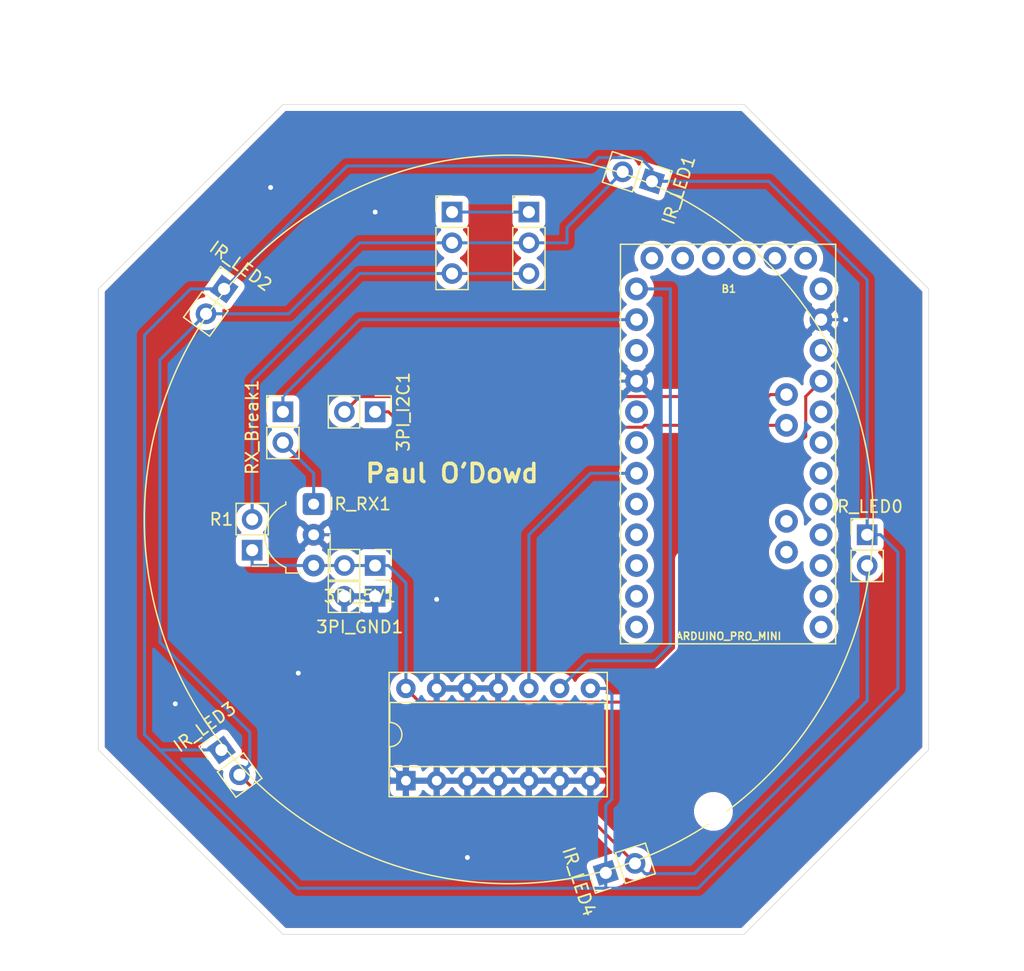
<source format=kicad_pcb>
(kicad_pcb (version 20171130) (host pcbnew "(5.1.4)-1")

  (general
    (thickness 1.6)
    (drawings 14)
    (tracks 119)
    (zones 0)
    (modules 16)
    (nets 33)
  )

  (page A4)
  (layers
    (0 F.Cu signal)
    (31 B.Cu signal hide)
    (32 B.Adhes user hide)
    (33 F.Adhes user hide)
    (34 B.Paste user hide)
    (35 F.Paste user hide)
    (36 B.SilkS user hide)
    (37 F.SilkS user)
    (38 B.Mask user)
    (39 F.Mask user)
    (40 Dwgs.User user hide)
    (41 Cmts.User user hide)
    (42 Eco1.User user hide)
    (43 Eco2.User user hide)
    (44 Edge.Cuts user)
    (45 Margin user hide)
    (46 B.CrtYd user)
    (47 F.CrtYd user)
    (48 B.Fab user hide)
    (49 F.Fab user hide)
  )

  (setup
    (last_trace_width 0.25)
    (trace_clearance 0.2)
    (zone_clearance 0.508)
    (zone_45_only no)
    (trace_min 0.2)
    (via_size 0.8)
    (via_drill 0.4)
    (via_min_size 0.4)
    (via_min_drill 0.3)
    (uvia_size 0.3)
    (uvia_drill 0.1)
    (uvias_allowed no)
    (uvia_min_size 0.2)
    (uvia_min_drill 0.1)
    (edge_width 0.05)
    (segment_width 0.2)
    (pcb_text_width 0.3)
    (pcb_text_size 1.5 1.5)
    (mod_edge_width 0.12)
    (mod_text_size 1 1)
    (mod_text_width 0.15)
    (pad_size 1.524 1.524)
    (pad_drill 0.762)
    (pad_to_mask_clearance 0.051)
    (solder_mask_min_width 0.25)
    (aux_axis_origin 71.12 125.73)
    (grid_origin 71.12 125.73)
    (visible_elements 7FFFEFFF)
    (pcbplotparams
      (layerselection 0x010f0_ffffffff)
      (usegerberextensions true)
      (usegerberattributes false)
      (usegerberadvancedattributes false)
      (creategerberjobfile false)
      (excludeedgelayer true)
      (linewidth 0.150000)
      (plotframeref false)
      (viasonmask false)
      (mode 1)
      (useauxorigin false)
      (hpglpennumber 1)
      (hpglpenspeed 20)
      (hpglpendiameter 15.000000)
      (psnegative false)
      (psa4output false)
      (plotreference true)
      (plotvalue true)
      (plotinvisibletext false)
      (padsonsilk false)
      (subtractmaskfromsilk false)
      (outputformat 1)
      (mirror false)
      (drillshape 0)
      (scaleselection 1)
      (outputdirectory "Gerber/"))
  )

  (net 0 "")
  (net 1 "Net-(B1-Pad1)")
  (net 2 "Net-(B1-Pad2)")
  (net 3 "Net-(B1-Pad5)")
  (net 4 "Net-(B1-Pad6)")
  (net 5 "Net-(B1-Pad7)")
  (net 6 "Net-(1KP1-Pad3)")
  (net 7 "Net-(1KP1-Pad2)")
  (net 8 "Net-(1KP1-Pad1)")
  (net 9 "Net-(IR_RX1-Pad1)")
  (net 10 "Net-(B1-PadA7)")
  (net 11 "Net-(B1-PadA6)")
  (net 12 "Net-(B1-Pad24)")
  (net 13 "Net-(B1-Pad22)")
  (net 14 "Net-(B1-Pad20)")
  (net 15 "Net-(B1-Pad19)")
  (net 16 "Net-(B1-Pad18)")
  (net 17 "Net-(B1-Pad17)")
  (net 18 "Net-(B1-Pad16)")
  (net 19 "Net-(B1-Pad15)")
  (net 20 "Net-(B1-Pad14)")
  (net 21 "Net-(B1-Pad13)")
  (net 22 "Net-(B1-Pad12)")
  (net 23 "Net-(B1-Pad11)")
  (net 24 "Net-(B1-Pad10)")
  (net 25 "Net-(B1-Pad9)")
  (net 26 "Net-(B1-Pad8)")
  (net 27 "Net-(B1-Pad3)")
  (net 28 "Net-(3PI_5V1-Pad1)")
  (net 29 "Net-(3PI_GND1-Pad1)")
  (net 30 "Net-(3PI_I2C1-Pad2)")
  (net 31 "Net-(3PI_I2C1-Pad1)")
  (net 32 "Net-(IR_LED0-Pad1)")

  (net_class Default "This is the default net class."
    (clearance 0.2)
    (trace_width 0.25)
    (via_dia 0.8)
    (via_drill 0.4)
    (uvia_dia 0.3)
    (uvia_drill 0.1)
    (add_net "Net-(1KP1-Pad1)")
    (add_net "Net-(1KP1-Pad2)")
    (add_net "Net-(1KP1-Pad3)")
    (add_net "Net-(3PI_5V1-Pad1)")
    (add_net "Net-(3PI_GND1-Pad1)")
    (add_net "Net-(3PI_I2C1-Pad1)")
    (add_net "Net-(3PI_I2C1-Pad2)")
    (add_net "Net-(B1-Pad1)")
    (add_net "Net-(B1-Pad10)")
    (add_net "Net-(B1-Pad11)")
    (add_net "Net-(B1-Pad12)")
    (add_net "Net-(B1-Pad13)")
    (add_net "Net-(B1-Pad14)")
    (add_net "Net-(B1-Pad15)")
    (add_net "Net-(B1-Pad16)")
    (add_net "Net-(B1-Pad17)")
    (add_net "Net-(B1-Pad18)")
    (add_net "Net-(B1-Pad19)")
    (add_net "Net-(B1-Pad2)")
    (add_net "Net-(B1-Pad20)")
    (add_net "Net-(B1-Pad22)")
    (add_net "Net-(B1-Pad24)")
    (add_net "Net-(B1-Pad3)")
    (add_net "Net-(B1-Pad5)")
    (add_net "Net-(B1-Pad6)")
    (add_net "Net-(B1-Pad7)")
    (add_net "Net-(B1-Pad8)")
    (add_net "Net-(B1-Pad9)")
    (add_net "Net-(B1-PadA6)")
    (add_net "Net-(B1-PadA7)")
    (add_net "Net-(IR_LED0-Pad1)")
    (add_net "Net-(IR_RX1-Pad1)")
  )

  (module Boards:ARDUINO_PRO_MINI (layer F.Cu) (tedit 200000) (tstamp 621E65B5)
    (at 123.19 85.09)
    (descr "ARDUINO PRO MINI FOOTPRINT")
    (tags "ARDUINO PRO MINI FOOTPRINT")
    (path /6186B9DC)
    (attr virtual)
    (fp_text reference B1 (at 0 -12.7) (layer F.SilkS)
      (effects (font (size 0.6096 0.6096) (thickness 0.127)))
    )
    (fp_text value ARDUINO_PRO_MINI (at 0 16.002) (layer F.SilkS)
      (effects (font (size 0.6096 0.6096) (thickness 0.127)))
    )
    (fp_line (start 8.89 -16.51) (end -8.89 -16.51) (layer Dwgs.User) (width 0.127))
    (fp_line (start 8.89 16.51) (end 8.89 -16.51) (layer Dwgs.User) (width 0.127))
    (fp_line (start -8.89 16.51) (end 8.89 16.51) (layer Dwgs.User) (width 0.127))
    (fp_line (start -8.89 -16.51) (end -8.89 16.51) (layer Dwgs.User) (width 0.127))
    (pad VCC thru_hole circle (at -1.27 -15.24) (size 1.8796 1.8796) (drill 1.016) (layers *.Cu *.Mask)
      (solder_mask_margin 0.1016))
    (pad TXO thru_hole circle (at 3.81 -15.24) (size 1.8796 1.8796) (drill 1.016) (layers *.Cu *.Mask)
      (solder_mask_margin 0.1016))
    (pad RXI thru_hole circle (at 1.27 -15.24) (size 1.8796 1.8796) (drill 1.016) (layers *.Cu *.Mask)
      (solder_mask_margin 0.1016))
    (pad GRN thru_hole circle (at 6.35 -15.24) (size 1.8796 1.8796) (drill 1.016) (layers *.Cu *.Mask)
      (solder_mask_margin 0.1016))
    (pad GND thru_hole circle (at -3.81 -15.24) (size 1.8796 1.8796) (drill 1.016) (layers *.Cu *.Mask)
      (solder_mask_margin 0.1016))
    (pad BLK thru_hole circle (at -6.35 -15.24) (size 1.8796 1.8796) (drill 1.016) (layers *.Cu *.Mask)
      (solder_mask_margin 0.1016))
    (pad A7 thru_hole circle (at 4.7625 6.50748) (size 1.8796 1.8796) (drill 1.016) (layers *.Cu *.Mask)
      (net 10 "Net-(B1-PadA7)") (solder_mask_margin 0.1016))
    (pad A6 thru_hole circle (at 4.7625 9.04748) (size 1.8796 1.8796) (drill 1.016) (layers *.Cu *.Mask)
      (net 11 "Net-(B1-PadA6)") (solder_mask_margin 0.1016))
    (pad A5 thru_hole circle (at 4.7625 -3.96748) (size 1.8796 1.8796) (drill 1.016) (layers *.Cu *.Mask)
      (net 30 "Net-(3PI_I2C1-Pad2)") (solder_mask_margin 0.1016))
    (pad A4 thru_hole circle (at 4.7625 -1.42748) (size 1.8796 1.8796) (drill 1.016) (layers *.Cu *.Mask)
      (net 31 "Net-(3PI_I2C1-Pad1)") (solder_mask_margin 0.1016))
    (pad 24 thru_hole circle (at 7.62 -12.7) (size 1.8796 1.8796) (drill 1.016) (layers *.Cu *.Mask)
      (net 12 "Net-(B1-Pad24)") (solder_mask_margin 0.1016))
    (pad 23 thru_hole circle (at 7.62 -10.16) (size 1.8796 1.8796) (drill 1.016) (layers *.Cu *.Mask)
      (net 29 "Net-(3PI_GND1-Pad1)") (solder_mask_margin 0.1016))
    (pad 22 thru_hole circle (at 7.62 -7.62) (size 1.8796 1.8796) (drill 1.016) (layers *.Cu *.Mask)
      (net 13 "Net-(B1-Pad22)") (solder_mask_margin 0.1016))
    (pad 21 thru_hole circle (at 7.62 -5.08) (size 1.8796 1.8796) (drill 1.016) (layers *.Cu *.Mask)
      (net 28 "Net-(3PI_5V1-Pad1)") (solder_mask_margin 0.1016))
    (pad 20 thru_hole circle (at 7.62 -2.54) (size 1.8796 1.8796) (drill 1.016) (layers *.Cu *.Mask)
      (net 14 "Net-(B1-Pad20)") (solder_mask_margin 0.1016))
    (pad 19 thru_hole circle (at 7.62 0) (size 1.8796 1.8796) (drill 1.016) (layers *.Cu *.Mask)
      (net 15 "Net-(B1-Pad19)") (solder_mask_margin 0.1016))
    (pad 18 thru_hole circle (at 7.62 2.54) (size 1.8796 1.8796) (drill 1.016) (layers *.Cu *.Mask)
      (net 16 "Net-(B1-Pad18)") (solder_mask_margin 0.1016))
    (pad 17 thru_hole circle (at 7.62 5.08) (size 1.8796 1.8796) (drill 1.016) (layers *.Cu *.Mask)
      (net 17 "Net-(B1-Pad17)") (solder_mask_margin 0.1016))
    (pad 16 thru_hole circle (at 7.62 7.62) (size 1.8796 1.8796) (drill 1.016) (layers *.Cu *.Mask)
      (net 18 "Net-(B1-Pad16)") (solder_mask_margin 0.1016))
    (pad 15 thru_hole circle (at 7.62 10.16) (size 1.8796 1.8796) (drill 1.016) (layers *.Cu *.Mask)
      (net 19 "Net-(B1-Pad15)") (solder_mask_margin 0.1016))
    (pad 14 thru_hole circle (at 7.62 12.7) (size 1.8796 1.8796) (drill 1.016) (layers *.Cu *.Mask)
      (net 20 "Net-(B1-Pad14)") (solder_mask_margin 0.1016))
    (pad 13 thru_hole circle (at 7.62 15.24) (size 1.8796 1.8796) (drill 1.016) (layers *.Cu *.Mask)
      (net 21 "Net-(B1-Pad13)") (solder_mask_margin 0.1016))
    (pad 12 thru_hole circle (at -7.62 15.24) (size 1.8796 1.8796) (drill 1.016) (layers *.Cu *.Mask)
      (net 22 "Net-(B1-Pad12)") (solder_mask_margin 0.1016))
    (pad 11 thru_hole circle (at -7.62 12.7) (size 1.8796 1.8796) (drill 1.016) (layers *.Cu *.Mask)
      (net 23 "Net-(B1-Pad11)") (solder_mask_margin 0.1016))
    (pad 10 thru_hole circle (at -7.62 10.16) (size 1.8796 1.8796) (drill 1.016) (layers *.Cu *.Mask)
      (net 24 "Net-(B1-Pad10)") (solder_mask_margin 0.1016))
    (pad 9 thru_hole circle (at -7.62 7.62) (size 1.8796 1.8796) (drill 1.016) (layers *.Cu *.Mask)
      (net 25 "Net-(B1-Pad9)") (solder_mask_margin 0.1016))
    (pad 8 thru_hole circle (at -7.62 5.08) (size 1.8796 1.8796) (drill 1.016) (layers *.Cu *.Mask)
      (net 26 "Net-(B1-Pad8)") (solder_mask_margin 0.1016))
    (pad 7 thru_hole circle (at -7.62 2.54) (size 1.8796 1.8796) (drill 1.016) (layers *.Cu *.Mask)
      (net 5 "Net-(B1-Pad7)") (solder_mask_margin 0.1016))
    (pad 6 thru_hole circle (at -7.62 0) (size 1.8796 1.8796) (drill 1.016) (layers *.Cu *.Mask)
      (net 4 "Net-(B1-Pad6)") (solder_mask_margin 0.1016))
    (pad 5 thru_hole circle (at -7.62 -2.54) (size 1.8796 1.8796) (drill 1.016) (layers *.Cu *.Mask)
      (net 3 "Net-(B1-Pad5)") (solder_mask_margin 0.1016))
    (pad 4 thru_hole circle (at -7.62 -5.08) (size 1.8796 1.8796) (drill 1.016) (layers *.Cu *.Mask)
      (net 29 "Net-(3PI_GND1-Pad1)") (solder_mask_margin 0.1016))
    (pad 3 thru_hole circle (at -7.62 -7.62) (size 1.8796 1.8796) (drill 1.016) (layers *.Cu *.Mask)
      (net 27 "Net-(B1-Pad3)") (solder_mask_margin 0.1016))
    (pad 2 thru_hole circle (at -7.62 -10.16) (size 1.8796 1.8796) (drill 1.016) (layers *.Cu *.Mask)
      (net 2 "Net-(B1-Pad2)") (solder_mask_margin 0.1016))
    (pad 1 thru_hole circle (at -7.62 -12.7) (size 1.8796 1.8796) (drill 1.016) (layers *.Cu *.Mask)
      (net 1 "Net-(B1-Pad1)") (solder_mask_margin 0.1016))
  )

  (module Connector_PinHeader_2.54mm:PinHeader_1x02_P2.54mm_Vertical (layer F.Cu) (tedit 59FED5CC) (tstamp 621E658B)
    (at 93.98 82.55 270)
    (descr "Through hole straight pin header, 1x02, 2.54mm pitch, single row")
    (tags "Through hole pin header THT 1x02 2.54mm single row")
    (path /6227A271)
    (fp_text reference 3PI_I2C1 (at 0 -2.33 90) (layer F.SilkS)
      (effects (font (size 1 1) (thickness 0.15)))
    )
    (fp_text value 3PI_I2C (at 0 4.87 90) (layer F.Fab)
      (effects (font (size 1 1) (thickness 0.15)))
    )
    (fp_text user %R (at 0 1.27) (layer F.Fab)
      (effects (font (size 1 1) (thickness 0.15)))
    )
    (fp_line (start 1.8 -1.8) (end -1.8 -1.8) (layer F.CrtYd) (width 0.05))
    (fp_line (start 1.8 4.35) (end 1.8 -1.8) (layer F.CrtYd) (width 0.05))
    (fp_line (start -1.8 4.35) (end 1.8 4.35) (layer F.CrtYd) (width 0.05))
    (fp_line (start -1.8 -1.8) (end -1.8 4.35) (layer F.CrtYd) (width 0.05))
    (fp_line (start -1.33 -1.33) (end 0 -1.33) (layer F.SilkS) (width 0.12))
    (fp_line (start -1.33 0) (end -1.33 -1.33) (layer F.SilkS) (width 0.12))
    (fp_line (start -1.33 1.27) (end 1.33 1.27) (layer F.SilkS) (width 0.12))
    (fp_line (start 1.33 1.27) (end 1.33 3.87) (layer F.SilkS) (width 0.12))
    (fp_line (start -1.33 1.27) (end -1.33 3.87) (layer F.SilkS) (width 0.12))
    (fp_line (start -1.33 3.87) (end 1.33 3.87) (layer F.SilkS) (width 0.12))
    (fp_line (start -1.27 -0.635) (end -0.635 -1.27) (layer F.Fab) (width 0.1))
    (fp_line (start -1.27 3.81) (end -1.27 -0.635) (layer F.Fab) (width 0.1))
    (fp_line (start 1.27 3.81) (end -1.27 3.81) (layer F.Fab) (width 0.1))
    (fp_line (start 1.27 -1.27) (end 1.27 3.81) (layer F.Fab) (width 0.1))
    (fp_line (start -0.635 -1.27) (end 1.27 -1.27) (layer F.Fab) (width 0.1))
    (pad 2 thru_hole oval (at 0 2.54 270) (size 1.7 1.7) (drill 1) (layers *.Cu *.Mask)
      (net 30 "Net-(3PI_I2C1-Pad2)"))
    (pad 1 thru_hole rect (at 0 0 270) (size 1.7 1.7) (drill 1) (layers *.Cu *.Mask)
      (net 31 "Net-(3PI_I2C1-Pad1)"))
    (model ${KISYS3DMOD}/Connector_PinHeader_2.54mm.3dshapes/PinHeader_1x02_P2.54mm_Vertical.wrl
      (at (xyz 0 0 0))
      (scale (xyz 1 1 1))
      (rotate (xyz 0 0 0))
    )
  )

  (module Connector_PinHeader_2.54mm:PinHeader_1x02_P2.54mm_Vertical (layer F.Cu) (tedit 59FED5CC) (tstamp 61874784)
    (at 134.62 92.71)
    (descr "Through hole straight pin header, 1x02, 2.54mm pitch, single row")
    (tags "Through hole pin header THT 1x02 2.54mm single row")
    (path /618CEB33)
    (fp_text reference IR_LED0 (at 0 -2.33 180) (layer F.SilkS)
      (effects (font (size 1 1) (thickness 0.15)))
    )
    (fp_text value IR_LED0 (at 0 4.87 180) (layer F.Fab)
      (effects (font (size 1 1) (thickness 0.15)))
    )
    (fp_text user %R (at 0 1.27 270) (layer F.Fab)
      (effects (font (size 1 1) (thickness 0.15)))
    )
    (fp_line (start 1.8 -1.8) (end -1.8 -1.8) (layer F.CrtYd) (width 0.05))
    (fp_line (start 1.8 4.35) (end 1.8 -1.8) (layer F.CrtYd) (width 0.05))
    (fp_line (start -1.8 4.35) (end 1.8 4.35) (layer F.CrtYd) (width 0.05))
    (fp_line (start -1.8 -1.8) (end -1.8 4.35) (layer F.CrtYd) (width 0.05))
    (fp_line (start -1.33 -1.33) (end 0 -1.33) (layer F.SilkS) (width 0.12))
    (fp_line (start -1.33 0) (end -1.33 -1.33) (layer F.SilkS) (width 0.12))
    (fp_line (start -1.33 1.27) (end 1.33 1.27) (layer F.SilkS) (width 0.12))
    (fp_line (start 1.33 1.27) (end 1.33 3.87) (layer F.SilkS) (width 0.12))
    (fp_line (start -1.33 1.27) (end -1.33 3.87) (layer F.SilkS) (width 0.12))
    (fp_line (start -1.33 3.87) (end 1.33 3.87) (layer F.SilkS) (width 0.12))
    (fp_line (start -1.27 -0.635) (end -0.635 -1.27) (layer F.Fab) (width 0.1))
    (fp_line (start -1.27 3.81) (end -1.27 -0.635) (layer F.Fab) (width 0.1))
    (fp_line (start 1.27 3.81) (end -1.27 3.81) (layer F.Fab) (width 0.1))
    (fp_line (start 1.27 -1.27) (end 1.27 3.81) (layer F.Fab) (width 0.1))
    (fp_line (start -0.635 -1.27) (end 1.27 -1.27) (layer F.Fab) (width 0.1))
    (pad 2 thru_hole oval (at 0 2.54) (size 1.7 1.7) (drill 1) (layers *.Cu *.Mask)
      (net 7 "Net-(1KP1-Pad2)"))
    (pad 1 thru_hole rect (at 0 0) (size 1.7 1.7) (drill 1) (layers *.Cu *.Mask)
      (net 32 "Net-(IR_LED0-Pad1)"))
    (model ${KISYS3DMOD}/Connector_PinHeader_2.54mm.3dshapes/PinHeader_1x02_P2.54mm_Vertical.wrl
      (at (xyz 0 0 0))
      (scale (xyz 1 1 1))
      (rotate (xyz 0 0 0))
    )
  )

  (module MountingHole:MountingHole_2.2mm_M2 (layer F.Cu) (tedit 56D1B4CB) (tstamp 618819E0)
    (at 121.92 115.57)
    (descr "Mounting Hole 2.2mm, no annular, M2")
    (tags "mounting hole 2.2mm no annular m2")
    (attr virtual)
    (fp_text reference REF** (at 0 -3.2) (layer F.SilkS) hide
      (effects (font (size 1 1) (thickness 0.15)))
    )
    (fp_text value MountingHole_2.2mm_M2 (at 0 3.2) (layer F.Fab)
      (effects (font (size 1 1) (thickness 0.15)))
    )
    (fp_circle (center 0 0) (end 2.45 0) (layer F.CrtYd) (width 0.05))
    (fp_circle (center 0 0) (end 2.2 0) (layer Cmts.User) (width 0.15))
    (fp_text user %R (at 0.3 0) (layer F.Fab)
      (effects (font (size 1 1) (thickness 0.15)))
    )
    (pad 1 np_thru_hole circle (at 0 0) (size 2.2 2.2) (drill 2.2) (layers *.Cu *.Mask))
  )

  (module Connector_PinHeader_2.54mm:PinHeader_1x02_P2.54mm_Vertical (layer F.Cu) (tedit 59FED5CC) (tstamp 618746E2)
    (at 86.36 82.55)
    (descr "Through hole straight pin header, 1x02, 2.54mm pitch, single row")
    (tags "Through hole pin header THT 1x02 2.54mm single row")
    (path /61882E8B)
    (fp_text reference RX_Break1 (at -2.54 1.27 90) (layer F.SilkS)
      (effects (font (size 1 1) (thickness 0.15)))
    )
    (fp_text value RX_BREAK (at 0 4.87) (layer F.Fab)
      (effects (font (size 1 1) (thickness 0.15)))
    )
    (fp_text user %R (at 0 1.27 90) (layer F.Fab)
      (effects (font (size 1 1) (thickness 0.15)))
    )
    (fp_line (start 1.8 -1.8) (end -1.8 -1.8) (layer F.CrtYd) (width 0.05))
    (fp_line (start 1.8 4.35) (end 1.8 -1.8) (layer F.CrtYd) (width 0.05))
    (fp_line (start -1.8 4.35) (end 1.8 4.35) (layer F.CrtYd) (width 0.05))
    (fp_line (start -1.8 -1.8) (end -1.8 4.35) (layer F.CrtYd) (width 0.05))
    (fp_line (start -1.33 -1.33) (end 0 -1.33) (layer F.SilkS) (width 0.12))
    (fp_line (start -1.33 0) (end -1.33 -1.33) (layer F.SilkS) (width 0.12))
    (fp_line (start -1.33 1.27) (end 1.33 1.27) (layer F.SilkS) (width 0.12))
    (fp_line (start 1.33 1.27) (end 1.33 3.87) (layer F.SilkS) (width 0.12))
    (fp_line (start -1.33 1.27) (end -1.33 3.87) (layer F.SilkS) (width 0.12))
    (fp_line (start -1.33 3.87) (end 1.33 3.87) (layer F.SilkS) (width 0.12))
    (fp_line (start -1.27 -0.635) (end -0.635 -1.27) (layer F.Fab) (width 0.1))
    (fp_line (start -1.27 3.81) (end -1.27 -0.635) (layer F.Fab) (width 0.1))
    (fp_line (start 1.27 3.81) (end -1.27 3.81) (layer F.Fab) (width 0.1))
    (fp_line (start 1.27 -1.27) (end 1.27 3.81) (layer F.Fab) (width 0.1))
    (fp_line (start -0.635 -1.27) (end 1.27 -1.27) (layer F.Fab) (width 0.1))
    (pad 2 thru_hole oval (at 0 2.54) (size 1.7 1.7) (drill 1) (layers *.Cu *.Mask)
      (net 9 "Net-(IR_RX1-Pad1)"))
    (pad 1 thru_hole rect (at 0 0) (size 1.7 1.7) (drill 1) (layers *.Cu *.Mask)
      (net 2 "Net-(B1-Pad2)"))
    (model ${KISYS3DMOD}/Connector_PinHeader_2.54mm.3dshapes/PinHeader_1x02_P2.54mm_Vertical.wrl
      (at (xyz 0 0 0))
      (scale (xyz 1 1 1))
      (rotate (xyz 0 0 0))
    )
  )

  (module Connector_PinHeader_2.54mm:PinHeader_1x02_P2.54mm_Vertical (layer F.Cu) (tedit 59FED5CC) (tstamp 618747C4)
    (at 81.502975 72.39 324)
    (descr "Through hole straight pin header, 1x02, 2.54mm pitch, single row")
    (tags "Through hole pin header THT 1x02 2.54mm single row")
    (path /618CF99A)
    (fp_text reference IR_LED2 (at 0 -2.330001 144) (layer F.SilkS)
      (effects (font (size 1 1) (thickness 0.15)))
    )
    (fp_text value IR_LED2 (at 0 4.87 144) (layer F.Fab)
      (effects (font (size 1 1) (thickness 0.15)))
    )
    (fp_text user %R (at 0 1.27 54) (layer F.Fab)
      (effects (font (size 1 1) (thickness 0.15)))
    )
    (fp_line (start 1.8 -1.8) (end -1.8 -1.8) (layer F.CrtYd) (width 0.05))
    (fp_line (start 1.8 4.35) (end 1.8 -1.8) (layer F.CrtYd) (width 0.05))
    (fp_line (start -1.8 4.35) (end 1.8 4.35) (layer F.CrtYd) (width 0.05))
    (fp_line (start -1.8 -1.8) (end -1.8 4.35) (layer F.CrtYd) (width 0.05))
    (fp_line (start -1.33 -1.33) (end 0 -1.33) (layer F.SilkS) (width 0.12))
    (fp_line (start -1.33 0) (end -1.33 -1.33) (layer F.SilkS) (width 0.12))
    (fp_line (start -1.33 1.27) (end 1.33 1.27) (layer F.SilkS) (width 0.12))
    (fp_line (start 1.33 1.27) (end 1.33 3.87) (layer F.SilkS) (width 0.12))
    (fp_line (start -1.33 1.27) (end -1.33 3.87) (layer F.SilkS) (width 0.12))
    (fp_line (start -1.33 3.87) (end 1.33 3.87) (layer F.SilkS) (width 0.12))
    (fp_line (start -1.27 -0.635) (end -0.635 -1.27) (layer F.Fab) (width 0.1))
    (fp_line (start -1.27 3.81) (end -1.27 -0.635) (layer F.Fab) (width 0.1))
    (fp_line (start 1.27 3.81) (end -1.27 3.81) (layer F.Fab) (width 0.1))
    (fp_line (start 1.27 -1.27) (end 1.27 3.81) (layer F.Fab) (width 0.1))
    (fp_line (start -0.635 -1.27) (end 1.27 -1.27) (layer F.Fab) (width 0.1))
    (pad 2 thru_hole oval (at 0 2.54 324) (size 1.7 1.7) (drill 1) (layers *.Cu *.Mask)
      (net 7 "Net-(1KP1-Pad2)"))
    (pad 1 thru_hole rect (at 0 0 324) (size 1.7 1.7) (drill 1) (layers *.Cu *.Mask)
      (net 32 "Net-(IR_LED0-Pad1)"))
    (model ${KISYS3DMOD}/Connector_PinHeader_2.54mm.3dshapes/PinHeader_1x02_P2.54mm_Vertical.wrl
      (at (xyz 0 0 0))
      (scale (xyz 1 1 1))
      (rotate (xyz 0 0 0))
    )
  )

  (module Package_DIP:DIP-14_W7.62mm_Socket (layer F.Cu) (tedit 5A02E8C5) (tstamp 6187484E)
    (at 96.52 113.03 90)
    (descr "14-lead though-hole mounted DIP package, row spacing 7.62 mm (300 mils), Socket")
    (tags "THT DIP DIL PDIP 2.54mm 7.62mm 300mil Socket")
    (path /6186D305)
    (fp_text reference U1 (at 3.81 -2.33 90) (layer F.SilkS) hide
      (effects (font (size 1 1) (thickness 0.15)))
    )
    (fp_text value 74LS32 (at 3.81 17.57 90) (layer F.Fab)
      (effects (font (size 1 1) (thickness 0.15)))
    )
    (fp_arc (start 3.81 -1.33) (end 2.81 -1.33) (angle -180) (layer F.SilkS) (width 0.12))
    (fp_line (start 1.635 -1.27) (end 6.985 -1.27) (layer F.Fab) (width 0.1))
    (fp_line (start 6.985 -1.27) (end 6.985 16.51) (layer F.Fab) (width 0.1))
    (fp_line (start 6.985 16.51) (end 0.635 16.51) (layer F.Fab) (width 0.1))
    (fp_line (start 0.635 16.51) (end 0.635 -0.27) (layer F.Fab) (width 0.1))
    (fp_line (start 0.635 -0.27) (end 1.635 -1.27) (layer F.Fab) (width 0.1))
    (fp_line (start -1.27 -1.33) (end -1.27 16.57) (layer F.Fab) (width 0.1))
    (fp_line (start -1.27 16.57) (end 8.89 16.57) (layer F.Fab) (width 0.1))
    (fp_line (start 8.89 16.57) (end 8.89 -1.33) (layer F.Fab) (width 0.1))
    (fp_line (start 8.89 -1.33) (end -1.27 -1.33) (layer F.Fab) (width 0.1))
    (fp_line (start 2.81 -1.33) (end 1.16 -1.33) (layer F.SilkS) (width 0.12))
    (fp_line (start 1.16 -1.33) (end 1.16 16.57) (layer F.SilkS) (width 0.12))
    (fp_line (start 1.16 16.57) (end 6.46 16.57) (layer F.SilkS) (width 0.12))
    (fp_line (start 6.46 16.57) (end 6.46 -1.33) (layer F.SilkS) (width 0.12))
    (fp_line (start 6.46 -1.33) (end 4.81 -1.33) (layer F.SilkS) (width 0.12))
    (fp_line (start -1.33 -1.39) (end -1.33 16.63) (layer F.SilkS) (width 0.12))
    (fp_line (start -1.33 16.63) (end 8.95 16.63) (layer F.SilkS) (width 0.12))
    (fp_line (start 8.95 16.63) (end 8.95 -1.39) (layer F.SilkS) (width 0.12))
    (fp_line (start 8.95 -1.39) (end -1.33 -1.39) (layer F.SilkS) (width 0.12))
    (fp_line (start -1.55 -1.6) (end -1.55 16.85) (layer F.CrtYd) (width 0.05))
    (fp_line (start -1.55 16.85) (end 9.15 16.85) (layer F.CrtYd) (width 0.05))
    (fp_line (start 9.15 16.85) (end 9.15 -1.6) (layer F.CrtYd) (width 0.05))
    (fp_line (start 9.15 -1.6) (end -1.55 -1.6) (layer F.CrtYd) (width 0.05))
    (pad 1 thru_hole rect (at 0 0 90) (size 1.6 1.6) (drill 0.8) (layers *.Cu *.Mask)
      (net 29 "Net-(3PI_GND1-Pad1)"))
    (pad 8 thru_hole oval (at 7.62 15.24 90) (size 1.6 1.6) (drill 0.8) (layers *.Cu *.Mask)
      (net 32 "Net-(IR_LED0-Pad1)"))
    (pad 2 thru_hole oval (at 0 2.54 90) (size 1.6 1.6) (drill 0.8) (layers *.Cu *.Mask)
      (net 29 "Net-(3PI_GND1-Pad1)"))
    (pad 9 thru_hole oval (at 7.62 12.7 90) (size 1.6 1.6) (drill 0.8) (layers *.Cu *.Mask)
      (net 1 "Net-(B1-Pad1)"))
    (pad 3 thru_hole oval (at 0 5.08 90) (size 1.6 1.6) (drill 0.8) (layers *.Cu *.Mask)
      (net 29 "Net-(3PI_GND1-Pad1)"))
    (pad 10 thru_hole oval (at 7.62 10.16 90) (size 1.6 1.6) (drill 0.8) (layers *.Cu *.Mask)
      (net 5 "Net-(B1-Pad7)"))
    (pad 4 thru_hole oval (at 0 7.62 90) (size 1.6 1.6) (drill 0.8) (layers *.Cu *.Mask)
      (net 29 "Net-(3PI_GND1-Pad1)"))
    (pad 11 thru_hole oval (at 7.62 7.62 90) (size 1.6 1.6) (drill 0.8) (layers *.Cu *.Mask)
      (net 29 "Net-(3PI_GND1-Pad1)"))
    (pad 5 thru_hole oval (at 0 10.16 90) (size 1.6 1.6) (drill 0.8) (layers *.Cu *.Mask)
      (net 29 "Net-(3PI_GND1-Pad1)"))
    (pad 12 thru_hole oval (at 7.62 5.08 90) (size 1.6 1.6) (drill 0.8) (layers *.Cu *.Mask)
      (net 29 "Net-(3PI_GND1-Pad1)"))
    (pad 6 thru_hole oval (at 0 12.7 90) (size 1.6 1.6) (drill 0.8) (layers *.Cu *.Mask)
      (net 29 "Net-(3PI_GND1-Pad1)"))
    (pad 13 thru_hole oval (at 7.62 2.54 90) (size 1.6 1.6) (drill 0.8) (layers *.Cu *.Mask)
      (net 29 "Net-(3PI_GND1-Pad1)"))
    (pad 7 thru_hole oval (at 0 15.24 90) (size 1.6 1.6) (drill 0.8) (layers *.Cu *.Mask)
      (net 29 "Net-(3PI_GND1-Pad1)"))
    (pad 14 thru_hole oval (at 7.62 0 90) (size 1.6 1.6) (drill 0.8) (layers *.Cu *.Mask)
      (net 28 "Net-(3PI_5V1-Pad1)"))
    (model ${KISYS3DMOD}/Package_DIP.3dshapes/DIP-14_W7.62mm_Socket.wrl
      (at (xyz 0 0 0))
      (scale (xyz 1 1 1))
      (rotate (xyz 0 0 0))
    )
  )

  (module OptoDevice:Vishay_MOLD-3Pin (layer F.Cu) (tedit 5B888673) (tstamp 61874865)
    (at 88.9 90.17 270)
    (descr "IR Receiver Vishay TSOP-xxxx, MOLD package, see https://www.vishay.com/docs/82669/tsop32s40f.pdf")
    (tags "IR Receiver Vishay TSOP-xxxx MOLD")
    (path /6187EB88)
    (fp_text reference IR_RX1 (at 0 -3.81 180) (layer F.SilkS)
      (effects (font (size 1 1) (thickness 0.15)))
    )
    (fp_text value TSOP34S40F (at 2.5 5 270) (layer F.Fab)
      (effects (font (size 1 1) (thickness 0.15)))
    )
    (fp_text user %R (at 2.675 1.316 90) (layer F.Fab)
      (effects (font (size 1 1) (thickness 0.15)))
    )
    (fp_line (start 5.6 2.2) (end -0.2 2.2) (layer F.Fab) (width 0.1))
    (fp_line (start -0.2 2.2) (end -0.2 -0.5) (layer F.Fab) (width 0.1))
    (fp_line (start 0.55 -1.25) (end 5.6 -1.25) (layer F.Fab) (width 0.1))
    (fp_line (start 5.6 -1.25) (end 5.6 2.2) (layer F.Fab) (width 0.1))
    (fp_line (start 5.7 2.3) (end 5.7 1.1) (layer F.SilkS) (width 0.12))
    (fp_line (start 5.7 2.3) (end 5.24 2.3) (layer F.SilkS) (width 0.12))
    (fp_line (start 5.62 -1.36) (end 2.54 -1.36) (layer F.SilkS) (width 0.12))
    (fp_line (start 6.23 4.13) (end -1.15 4.13) (layer F.CrtYd) (width 0.05))
    (fp_line (start 6.23 4.13) (end 6.23 -1.5) (layer F.CrtYd) (width 0.05))
    (fp_line (start -1.15 -1.5) (end -1.15 4.13) (layer F.CrtYd) (width 0.05))
    (fp_line (start -1.15 -1.5) (end 6.23 -1.5) (layer F.CrtYd) (width 0.05))
    (fp_arc (start 2.64 1.2) (end 5.24 2.3) (angle 134.1358099) (layer F.SilkS) (width 0.12))
    (fp_arc (start 2.64 1.15) (end 5.14 2.25) (angle 132) (layer F.Fab) (width 0.1))
    (fp_line (start 0.04 2.3) (end -0.18 2.3) (layer F.SilkS) (width 0.12))
    (fp_line (start 0.55 -1.25) (end -0.2 -0.5) (layer F.Fab) (width 0.1))
    (pad 1 thru_hole roundrect (at 0 0 270) (size 1.8 1.8) (drill 0.9) (layers *.Cu *.Mask) (roundrect_rratio 0.138)
      (net 9 "Net-(IR_RX1-Pad1)"))
    (pad 2 thru_hole circle (at 2.54 0 270) (size 1.8 1.8) (drill 0.9) (layers *.Cu *.Mask)
      (net 29 "Net-(3PI_GND1-Pad1)"))
    (pad 3 thru_hole circle (at 5.08 0 270) (size 1.8 1.8) (drill 0.9) (layers *.Cu *.Mask)
      (net 28 "Net-(3PI_5V1-Pad1)"))
    (model ${KISYS3DMOD}/OptoDevice.3dshapes/Vishay_MOLD-3Pin.wrl
      (at (xyz 0 0 0))
      (scale (xyz 1 1 1))
      (rotate (xyz 0 0 0))
    )
  )

  (module Connector_PinHeader_2.54mm:PinHeader_1x02_P2.54mm_Vertical (layer F.Cu) (tedit 59FED5CC) (tstamp 61874722)
    (at 93.98 97.79 270)
    (descr "Through hole straight pin header, 1x02, 2.54mm pitch, single row")
    (tags "Through hole pin header THT 1x02 2.54mm single row")
    (path /618992A9)
    (fp_text reference 3PI_GND1 (at 2.54 1.27) (layer F.SilkS)
      (effects (font (size 1 1) (thickness 0.15)))
    )
    (fp_text value 3PI_GND (at 0 4.87 90) (layer F.Fab)
      (effects (font (size 1 1) (thickness 0.15)))
    )
    (fp_text user %R (at 0 1.27) (layer F.Fab)
      (effects (font (size 1 1) (thickness 0.15)))
    )
    (fp_line (start 1.8 -1.8) (end -1.8 -1.8) (layer F.CrtYd) (width 0.05))
    (fp_line (start 1.8 4.35) (end 1.8 -1.8) (layer F.CrtYd) (width 0.05))
    (fp_line (start -1.8 4.35) (end 1.8 4.35) (layer F.CrtYd) (width 0.05))
    (fp_line (start -1.8 -1.8) (end -1.8 4.35) (layer F.CrtYd) (width 0.05))
    (fp_line (start -1.33 -1.33) (end 0 -1.33) (layer F.SilkS) (width 0.12))
    (fp_line (start -1.33 0) (end -1.33 -1.33) (layer F.SilkS) (width 0.12))
    (fp_line (start -1.33 1.27) (end 1.33 1.27) (layer F.SilkS) (width 0.12))
    (fp_line (start 1.33 1.27) (end 1.33 3.87) (layer F.SilkS) (width 0.12))
    (fp_line (start -1.33 1.27) (end -1.33 3.87) (layer F.SilkS) (width 0.12))
    (fp_line (start -1.33 3.87) (end 1.33 3.87) (layer F.SilkS) (width 0.12))
    (fp_line (start -1.27 -0.635) (end -0.635 -1.27) (layer F.Fab) (width 0.1))
    (fp_line (start -1.27 3.81) (end -1.27 -0.635) (layer F.Fab) (width 0.1))
    (fp_line (start 1.27 3.81) (end -1.27 3.81) (layer F.Fab) (width 0.1))
    (fp_line (start 1.27 -1.27) (end 1.27 3.81) (layer F.Fab) (width 0.1))
    (fp_line (start -0.635 -1.27) (end 1.27 -1.27) (layer F.Fab) (width 0.1))
    (pad 2 thru_hole oval (at 0 2.54 270) (size 1.7 1.7) (drill 1) (layers *.Cu *.Mask)
      (net 29 "Net-(3PI_GND1-Pad1)"))
    (pad 1 thru_hole rect (at 0 0 270) (size 1.7 1.7) (drill 1) (layers *.Cu *.Mask)
      (net 29 "Net-(3PI_GND1-Pad1)"))
    (model ${KISYS3DMOD}/Connector_PinHeader_2.54mm.3dshapes/PinHeader_1x02_P2.54mm_Vertical.wrl
      (at (xyz 0 0 0))
      (scale (xyz 1 1 1))
      (rotate (xyz 0 0 0))
    )
  )

  (module Connector_PinHeader_2.54mm:PinHeader_1x03_P2.54mm_Vertical (layer F.Cu) (tedit 59FED5CC) (tstamp 61874743)
    (at 100.33 66.04)
    (descr "Through hole straight pin header, 1x03, 2.54mm pitch, single row")
    (tags "Through hole pin header THT 1x03 2.54mm single row")
    (path /618A6D51)
    (fp_text reference 1KP1 (at 0 -2.33) (layer F.SilkS) hide
      (effects (font (size 1 1) (thickness 0.15)))
    )
    (fp_text value 1K_POT (at 0 7.41) (layer F.Fab)
      (effects (font (size 1 1) (thickness 0.15)))
    )
    (fp_text user %R (at 0 2.54 90) (layer F.Fab)
      (effects (font (size 1 1) (thickness 0.15)))
    )
    (fp_line (start 1.8 -1.8) (end -1.8 -1.8) (layer F.CrtYd) (width 0.05))
    (fp_line (start 1.8 6.85) (end 1.8 -1.8) (layer F.CrtYd) (width 0.05))
    (fp_line (start -1.8 6.85) (end 1.8 6.85) (layer F.CrtYd) (width 0.05))
    (fp_line (start -1.8 -1.8) (end -1.8 6.85) (layer F.CrtYd) (width 0.05))
    (fp_line (start -1.33 -1.33) (end 0 -1.33) (layer F.SilkS) (width 0.12))
    (fp_line (start -1.33 0) (end -1.33 -1.33) (layer F.SilkS) (width 0.12))
    (fp_line (start -1.33 1.27) (end 1.33 1.27) (layer F.SilkS) (width 0.12))
    (fp_line (start 1.33 1.27) (end 1.33 6.41) (layer F.SilkS) (width 0.12))
    (fp_line (start -1.33 1.27) (end -1.33 6.41) (layer F.SilkS) (width 0.12))
    (fp_line (start -1.33 6.41) (end 1.33 6.41) (layer F.SilkS) (width 0.12))
    (fp_line (start -1.27 -0.635) (end -0.635 -1.27) (layer F.Fab) (width 0.1))
    (fp_line (start -1.27 6.35) (end -1.27 -0.635) (layer F.Fab) (width 0.1))
    (fp_line (start 1.27 6.35) (end -1.27 6.35) (layer F.Fab) (width 0.1))
    (fp_line (start 1.27 -1.27) (end 1.27 6.35) (layer F.Fab) (width 0.1))
    (fp_line (start -0.635 -1.27) (end 1.27 -1.27) (layer F.Fab) (width 0.1))
    (pad 3 thru_hole oval (at 0 5.08) (size 1.7 1.7) (drill 1) (layers *.Cu *.Mask)
      (net 6 "Net-(1KP1-Pad3)"))
    (pad 2 thru_hole oval (at 0 2.54) (size 1.7 1.7) (drill 1) (layers *.Cu *.Mask)
      (net 7 "Net-(1KP1-Pad2)"))
    (pad 1 thru_hole rect (at 0 0) (size 1.7 1.7) (drill 1) (layers *.Cu *.Mask)
      (net 8 "Net-(1KP1-Pad1)"))
    (model ${KISYS3DMOD}/Connector_PinHeader_2.54mm.3dshapes/PinHeader_1x03_P2.54mm_Vertical.wrl
      (at (xyz 0 0 0))
      (scale (xyz 1 1 1))
      (rotate (xyz 0 0 0))
    )
  )

  (module Connector_PinHeader_2.54mm:PinHeader_1x02_P2.54mm_Vertical (layer F.Cu) (tedit 59FED5CC) (tstamp 618747E4)
    (at 81.28 110.49 36)
    (descr "Through hole straight pin header, 1x02, 2.54mm pitch, single row")
    (tags "Through hole pin header THT 1x02 2.54mm single row")
    (path /618D076B)
    (fp_text reference IR_LED3 (at 0 -2.330001 36) (layer F.SilkS)
      (effects (font (size 1 1) (thickness 0.15)))
    )
    (fp_text value IR_LED3 (at 0 4.87 36) (layer F.Fab)
      (effects (font (size 1 1) (thickness 0.15)))
    )
    (fp_text user %R (at 0 1.27 126) (layer F.Fab)
      (effects (font (size 1 1) (thickness 0.15)))
    )
    (fp_line (start 1.8 -1.8) (end -1.8 -1.8) (layer F.CrtYd) (width 0.05))
    (fp_line (start 1.8 4.35) (end 1.8 -1.8) (layer F.CrtYd) (width 0.05))
    (fp_line (start -1.8 4.35) (end 1.8 4.35) (layer F.CrtYd) (width 0.05))
    (fp_line (start -1.8 -1.8) (end -1.8 4.35) (layer F.CrtYd) (width 0.05))
    (fp_line (start -1.33 -1.33) (end 0 -1.33) (layer F.SilkS) (width 0.12))
    (fp_line (start -1.33 0) (end -1.33 -1.33) (layer F.SilkS) (width 0.12))
    (fp_line (start -1.33 1.27) (end 1.33 1.27) (layer F.SilkS) (width 0.12))
    (fp_line (start 1.33 1.27) (end 1.33 3.87) (layer F.SilkS) (width 0.12))
    (fp_line (start -1.33 1.27) (end -1.33 3.87) (layer F.SilkS) (width 0.12))
    (fp_line (start -1.33 3.87) (end 1.33 3.87) (layer F.SilkS) (width 0.12))
    (fp_line (start -1.27 -0.635) (end -0.635 -1.27) (layer F.Fab) (width 0.1))
    (fp_line (start -1.27 3.81) (end -1.27 -0.635) (layer F.Fab) (width 0.1))
    (fp_line (start 1.27 3.81) (end -1.27 3.81) (layer F.Fab) (width 0.1))
    (fp_line (start 1.27 -1.27) (end 1.27 3.81) (layer F.Fab) (width 0.1))
    (fp_line (start -0.635 -1.27) (end 1.27 -1.27) (layer F.Fab) (width 0.1))
    (pad 2 thru_hole oval (at 0 2.54 36) (size 1.7 1.7) (drill 1) (layers *.Cu *.Mask)
      (net 7 "Net-(1KP1-Pad2)"))
    (pad 1 thru_hole rect (at 0 0 36) (size 1.7 1.7) (drill 1) (layers *.Cu *.Mask)
      (net 32 "Net-(IR_LED0-Pad1)"))
    (model ${KISYS3DMOD}/Connector_PinHeader_2.54mm.3dshapes/PinHeader_1x02_P2.54mm_Vertical.wrl
      (at (xyz 0 0 0))
      (scale (xyz 1 1 1))
      (rotate (xyz 0 0 0))
    )
  )

  (module Connector_PinHeader_2.54mm:PinHeader_1x03_P2.54mm_Vertical (layer F.Cu) (tedit 59FED5CC) (tstamp 61874764)
    (at 106.68 66.04)
    (descr "Through hole straight pin header, 1x03, 2.54mm pitch, single row")
    (tags "Through hole pin header THT 1x03 2.54mm single row")
    (path /618A7B5F)
    (fp_text reference 1KPM1 (at 0 -2.33) (layer F.SilkS) hide
      (effects (font (size 1 1) (thickness 0.15)))
    )
    (fp_text value 1KPM (at 0 7.41) (layer F.Fab)
      (effects (font (size 1 1) (thickness 0.15)))
    )
    (fp_text user %R (at 0 2.54 90) (layer F.Fab)
      (effects (font (size 1 1) (thickness 0.15)))
    )
    (fp_line (start 1.8 -1.8) (end -1.8 -1.8) (layer F.CrtYd) (width 0.05))
    (fp_line (start 1.8 6.85) (end 1.8 -1.8) (layer F.CrtYd) (width 0.05))
    (fp_line (start -1.8 6.85) (end 1.8 6.85) (layer F.CrtYd) (width 0.05))
    (fp_line (start -1.8 -1.8) (end -1.8 6.85) (layer F.CrtYd) (width 0.05))
    (fp_line (start -1.33 -1.33) (end 0 -1.33) (layer F.SilkS) (width 0.12))
    (fp_line (start -1.33 0) (end -1.33 -1.33) (layer F.SilkS) (width 0.12))
    (fp_line (start -1.33 1.27) (end 1.33 1.27) (layer F.SilkS) (width 0.12))
    (fp_line (start 1.33 1.27) (end 1.33 6.41) (layer F.SilkS) (width 0.12))
    (fp_line (start -1.33 1.27) (end -1.33 6.41) (layer F.SilkS) (width 0.12))
    (fp_line (start -1.33 6.41) (end 1.33 6.41) (layer F.SilkS) (width 0.12))
    (fp_line (start -1.27 -0.635) (end -0.635 -1.27) (layer F.Fab) (width 0.1))
    (fp_line (start -1.27 6.35) (end -1.27 -0.635) (layer F.Fab) (width 0.1))
    (fp_line (start 1.27 6.35) (end -1.27 6.35) (layer F.Fab) (width 0.1))
    (fp_line (start 1.27 -1.27) (end 1.27 6.35) (layer F.Fab) (width 0.1))
    (fp_line (start -0.635 -1.27) (end 1.27 -1.27) (layer F.Fab) (width 0.1))
    (pad 3 thru_hole oval (at 0 5.08) (size 1.7 1.7) (drill 1) (layers *.Cu *.Mask)
      (net 6 "Net-(1KP1-Pad3)"))
    (pad 2 thru_hole oval (at 0 2.54) (size 1.7 1.7) (drill 1) (layers *.Cu *.Mask)
      (net 7 "Net-(1KP1-Pad2)"))
    (pad 1 thru_hole rect (at 0 0) (size 1.7 1.7) (drill 1) (layers *.Cu *.Mask)
      (net 8 "Net-(1KP1-Pad1)"))
    (model ${KISYS3DMOD}/Connector_PinHeader_2.54mm.3dshapes/PinHeader_1x03_P2.54mm_Vertical.wrl
      (at (xyz 0 0 0))
      (scale (xyz 1 1 1))
      (rotate (xyz 0 0 0))
    )
  )

  (module Connector_PinHeader_2.54mm:PinHeader_1x02_P2.54mm_Vertical (layer F.Cu) (tedit 59FED5CC) (tstamp 61874824)
    (at 83.82 93.98 180)
    (descr "Through hole straight pin header, 1x02, 2.54mm pitch, single row")
    (tags "Through hole pin header THT 1x02 2.54mm single row")
    (path /618C65B8)
    (fp_text reference R1 (at 2.54 2.54) (layer F.SilkS)
      (effects (font (size 1 1) (thickness 0.15)))
    )
    (fp_text value R18 (at 0 4.87) (layer F.Fab)
      (effects (font (size 1 1) (thickness 0.15)))
    )
    (fp_text user %R (at 0 1.27 90) (layer F.Fab)
      (effects (font (size 1 1) (thickness 0.15)))
    )
    (fp_line (start 1.8 -1.8) (end -1.8 -1.8) (layer F.CrtYd) (width 0.05))
    (fp_line (start 1.8 4.35) (end 1.8 -1.8) (layer F.CrtYd) (width 0.05))
    (fp_line (start -1.8 4.35) (end 1.8 4.35) (layer F.CrtYd) (width 0.05))
    (fp_line (start -1.8 -1.8) (end -1.8 4.35) (layer F.CrtYd) (width 0.05))
    (fp_line (start -1.33 -1.33) (end 0 -1.33) (layer F.SilkS) (width 0.12))
    (fp_line (start -1.33 0) (end -1.33 -1.33) (layer F.SilkS) (width 0.12))
    (fp_line (start -1.33 1.27) (end 1.33 1.27) (layer F.SilkS) (width 0.12))
    (fp_line (start 1.33 1.27) (end 1.33 3.87) (layer F.SilkS) (width 0.12))
    (fp_line (start -1.33 1.27) (end -1.33 3.87) (layer F.SilkS) (width 0.12))
    (fp_line (start -1.33 3.87) (end 1.33 3.87) (layer F.SilkS) (width 0.12))
    (fp_line (start -1.27 -0.635) (end -0.635 -1.27) (layer F.Fab) (width 0.1))
    (fp_line (start -1.27 3.81) (end -1.27 -0.635) (layer F.Fab) (width 0.1))
    (fp_line (start 1.27 3.81) (end -1.27 3.81) (layer F.Fab) (width 0.1))
    (fp_line (start 1.27 -1.27) (end 1.27 3.81) (layer F.Fab) (width 0.1))
    (fp_line (start -0.635 -1.27) (end 1.27 -1.27) (layer F.Fab) (width 0.1))
    (pad 2 thru_hole oval (at 0 2.54 180) (size 1.7 1.7) (drill 1) (layers *.Cu *.Mask)
      (net 6 "Net-(1KP1-Pad3)"))
    (pad 1 thru_hole rect (at 0 0 180) (size 1.7 1.7) (drill 1) (layers *.Cu *.Mask)
      (net 28 "Net-(3PI_5V1-Pad1)"))
    (model ${KISYS3DMOD}/Connector_PinHeader_2.54mm.3dshapes/PinHeader_1x02_P2.54mm_Vertical.wrl
      (at (xyz 0 0 0))
      (scale (xyz 1 1 1))
      (rotate (xyz 0 0 0))
    )
  )

  (module Connector_PinHeader_2.54mm:PinHeader_1x02_P2.54mm_Vertical (layer F.Cu) (tedit 59FED5CC) (tstamp 618747A4)
    (at 116.84 63.5 252)
    (descr "Through hole straight pin header, 1x02, 2.54mm pitch, single row")
    (tags "Through hole pin header THT 1x02 2.54mm single row")
    (path /618CF0BA)
    (fp_text reference IR_LED1 (at 0 -2.33 72) (layer F.SilkS)
      (effects (font (size 1 1) (thickness 0.15)))
    )
    (fp_text value IR_LED1 (at 0 4.87 72) (layer F.Fab)
      (effects (font (size 1 1) (thickness 0.15)))
    )
    (fp_text user %R (at 0 1.27 162) (layer F.Fab)
      (effects (font (size 1 1) (thickness 0.15)))
    )
    (fp_line (start 1.8 -1.8) (end -1.8 -1.8) (layer F.CrtYd) (width 0.05))
    (fp_line (start 1.8 4.35) (end 1.8 -1.8) (layer F.CrtYd) (width 0.05))
    (fp_line (start -1.8 4.35) (end 1.8 4.35) (layer F.CrtYd) (width 0.05))
    (fp_line (start -1.8 -1.8) (end -1.8 4.35) (layer F.CrtYd) (width 0.05))
    (fp_line (start -1.33 -1.33) (end 0 -1.33) (layer F.SilkS) (width 0.12))
    (fp_line (start -1.33 0) (end -1.33 -1.33) (layer F.SilkS) (width 0.12))
    (fp_line (start -1.33 1.27) (end 1.33 1.27) (layer F.SilkS) (width 0.12))
    (fp_line (start 1.33 1.27) (end 1.33 3.87) (layer F.SilkS) (width 0.12))
    (fp_line (start -1.33 1.27) (end -1.33 3.87) (layer F.SilkS) (width 0.12))
    (fp_line (start -1.33 3.87) (end 1.33 3.87) (layer F.SilkS) (width 0.12))
    (fp_line (start -1.27 -0.635) (end -0.635 -1.27) (layer F.Fab) (width 0.1))
    (fp_line (start -1.27 3.81) (end -1.27 -0.635) (layer F.Fab) (width 0.1))
    (fp_line (start 1.27 3.81) (end -1.27 3.81) (layer F.Fab) (width 0.1))
    (fp_line (start 1.27 -1.27) (end 1.27 3.81) (layer F.Fab) (width 0.1))
    (fp_line (start -0.635 -1.27) (end 1.27 -1.27) (layer F.Fab) (width 0.1))
    (pad 2 thru_hole oval (at 0 2.54 252) (size 1.7 1.7) (drill 1) (layers *.Cu *.Mask)
      (net 7 "Net-(1KP1-Pad2)"))
    (pad 1 thru_hole rect (at 0 0 252) (size 1.7 1.7) (drill 1) (layers *.Cu *.Mask)
      (net 32 "Net-(IR_LED0-Pad1)"))
    (model ${KISYS3DMOD}/Connector_PinHeader_2.54mm.3dshapes/PinHeader_1x02_P2.54mm_Vertical.wrl
      (at (xyz 0 0 0))
      (scale (xyz 1 1 1))
      (rotate (xyz 0 0 0))
    )
  )

  (module Connector_PinHeader_2.54mm:PinHeader_1x02_P2.54mm_Vertical (layer F.Cu) (tedit 59FED5CC) (tstamp 61874804)
    (at 113.03 120.65 108)
    (descr "Through hole straight pin header, 1x02, 2.54mm pitch, single row")
    (tags "Through hole pin header THT 1x02 2.54mm single row")
    (path /618D101B)
    (fp_text reference IR_LED4 (at 0 -2.33 108) (layer F.SilkS)
      (effects (font (size 1 1) (thickness 0.15)))
    )
    (fp_text value IR_LED4 (at 0 4.87 108) (layer F.Fab)
      (effects (font (size 1 1) (thickness 0.15)))
    )
    (fp_text user %R (at 0 1.27 18) (layer F.Fab)
      (effects (font (size 1 1) (thickness 0.15)))
    )
    (fp_line (start 1.8 -1.8) (end -1.8 -1.8) (layer F.CrtYd) (width 0.05))
    (fp_line (start 1.8 4.35) (end 1.8 -1.8) (layer F.CrtYd) (width 0.05))
    (fp_line (start -1.8 4.35) (end 1.8 4.35) (layer F.CrtYd) (width 0.05))
    (fp_line (start -1.8 -1.8) (end -1.8 4.35) (layer F.CrtYd) (width 0.05))
    (fp_line (start -1.33 -1.33) (end 0 -1.33) (layer F.SilkS) (width 0.12))
    (fp_line (start -1.33 0) (end -1.33 -1.33) (layer F.SilkS) (width 0.12))
    (fp_line (start -1.33 1.27) (end 1.33 1.27) (layer F.SilkS) (width 0.12))
    (fp_line (start 1.33 1.27) (end 1.33 3.87) (layer F.SilkS) (width 0.12))
    (fp_line (start -1.33 1.27) (end -1.33 3.87) (layer F.SilkS) (width 0.12))
    (fp_line (start -1.33 3.87) (end 1.33 3.87) (layer F.SilkS) (width 0.12))
    (fp_line (start -1.27 -0.635) (end -0.635 -1.27) (layer F.Fab) (width 0.1))
    (fp_line (start -1.27 3.81) (end -1.27 -0.635) (layer F.Fab) (width 0.1))
    (fp_line (start 1.27 3.81) (end -1.27 3.81) (layer F.Fab) (width 0.1))
    (fp_line (start 1.27 -1.27) (end 1.27 3.81) (layer F.Fab) (width 0.1))
    (fp_line (start -0.635 -1.27) (end 1.27 -1.27) (layer F.Fab) (width 0.1))
    (pad 2 thru_hole oval (at 0 2.54 108) (size 1.7 1.7) (drill 1) (layers *.Cu *.Mask)
      (net 7 "Net-(1KP1-Pad2)"))
    (pad 1 thru_hole rect (at 0 0 108) (size 1.7 1.7) (drill 1) (layers *.Cu *.Mask)
      (net 32 "Net-(IR_LED0-Pad1)"))
    (model ${KISYS3DMOD}/Connector_PinHeader_2.54mm.3dshapes/PinHeader_1x02_P2.54mm_Vertical.wrl
      (at (xyz 0 0 0))
      (scale (xyz 1 1 1))
      (rotate (xyz 0 0 0))
    )
  )

  (module Connector_PinHeader_2.54mm:PinHeader_1x02_P2.54mm_Vertical (layer F.Cu) (tedit 59FED5CC) (tstamp 61874702)
    (at 93.98 95.25 270)
    (descr "Through hole straight pin header, 1x02, 2.54mm pitch, single row")
    (tags "Through hole pin header THT 1x02 2.54mm single row")
    (path /61898A94)
    (fp_text reference 3PI_5V1 (at 2.54 1.27) (layer F.SilkS)
      (effects (font (size 1 1) (thickness 0.15)))
    )
    (fp_text value 3PI_5V (at 0 4.87 90) (layer F.Fab)
      (effects (font (size 1 1) (thickness 0.15)))
    )
    (fp_text user %R (at 0 1.27) (layer F.Fab)
      (effects (font (size 1 1) (thickness 0.15)))
    )
    (fp_line (start 1.8 -1.8) (end -1.8 -1.8) (layer F.CrtYd) (width 0.05))
    (fp_line (start 1.8 4.35) (end 1.8 -1.8) (layer F.CrtYd) (width 0.05))
    (fp_line (start -1.8 4.35) (end 1.8 4.35) (layer F.CrtYd) (width 0.05))
    (fp_line (start -1.8 -1.8) (end -1.8 4.35) (layer F.CrtYd) (width 0.05))
    (fp_line (start -1.33 -1.33) (end 0 -1.33) (layer F.SilkS) (width 0.12))
    (fp_line (start -1.33 0) (end -1.33 -1.33) (layer F.SilkS) (width 0.12))
    (fp_line (start -1.33 1.27) (end 1.33 1.27) (layer F.SilkS) (width 0.12))
    (fp_line (start 1.33 1.27) (end 1.33 3.87) (layer F.SilkS) (width 0.12))
    (fp_line (start -1.33 1.27) (end -1.33 3.87) (layer F.SilkS) (width 0.12))
    (fp_line (start -1.33 3.87) (end 1.33 3.87) (layer F.SilkS) (width 0.12))
    (fp_line (start -1.27 -0.635) (end -0.635 -1.27) (layer F.Fab) (width 0.1))
    (fp_line (start -1.27 3.81) (end -1.27 -0.635) (layer F.Fab) (width 0.1))
    (fp_line (start 1.27 3.81) (end -1.27 3.81) (layer F.Fab) (width 0.1))
    (fp_line (start 1.27 -1.27) (end 1.27 3.81) (layer F.Fab) (width 0.1))
    (fp_line (start -0.635 -1.27) (end 1.27 -1.27) (layer F.Fab) (width 0.1))
    (pad 2 thru_hole oval (at 0 2.54 270) (size 1.7 1.7) (drill 1) (layers *.Cu *.Mask)
      (net 28 "Net-(3PI_5V1-Pad1)"))
    (pad 1 thru_hole rect (at 0 0 270) (size 1.7 1.7) (drill 1) (layers *.Cu *.Mask)
      (net 28 "Net-(3PI_5V1-Pad1)"))
    (model ${KISYS3DMOD}/Connector_PinHeader_2.54mm.3dshapes/PinHeader_1x02_P2.54mm_Vertical.wrl
      (at (xyz 0 0 0))
      (scale (xyz 1 1 1))
      (rotate (xyz 0 0 0))
    )
  )

  (gr_line (start 139.7 72.39) (end 139.7 110.49) (layer Edge.Cuts) (width 0.05) (tstamp 6193E174))
  (gr_line (start 71.12 110.49) (end 86.36 125.73) (layer Edge.Cuts) (width 0.05))
  (gr_line (start 124.46 57.15) (end 86.36 57.15) (layer Edge.Cuts) (width 0.05) (tstamp 6193E175))
  (gr_line (start 86.36 57.15) (end 71.12 72.39) (layer Edge.Cuts) (width 0.05))
  (gr_line (start 71.12 72.39) (end 71.12 110.49) (layer Edge.Cuts) (width 0.05) (tstamp 6193E176))
  (gr_line (start 86.36 125.73) (end 124.46 125.73) (layer Edge.Cuts) (width 0.05) (tstamp 6193E177))
  (gr_line (start 124.46 125.73) (end 139.7 110.49) (layer Edge.Cuts) (width 0.05))
  (gr_line (start 124.46 57.15) (end 139.7 72.39) (layer Edge.Cuts) (width 0.05))
  (gr_line (start 114.24 101.72) (end 114.24 68.7) (layer F.SilkS) (width 0.12) (tstamp 61895D3E))
  (gr_line (start 132.02 68.7) (end 132.02 101.72) (layer F.SilkS) (width 0.12))
  (gr_line (start 114.24 68.7) (end 132.02 68.7) (layer F.SilkS) (width 0.12))
  (gr_circle (center 105.01249 91.44) (end 133.35 81.28) (layer F.SilkS) (width 0.12))
  (gr_line (start 132.02 101.72) (end 114.24 101.72) (layer F.SilkS) (width 0.12))
  (gr_text "Paul O'Dowd" (at 100.33 87.63) (layer F.SilkS)
    (effects (font (size 1.5 1.5) (thickness 0.3)))
  )

  (via (at 85.344 64.008) (size 0.8) (drill 0.4) (layers F.Cu B.Cu) (net 29))
  (segment (start 118.364 72.39) (end 115.57 72.39) (width 0.25) (layer B.Cu) (net 1))
  (segment (start 118.364 101.854) (end 118.364 72.39) (width 0.25) (layer B.Cu) (net 1))
  (segment (start 117.094 103.124) (end 118.364 101.854) (width 0.25) (layer B.Cu) (net 1))
  (segment (start 111.506 103.124) (end 117.094 103.124) (width 0.25) (layer B.Cu) (net 1))
  (segment (start 109.22 105.41) (end 111.506 103.124) (width 0.25) (layer B.Cu) (net 1))
  (via (at 132.842 74.93) (size 0.8) (drill 0.4) (layers F.Cu B.Cu) (net 29))
  (segment (start 92.71 74.93) (end 115.57 74.93) (width 0.25) (layer B.Cu) (net 2))
  (segment (start 86.36 82.55) (end 86.36 81.28) (width 0.25) (layer B.Cu) (net 2))
  (segment (start 86.36 81.28) (end 92.71 74.93) (width 0.25) (layer B.Cu) (net 2))
  (via (at 87.63 104.14) (size 0.8) (drill 0.4) (layers F.Cu B.Cu) (net 29))
  (via (at 101.6 119.38) (size 0.8) (drill 0.4) (layers F.Cu B.Cu) (net 29))
  (via (at 93.98 66.04) (size 0.8) (drill 0.4) (layers F.Cu B.Cu) (net 29))
  (via (at 77.47 106.68) (size 0.8) (drill 0.4) (layers F.Cu B.Cu) (net 29))
  (segment (start 99.06 98.044998) (end 99.06 105.41) (width 0.25) (layer B.Cu) (net 29))
  (segment (start 91.44 92.71) (end 93.725002 92.71) (width 0.25) (layer B.Cu) (net 29))
  (segment (start 104.14 105.41) (end 99.06 105.41) (width 0.25) (layer B.Cu) (net 29))
  (segment (start 111.76 113.03) (end 96.52 113.03) (width 0.25) (layer B.Cu) (net 29))
  (segment (start 91.44 92.71) (end 88.9 92.71) (width 0.25) (layer B.Cu) (net 29))
  (segment (start 87.63 104.14) (end 91.44 107.95) (width 0.25) (layer B.Cu) (net 29))
  (segment (start 91.44 107.95) (end 96.52 113.03) (width 0.25) (layer B.Cu) (net 29))
  (segment (start 91.44 97.79) (end 93.98 97.79) (width 0.25) (layer B.Cu) (net 29))
  (segment (start 91.44 98.992081) (end 91.44 107.95) (width 0.25) (layer B.Cu) (net 29))
  (segment (start 91.44 97.79) (end 91.44 98.992081) (width 0.25) (layer B.Cu) (net 29))
  (segment (start 106.68 105.41) (end 106.68 104.14) (width 0.25) (layer B.Cu) (net 5))
  (segment (start 115.57 87.63) (end 111.76 87.63) (width 0.25) (layer B.Cu) (net 5))
  (segment (start 106.68 92.71) (end 106.68 105.41) (width 0.25) (layer B.Cu) (net 5))
  (segment (start 111.76 87.63) (end 106.68 92.71) (width 0.25) (layer B.Cu) (net 5))
  (segment (start 100.33 71.12) (end 106.68 71.12) (width 0.25) (layer B.Cu) (net 6))
  (segment (start 83.82 91.44) (end 83.82 80.01) (width 0.25) (layer B.Cu) (net 6))
  (segment (start 83.82 80.01) (end 92.71 71.12) (width 0.25) (layer B.Cu) (net 6))
  (segment (start 92.71 71.12) (end 100.33 71.12) (width 0.25) (layer B.Cu) (net 6))
  (segment (start 83.622974 111.694904) (end 82.772975 112.544903) (width 0.25) (layer B.Cu) (net 7))
  (segment (start 83.622974 109.022974) (end 83.622974 111.694904) (width 0.25) (layer B.Cu) (net 7))
  (segment (start 76.2 78.254903) (end 76.2 101.6) (width 0.25) (layer B.Cu) (net 7))
  (segment (start 100.33 68.58) (end 106.68 68.58) (width 0.25) (layer B.Cu) (net 7))
  (segment (start 109.829413 68.58) (end 109.829413 67.31) (width 0.25) (layer B.Cu) (net 7))
  (segment (start 109.829413 67.31) (end 114.424316 62.715097) (width 0.25) (layer B.Cu) (net 7))
  (segment (start 76.2 101.6) (end 83.622974 109.022974) (width 0.25) (layer B.Cu) (net 7))
  (segment (start 80.01 74.444903) (end 76.2 78.254903) (width 0.25) (layer B.Cu) (net 7))
  (segment (start 92.71 68.58) (end 86.845097 74.444903) (width 0.25) (layer B.Cu) (net 7))
  (segment (start 100.33 68.58) (end 92.71 68.58) (width 0.25) (layer B.Cu) (net 7))
  (segment (start 86.845097 74.444903) (end 80.01 74.444903) (width 0.25) (layer B.Cu) (net 7))
  (segment (start 106.68 68.58) (end 109.829413 68.58) (width 0.25) (layer B.Cu) (net 7))
  (segment (start 116.295683 120.715096) (end 115.445684 119.865097) (width 0.25) (layer B.Cu) (net 7))
  (segment (start 120.330904 120.715096) (end 116.295683 120.715096) (width 0.25) (layer B.Cu) (net 7))
  (segment (start 134.62 95.25) (end 134.62 106.426) (width 0.25) (layer B.Cu) (net 7))
  (segment (start 134.62 106.426) (end 120.330904 120.715096) (width 0.25) (layer B.Cu) (net 7))
  (segment (start 115.445684 119.865097) (end 111.150587 115.57) (width 0.25) (layer F.Cu) (net 7))
  (segment (start 85.798072 115.57) (end 82.772975 112.544903) (width 0.25) (layer F.Cu) (net 7))
  (segment (start 111.150587 115.57) (end 85.798072 115.57) (width 0.25) (layer F.Cu) (net 7))
  (segment (start 106.68 66.04) (end 100.33 66.04) (width 0.25) (layer B.Cu) (net 8))
  (segment (start 83.82 95.25) (end 88.9 95.25) (width 0.25) (layer B.Cu) (net 28))
  (segment (start 91.44 95.25) (end 93.98 95.25) (width 0.25) (layer B.Cu) (net 28))
  (segment (start 83.82 93.98) (end 83.82 95.25) (width 0.25) (layer B.Cu) (net 28))
  (segment (start 91.44 95.25) (end 88.9 95.25) (width 0.25) (layer B.Cu) (net 28))
  (segment (start 96.52 104.27863) (end 96.52 105.41) (width 0.25) (layer B.Cu) (net 28))
  (segment (start 96.52 96.69) (end 96.52 104.27863) (width 0.25) (layer B.Cu) (net 28))
  (segment (start 95.08 95.25) (end 96.52 96.69) (width 0.25) (layer B.Cu) (net 28))
  (segment (start 93.98 95.25) (end 95.08 95.25) (width 0.25) (layer B.Cu) (net 28))
  (segment (start 120.65 121.92) (end 137.16 105.41) (width 0.25) (layer B.Cu) (net 32))
  (segment (start 74.93 76.2) (end 78.74 72.39) (width 0.25) (layer B.Cu) (net 32))
  (segment (start 111.76 62.23) (end 112.449904 61.540096) (width 0.25) (layer B.Cu) (net 32))
  (segment (start 81.502975 72.39) (end 80.352318 72.39) (width 0.25) (layer B.Cu) (net 32))
  (segment (start 91.662975 62.23) (end 111.76 62.23) (width 0.25) (layer B.Cu) (net 32))
  (segment (start 76.2 110.49) (end 74.93 109.22) (width 0.25) (layer B.Cu) (net 32))
  (segment (start 74.93 100.33) (end 74.93 76.2) (width 0.25) (layer B.Cu) (net 32))
  (segment (start 92.94907 121.92) (end 87.63 121.92) (width 0.25) (layer B.Cu) (net 32))
  (segment (start 81.28 110.49) (end 76.2 110.49) (width 0.25) (layer B.Cu) (net 32))
  (segment (start 112.449904 61.540096) (end 115.873838 61.540096) (width 0.25) (layer B.Cu) (net 32))
  (segment (start 115.873838 61.540096) (end 116.84 62.506258) (width 0.25) (layer B.Cu) (net 32))
  (segment (start 87.63 121.92) (end 76.2 110.49) (width 0.25) (layer B.Cu) (net 32))
  (segment (start 74.93 100.33) (end 74.93 109.22) (width 0.25) (layer B.Cu) (net 32))
  (segment (start 92.94907 121.92) (end 116.84 121.92) (width 0.25) (layer B.Cu) (net 32))
  (segment (start 78.74 72.39) (end 81.502975 72.39) (width 0.25) (layer B.Cu) (net 32))
  (segment (start 137.16 94.15) (end 135.72 92.71) (width 0.25) (layer B.Cu) (net 32))
  (segment (start 135.72 92.71) (end 134.62 92.71) (width 0.25) (layer B.Cu) (net 32))
  (segment (start 116.84 121.92) (end 120.65 121.92) (width 0.25) (layer B.Cu) (net 32))
  (segment (start 91.662975 62.23) (end 81.502975 72.39) (width 0.25) (layer B.Cu) (net 32))
  (segment (start 116.84 62.506258) (end 116.84 63.5) (width 0.25) (layer B.Cu) (net 32))
  (segment (start 113.03 121.92) (end 113.03 120.65) (width 0.25) (layer B.Cu) (net 32))
  (segment (start 137.16 105.41) (end 137.16 94.15) (width 0.25) (layer B.Cu) (net 32))
  (segment (start 88.9 87.63) (end 86.36 85.09) (width 0.25) (layer B.Cu) (net 9))
  (segment (start 88.9 90.17) (end 88.9 87.63) (width 0.25) (layer B.Cu) (net 9))
  (segment (start 129.545199 81.274801) (end 129.545199 84.576801) (width 0.25) (layer F.Cu) (net 28))
  (segment (start 130.81 80.01) (end 129.545199 81.274801) (width 0.25) (layer F.Cu) (net 28))
  (segment (start 129.545199 84.576801) (end 119.38 94.742) (width 0.25) (layer F.Cu) (net 28))
  (segment (start 119.38 94.742) (end 119.38 102.362) (width 0.25) (layer F.Cu) (net 28))
  (segment (start 97.319999 106.209999) (end 96.52 105.41) (width 0.25) (layer F.Cu) (net 28))
  (segment (start 97.645001 106.535001) (end 97.319999 106.209999) (width 0.25) (layer F.Cu) (net 28))
  (segment (start 115.206999 106.535001) (end 97.645001 106.535001) (width 0.25) (layer F.Cu) (net 28))
  (segment (start 119.38 102.362) (end 115.206999 106.535001) (width 0.25) (layer F.Cu) (net 28))
  (segment (start 97.730424 96.520499) (end 97.535501 96.520499) (width 0.25) (layer B.Cu) (net 29))
  (segment (start 114.240923 80.01) (end 97.730424 96.520499) (width 0.25) (layer B.Cu) (net 29))
  (segment (start 115.57 80.01) (end 114.240923 80.01) (width 0.25) (layer B.Cu) (net 29))
  (segment (start 93.725002 92.71) (end 97.535501 96.520499) (width 0.25) (layer B.Cu) (net 29))
  (segment (start 97.535501 96.520499) (end 99.059501 98.044499) (width 0.25) (layer B.Cu) (net 29))
  (segment (start 99.059501 98.044499) (end 99.06 98.044998) (width 0.25) (layer B.Cu) (net 29) (tstamp 621E702D))
  (via (at 99.059501 98.044499) (size 0.8) (drill 0.4) (layers F.Cu B.Cu) (net 29))
  (segment (start 132.842 74.93) (end 130.81 74.93) (width 0.25) (layer B.Cu) (net 29))
  (segment (start 92.289999 81.700001) (end 91.44 82.55) (width 0.25) (layer F.Cu) (net 30))
  (segment (start 92.704801 81.285199) (end 92.289999 81.700001) (width 0.25) (layer F.Cu) (net 30))
  (segment (start 126.460744 81.285199) (end 92.704801 81.285199) (width 0.25) (layer F.Cu) (net 30))
  (segment (start 126.623423 81.12252) (end 126.460744 81.285199) (width 0.25) (layer F.Cu) (net 30))
  (segment (start 127.9525 81.12252) (end 126.623423 81.12252) (width 0.25) (layer F.Cu) (net 30))
  (segment (start 116.23548 83.66252) (end 116.078 83.82) (width 0.25) (layer F.Cu) (net 31))
  (segment (start 127.9525 83.66252) (end 116.23548 83.66252) (width 0.25) (layer F.Cu) (net 31))
  (segment (start 95.08 82.55) (end 93.98 82.55) (width 0.25) (layer F.Cu) (net 31))
  (segment (start 96.35 83.82) (end 95.08 82.55) (width 0.25) (layer F.Cu) (net 31))
  (segment (start 116.078 83.82) (end 96.35 83.82) (width 0.25) (layer F.Cu) (net 31))
  (segment (start 111.76 105.41) (end 112.89137 105.41) (width 0.25) (layer B.Cu) (net 32))
  (segment (start 112.89137 105.41) (end 113.03 105.41) (width 0.25) (layer B.Cu) (net 32))
  (segment (start 113.03 105.41) (end 113.538 105.918) (width 0.25) (layer B.Cu) (net 32))
  (segment (start 113.03 120.65) (end 113.03 115.062) (width 0.25) (layer B.Cu) (net 32))
  (segment (start 113.03 115.062) (end 113.538 114.554) (width 0.25) (layer B.Cu) (net 32))
  (segment (start 113.538 114.554) (end 113.538 105.918) (width 0.25) (layer B.Cu) (net 32))
  (segment (start 126.492 63.5) (end 116.84 63.5) (width 0.25) (layer B.Cu) (net 32))
  (segment (start 134.62 92.71) (end 134.62 71.628) (width 0.25) (layer B.Cu) (net 32))
  (segment (start 134.62 71.628) (end 126.492 63.5) (width 0.25) (layer B.Cu) (net 32))

  (zone (net 29) (net_name "Net-(3PI_GND1-Pad1)") (layer F.Cu) (tstamp 0) (hatch edge 0.508)
    (connect_pads (clearance 0.508))
    (min_thickness 0.254)
    (fill yes (arc_segments 32) (thermal_gap 0.508) (thermal_bridge_width 0.508))
    (polygon
      (pts
        (xy 64.262 48.514) (xy 147.574 49.784) (xy 146.558 128.778) (xy 62.992 128.778)
      )
    )
    (filled_polygon
      (pts
        (xy 139.04 72.663381) (xy 139.040001 110.216618) (xy 124.18662 125.07) (xy 86.633381 125.07) (xy 71.890385 110.327004)
        (xy 79.455138 110.327004) (xy 79.472276 110.450908) (xy 79.513257 110.569088) (xy 79.576507 110.677002) (xy 80.575742 112.052331)
        (xy 80.658829 112.145833) (xy 80.758561 112.221328) (xy 80.871105 112.275916) (xy 80.992137 112.307498) (xy 81.117004 112.314862)
        (xy 81.240908 112.297724) (xy 81.307406 112.274665) (xy 81.28079 112.544903) (xy 81.309462 112.836014) (xy 81.394376 113.115937)
        (xy 81.532269 113.373917) (xy 81.717841 113.600037) (xy 81.943961 113.785609) (xy 82.201941 113.923502) (xy 82.481864 114.008416)
        (xy 82.700025 114.029903) (xy 82.845925 114.029903) (xy 83.064086 114.008416) (xy 83.138971 113.9857) (xy 85.234272 116.081002)
        (xy 85.258071 116.110001) (xy 85.373796 116.204974) (xy 85.505825 116.275546) (xy 85.649086 116.319003) (xy 85.760739 116.33)
        (xy 85.760748 116.33) (xy 85.798071 116.333676) (xy 85.835394 116.33) (xy 110.835786 116.33) (xy 113.460009 118.954225)
        (xy 113.378559 118.972095) (xy 111.761763 119.497423) (xy 111.647163 119.547551) (xy 111.544544 119.619072) (xy 111.457849 119.709239)
        (xy 111.390412 119.814587) (xy 111.344822 119.931067) (xy 111.322833 120.054203) (xy 111.325289 120.179263) (xy 111.352095 120.301441)
        (xy 111.877423 121.918237) (xy 111.927551 122.032837) (xy 111.999072 122.135456) (xy 112.089239 122.222151) (xy 112.194587 122.289588)
        (xy 112.311067 122.335178) (xy 112.434203 122.357167) (xy 112.559263 122.354711) (xy 112.681441 122.327905) (xy 114.298237 121.802577)
        (xy 114.412837 121.752449) (xy 114.515456 121.680928) (xy 114.602151 121.590761) (xy 114.669588 121.485413) (xy 114.715178 121.368933)
        (xy 114.737167 121.245797) (xy 114.735667 121.169408) (xy 114.87465 121.243696) (xy 115.154573 121.32861) (xy 115.372734 121.350097)
        (xy 115.518634 121.350097) (xy 115.736795 121.32861) (xy 116.016718 121.243696) (xy 116.274698 121.105803) (xy 116.500818 120.920231)
        (xy 116.68639 120.694111) (xy 116.824283 120.436131) (xy 116.909197 120.156208) (xy 116.937869 119.865097) (xy 116.909197 119.573986)
        (xy 116.824283 119.294063) (xy 116.68639 119.036083) (xy 116.500818 118.809963) (xy 116.274698 118.624391) (xy 116.016718 118.486498)
        (xy 115.736795 118.401584) (xy 115.518634 118.380097) (xy 115.372734 118.380097) (xy 115.154573 118.401584) (xy 115.079689 118.4243)
        (xy 112.054506 115.399117) (xy 120.185 115.399117) (xy 120.185 115.740883) (xy 120.251675 116.076081) (xy 120.382463 116.391831)
        (xy 120.572337 116.675998) (xy 120.814002 116.917663) (xy 121.098169 117.107537) (xy 121.413919 117.238325) (xy 121.749117 117.305)
        (xy 122.090883 117.305) (xy 122.426081 117.238325) (xy 122.741831 117.107537) (xy 123.025998 116.917663) (xy 123.267663 116.675998)
        (xy 123.457537 116.391831) (xy 123.588325 116.076081) (xy 123.655 115.740883) (xy 123.655 115.399117) (xy 123.588325 115.063919)
        (xy 123.457537 114.748169) (xy 123.267663 114.464002) (xy 123.025998 114.222337) (xy 122.741831 114.032463) (xy 122.426081 113.901675)
        (xy 122.090883 113.835) (xy 121.749117 113.835) (xy 121.413919 113.901675) (xy 121.098169 114.032463) (xy 120.814002 114.222337)
        (xy 120.572337 114.464002) (xy 120.382463 114.748169) (xy 120.251675 115.063919) (xy 120.185 115.399117) (xy 112.054506 115.399117)
        (xy 111.714391 115.059003) (xy 111.690588 115.029999) (xy 111.574863 114.935026) (xy 111.442834 114.864454) (xy 111.299573 114.820997)
        (xy 111.18792 114.81) (xy 111.187909 114.81) (xy 111.150587 114.806324) (xy 111.113265 114.81) (xy 86.112874 114.81)
        (xy 85.132874 113.83) (xy 95.081928 113.83) (xy 95.094188 113.954482) (xy 95.130498 114.07418) (xy 95.189463 114.184494)
        (xy 95.268815 114.281185) (xy 95.365506 114.360537) (xy 95.47582 114.419502) (xy 95.595518 114.455812) (xy 95.72 114.468072)
        (xy 96.23425 114.465) (xy 96.393 114.30625) (xy 96.393 113.157) (xy 96.647 113.157) (xy 96.647 114.30625)
        (xy 96.80575 114.465) (xy 97.32 114.468072) (xy 97.444482 114.455812) (xy 97.56418 114.419502) (xy 97.674494 114.360537)
        (xy 97.771185 114.281185) (xy 97.850537 114.184494) (xy 97.909502 114.07418) (xy 97.945812 113.954482) (xy 97.948231 113.92992)
        (xy 98.096586 114.093519) (xy 98.32258 114.261037) (xy 98.576913 114.381246) (xy 98.710961 114.421904) (xy 98.933 114.299915)
        (xy 98.933 113.157) (xy 99.187 113.157) (xy 99.187 114.299915) (xy 99.409039 114.421904) (xy 99.543087 114.381246)
        (xy 99.79742 114.261037) (xy 100.023414 114.093519) (xy 100.212385 113.885131) (xy 100.33 113.689018) (xy 100.447615 113.885131)
        (xy 100.636586 114.093519) (xy 100.86258 114.261037) (xy 101.116913 114.381246) (xy 101.250961 114.421904) (xy 101.473 114.299915)
        (xy 101.473 113.157) (xy 101.727 113.157) (xy 101.727 114.299915) (xy 101.949039 114.421904) (xy 102.083087 114.381246)
        (xy 102.33742 114.261037) (xy 102.563414 114.093519) (xy 102.752385 113.885131) (xy 102.87 113.689018) (xy 102.987615 113.885131)
        (xy 103.176586 114.093519) (xy 103.40258 114.261037) (xy 103.656913 114.381246) (xy 103.790961 114.421904) (xy 104.013 114.299915)
        (xy 104.013 113.157) (xy 104.267 113.157) (xy 104.267 114.299915) (xy 104.489039 114.421904) (xy 104.623087 114.381246)
        (xy 104.87742 114.261037) (xy 105.103414 114.093519) (xy 105.292385 113.885131) (xy 105.41 113.689018) (xy 105.527615 113.885131)
        (xy 105.716586 114.093519) (xy 105.94258 114.261037) (xy 106.196913 114.381246) (xy 106.330961 114.421904) (xy 106.553 114.299915)
        (xy 106.553 113.157) (xy 106.807 113.157) (xy 106.807 114.299915) (xy 107.029039 114.421904) (xy 107.163087 114.381246)
        (xy 107.41742 114.261037) (xy 107.643414 114.093519) (xy 107.832385 113.885131) (xy 107.95 113.689018) (xy 108.067615 113.885131)
        (xy 108.256586 114.093519) (xy 108.48258 114.261037) (xy 108.736913 114.381246) (xy 108.870961 114.421904) (xy 109.093 114.299915)
        (xy 109.093 113.157) (xy 109.347 113.157) (xy 109.347 114.299915) (xy 109.569039 114.421904) (xy 109.703087 114.381246)
        (xy 109.95742 114.261037) (xy 110.183414 114.093519) (xy 110.372385 113.885131) (xy 110.49 113.689018) (xy 110.607615 113.885131)
        (xy 110.796586 114.093519) (xy 111.02258 114.261037) (xy 111.276913 114.381246) (xy 111.410961 114.421904) (xy 111.633 114.299915)
        (xy 111.633 113.157) (xy 111.887 113.157) (xy 111.887 114.299915) (xy 112.109039 114.421904) (xy 112.243087 114.381246)
        (xy 112.49742 114.261037) (xy 112.723414 114.093519) (xy 112.912385 113.885131) (xy 113.05707 113.643881) (xy 113.151909 113.37904)
        (xy 113.030624 113.157) (xy 111.887 113.157) (xy 111.633 113.157) (xy 109.347 113.157) (xy 109.093 113.157)
        (xy 106.807 113.157) (xy 106.553 113.157) (xy 104.267 113.157) (xy 104.013 113.157) (xy 101.727 113.157)
        (xy 101.473 113.157) (xy 99.187 113.157) (xy 98.933 113.157) (xy 96.647 113.157) (xy 96.393 113.157)
        (xy 95.24375 113.157) (xy 95.085 113.31575) (xy 95.081928 113.83) (xy 85.132874 113.83) (xy 84.213772 112.910899)
        (xy 84.236488 112.836014) (xy 84.26516 112.544903) (xy 84.236488 112.253792) (xy 84.229271 112.23) (xy 95.081928 112.23)
        (xy 95.085 112.74425) (xy 95.24375 112.903) (xy 96.393 112.903) (xy 96.393 111.75375) (xy 96.647 111.75375)
        (xy 96.647 112.903) (xy 98.933 112.903) (xy 98.933 111.760085) (xy 99.187 111.760085) (xy 99.187 112.903)
        (xy 101.473 112.903) (xy 101.473 111.760085) (xy 101.727 111.760085) (xy 101.727 112.903) (xy 104.013 112.903)
        (xy 104.013 111.760085) (xy 104.267 111.760085) (xy 104.267 112.903) (xy 106.553 112.903) (xy 106.553 111.760085)
        (xy 106.807 111.760085) (xy 106.807 112.903) (xy 109.093 112.903) (xy 109.093 111.760085) (xy 109.347 111.760085)
        (xy 109.347 112.903) (xy 111.633 112.903) (xy 111.633 111.760085) (xy 111.887 111.760085) (xy 111.887 112.903)
        (xy 113.030624 112.903) (xy 113.151909 112.68096) (xy 113.05707 112.416119) (xy 112.912385 112.174869) (xy 112.723414 111.966481)
        (xy 112.49742 111.798963) (xy 112.243087 111.678754) (xy 112.109039 111.638096) (xy 111.887 111.760085) (xy 111.633 111.760085)
        (xy 111.410961 111.638096) (xy 111.276913 111.678754) (xy 111.02258 111.798963) (xy 110.796586 111.966481) (xy 110.607615 112.174869)
        (xy 110.49 112.370982) (xy 110.372385 112.174869) (xy 110.183414 111.966481) (xy 109.95742 111.798963) (xy 109.703087 111.678754)
        (xy 109.569039 111.638096) (xy 109.347 111.760085) (xy 109.093 111.760085) (xy 108.870961 111.638096) (xy 108.736913 111.678754)
        (xy 108.48258 111.798963) (xy 108.256586 111.966481) (xy 108.067615 112.174869) (xy 107.95 112.370982) (xy 107.832385 112.174869)
        (xy 107.643414 111.966481) (xy 107.41742 111.798963) (xy 107.163087 111.678754) (xy 107.029039 111.638096) (xy 106.807 111.760085)
        (xy 106.553 111.760085) (xy 106.330961 111.638096) (xy 106.196913 111.678754) (xy 105.94258 111.798963) (xy 105.716586 111.966481)
        (xy 105.527615 112.174869) (xy 105.41 112.370982) (xy 105.292385 112.174869) (xy 105.103414 111.966481) (xy 104.87742 111.798963)
        (xy 104.623087 111.678754) (xy 104.489039 111.638096) (xy 104.267 111.760085) (xy 104.013 111.760085) (xy 103.790961 111.638096)
        (xy 103.656913 111.678754) (xy 103.40258 111.798963) (xy 103.176586 111.966481) (xy 102.987615 112.174869) (xy 102.87 112.370982)
        (xy 102.752385 112.174869) (xy 102.563414 111.966481) (xy 102.33742 111.798963) (xy 102.083087 111.678754) (xy 101.949039 111.638096)
        (xy 101.727 111.760085) (xy 101.473 111.760085) (xy 101.250961 111.638096) (xy 101.116913 111.678754) (xy 100.86258 111.798963)
        (xy 100.636586 111.966481) (xy 100.447615 112.174869) (xy 100.33 112.370982) (xy 100.212385 112.174869) (xy 100.023414 111.966481)
        (xy 99.79742 111.798963) (xy 99.543087 111.678754) (xy 99.409039 111.638096) (xy 99.187 111.760085) (xy 98.933 111.760085)
        (xy 98.710961 111.638096) (xy 98.576913 111.678754) (xy 98.32258 111.798963) (xy 98.096586 111.966481) (xy 97.948231 112.13008)
        (xy 97.945812 112.105518) (xy 97.909502 111.98582) (xy 97.850537 111.875506) (xy 97.771185 111.778815) (xy 97.674494 111.699463)
        (xy 97.56418 111.640498) (xy 97.444482 111.604188) (xy 97.32 111.591928) (xy 96.80575 111.595) (xy 96.647 111.75375)
        (xy 96.393 111.75375) (xy 96.23425 111.595) (xy 95.72 111.591928) (xy 95.595518 111.604188) (xy 95.47582 111.640498)
        (xy 95.365506 111.699463) (xy 95.268815 111.778815) (xy 95.189463 111.875506) (xy 95.130498 111.98582) (xy 95.094188 112.105518)
        (xy 95.081928 112.23) (xy 84.229271 112.23) (xy 84.151574 111.973869) (xy 84.013681 111.715889) (xy 83.828109 111.489769)
        (xy 83.601989 111.304197) (xy 83.344009 111.166304) (xy 83.064086 111.08139) (xy 82.965711 111.071701) (xy 83.011328 111.011439)
        (xy 83.065916 110.898895) (xy 83.097498 110.777863) (xy 83.104862 110.652996) (xy 83.087724 110.529092) (xy 83.046743 110.410912)
        (xy 82.983493 110.302998) (xy 81.984258 108.927669) (xy 81.901171 108.834167) (xy 81.801439 108.758672) (xy 81.688895 108.704084)
        (xy 81.567863 108.672502) (xy 81.442996 108.665138) (xy 81.319092 108.682276) (xy 81.200912 108.723257) (xy 81.092998 108.786507)
        (xy 79.717669 109.785742) (xy 79.624167 109.868829) (xy 79.548672 109.968561) (xy 79.494084 110.081105) (xy 79.462502 110.202137)
        (xy 79.455138 110.327004) (xy 71.890385 110.327004) (xy 71.78 110.21662) (xy 71.78 98.146891) (xy 89.998519 98.146891)
        (xy 90.095843 98.421252) (xy 90.244822 98.671355) (xy 90.439731 98.887588) (xy 90.67308 99.061641) (xy 90.935901 99.186825)
        (xy 91.08311 99.231476) (xy 91.313 99.110155) (xy 91.313 97.917) (xy 91.567 97.917) (xy 91.567 99.110155)
        (xy 91.79689 99.231476) (xy 91.944099 99.186825) (xy 92.20692 99.061641) (xy 92.440269 98.887588) (xy 92.516034 98.803534)
        (xy 92.540498 98.88418) (xy 92.599463 98.994494) (xy 92.678815 99.091185) (xy 92.775506 99.170537) (xy 92.88582 99.229502)
        (xy 93.005518 99.265812) (xy 93.13 99.278072) (xy 93.69425 99.275) (xy 93.853 99.11625) (xy 93.853 97.917)
        (xy 94.107 97.917) (xy 94.107 99.11625) (xy 94.26575 99.275) (xy 94.83 99.278072) (xy 94.954482 99.265812)
        (xy 95.07418 99.229502) (xy 95.184494 99.170537) (xy 95.281185 99.091185) (xy 95.360537 98.994494) (xy 95.419502 98.88418)
        (xy 95.455812 98.764482) (xy 95.468072 98.64) (xy 95.465 98.07575) (xy 95.30625 97.917) (xy 94.107 97.917)
        (xy 93.853 97.917) (xy 91.567 97.917) (xy 91.313 97.917) (xy 90.119186 97.917) (xy 89.998519 98.146891)
        (xy 71.78 98.146891) (xy 71.78 91.44) (xy 82.327815 91.44) (xy 82.356487 91.731111) (xy 82.441401 92.011034)
        (xy 82.579294 92.269014) (xy 82.764866 92.495134) (xy 82.794687 92.519607) (xy 82.72582 92.540498) (xy 82.615506 92.599463)
        (xy 82.518815 92.678815) (xy 82.439463 92.775506) (xy 82.380498 92.88582) (xy 82.344188 93.005518) (xy 82.331928 93.13)
        (xy 82.331928 94.83) (xy 82.344188 94.954482) (xy 82.380498 95.07418) (xy 82.439463 95.184494) (xy 82.518815 95.281185)
        (xy 82.615506 95.360537) (xy 82.72582 95.419502) (xy 82.845518 95.455812) (xy 82.97 95.468072) (xy 84.67 95.468072)
        (xy 84.794482 95.455812) (xy 84.91418 95.419502) (xy 85.024494 95.360537) (xy 85.121185 95.281185) (xy 85.200537 95.184494)
        (xy 85.246333 95.098816) (xy 87.365 95.098816) (xy 87.365 95.401184) (xy 87.423989 95.697743) (xy 87.539701 95.977095)
        (xy 87.707688 96.228505) (xy 87.921495 96.442312) (xy 88.172905 96.610299) (xy 88.452257 96.726011) (xy 88.748816 96.785)
        (xy 89.051184 96.785) (xy 89.347743 96.726011) (xy 89.627095 96.610299) (xy 89.878505 96.442312) (xy 90.092312 96.228505)
        (xy 90.196141 96.073115) (xy 90.199294 96.079014) (xy 90.384866 96.305134) (xy 90.610986 96.490706) (xy 90.668756 96.521584)
        (xy 90.439731 96.692412) (xy 90.244822 96.908645) (xy 90.095843 97.158748) (xy 89.998519 97.433109) (xy 90.119186 97.663)
        (xy 91.313 97.663) (xy 91.313 97.643) (xy 91.567 97.643) (xy 91.567 97.663) (xy 93.853 97.663)
        (xy 93.853 97.643) (xy 94.107 97.643) (xy 94.107 97.663) (xy 95.30625 97.663) (xy 95.465 97.50425)
        (xy 95.468072 96.94) (xy 95.455812 96.815518) (xy 95.419502 96.69582) (xy 95.360537 96.585506) (xy 95.306778 96.52)
        (xy 95.360537 96.454494) (xy 95.419502 96.34418) (xy 95.455812 96.224482) (xy 95.468072 96.1) (xy 95.468072 94.4)
        (xy 95.455812 94.275518) (xy 95.419502 94.15582) (xy 95.360537 94.045506) (xy 95.281185 93.948815) (xy 95.184494 93.869463)
        (xy 95.07418 93.810498) (xy 94.954482 93.774188) (xy 94.83 93.761928) (xy 93.13 93.761928) (xy 93.005518 93.774188)
        (xy 92.88582 93.810498) (xy 92.775506 93.869463) (xy 92.678815 93.948815) (xy 92.599463 94.045506) (xy 92.540498 94.15582)
        (xy 92.519607 94.224687) (xy 92.495134 94.194866) (xy 92.269014 94.009294) (xy 92.011034 93.871401) (xy 91.731111 93.786487)
        (xy 91.51295 93.765) (xy 91.36705 93.765) (xy 91.148889 93.786487) (xy 90.868966 93.871401) (xy 90.610986 94.009294)
        (xy 90.384866 94.194866) (xy 90.199294 94.420986) (xy 90.196141 94.426885) (xy 90.092312 94.271495) (xy 89.878505 94.057688)
        (xy 89.724895 93.955049) (xy 89.784475 93.77408) (xy 88.9 92.889605) (xy 88.015525 93.77408) (xy 88.075105 93.955049)
        (xy 87.921495 94.057688) (xy 87.707688 94.271495) (xy 87.539701 94.522905) (xy 87.423989 94.802257) (xy 87.365 95.098816)
        (xy 85.246333 95.098816) (xy 85.259502 95.07418) (xy 85.295812 94.954482) (xy 85.308072 94.83) (xy 85.308072 93.13)
        (xy 85.295812 93.005518) (xy 85.259502 92.88582) (xy 85.201097 92.776553) (xy 87.359009 92.776553) (xy 87.401603 93.075907)
        (xy 87.501778 93.361199) (xy 87.581739 93.510792) (xy 87.83592 93.594475) (xy 88.720395 92.71) (xy 89.079605 92.71)
        (xy 89.96408 93.594475) (xy 90.218261 93.510792) (xy 90.349158 93.238225) (xy 90.424365 92.945358) (xy 90.440991 92.643447)
        (xy 90.398397 92.344093) (xy 90.298222 92.058801) (xy 90.218261 91.909208) (xy 89.96408 91.825525) (xy 89.079605 92.71)
        (xy 88.720395 92.71) (xy 87.83592 91.825525) (xy 87.581739 91.909208) (xy 87.450842 92.181775) (xy 87.375635 92.474642)
        (xy 87.359009 92.776553) (xy 85.201097 92.776553) (xy 85.200537 92.775506) (xy 85.121185 92.678815) (xy 85.024494 92.599463)
        (xy 84.91418 92.540498) (xy 84.845313 92.519607) (xy 84.875134 92.495134) (xy 85.060706 92.269014) (xy 85.198599 92.011034)
        (xy 85.283513 91.731111) (xy 85.312185 91.44) (xy 85.283513 91.148889) (xy 85.198599 90.868966) (xy 85.060706 90.610986)
        (xy 84.875134 90.384866) (xy 84.649014 90.199294) (xy 84.391034 90.061401) (xy 84.111111 89.976487) (xy 83.89295 89.955)
        (xy 83.74705 89.955) (xy 83.528889 89.976487) (xy 83.248966 90.061401) (xy 82.990986 90.199294) (xy 82.764866 90.384866)
        (xy 82.579294 90.610986) (xy 82.441401 90.868966) (xy 82.356487 91.148889) (xy 82.327815 91.44) (xy 71.78 91.44)
        (xy 71.78 89.5184) (xy 87.361928 89.5184) (xy 87.361928 90.8216) (xy 87.378961 90.994542) (xy 87.429407 91.160838)
        (xy 87.511325 91.314097) (xy 87.62157 91.44843) (xy 87.755903 91.558675) (xy 87.909162 91.640593) (xy 88.054193 91.684588)
        (xy 88.9 92.530395) (xy 89.745807 91.684588) (xy 89.890838 91.640593) (xy 90.044097 91.558675) (xy 90.17843 91.44843)
        (xy 90.288675 91.314097) (xy 90.370593 91.160838) (xy 90.421039 90.994542) (xy 90.438072 90.8216) (xy 90.438072 89.5184)
        (xy 90.421039 89.345458) (xy 90.370593 89.179162) (xy 90.288675 89.025903) (xy 90.17843 88.89157) (xy 90.044097 88.781325)
        (xy 89.890838 88.699407) (xy 89.724542 88.648961) (xy 89.5516 88.631928) (xy 88.2484 88.631928) (xy 88.075458 88.648961)
        (xy 87.909162 88.699407) (xy 87.755903 88.781325) (xy 87.62157 88.89157) (xy 87.511325 89.025903) (xy 87.429407 89.179162)
        (xy 87.378961 89.345458) (xy 87.361928 89.5184) (xy 71.78 89.5184) (xy 71.78 85.09) (xy 84.867815 85.09)
        (xy 84.896487 85.381111) (xy 84.981401 85.661034) (xy 85.119294 85.919014) (xy 85.304866 86.145134) (xy 85.530986 86.330706)
        (xy 85.788966 86.468599) (xy 86.068889 86.553513) (xy 86.28705 86.575) (xy 86.43295 86.575) (xy 86.651111 86.553513)
        (xy 86.931034 86.468599) (xy 87.189014 86.330706) (xy 87.415134 86.145134) (xy 87.600706 85.919014) (xy 87.738599 85.661034)
        (xy 87.823513 85.381111) (xy 87.852185 85.09) (xy 87.823513 84.798889) (xy 87.738599 84.518966) (xy 87.600706 84.260986)
        (xy 87.415134 84.034866) (xy 87.385313 84.010393) (xy 87.45418 83.989502) (xy 87.564494 83.930537) (xy 87.661185 83.851185)
        (xy 87.740537 83.754494) (xy 87.799502 83.64418) (xy 87.835812 83.524482) (xy 87.848072 83.4) (xy 87.848072 82.55)
        (xy 89.947815 82.55) (xy 89.976487 82.841111) (xy 90.061401 83.121034) (xy 90.199294 83.379014) (xy 90.384866 83.605134)
        (xy 90.610986 83.790706) (xy 90.868966 83.928599) (xy 91.148889 84.013513) (xy 91.36705 84.035) (xy 91.51295 84.035)
        (xy 91.731111 84.013513) (xy 92.011034 83.928599) (xy 92.269014 83.790706) (xy 92.495134 83.605134) (xy 92.519607 83.575313)
        (xy 92.540498 83.64418) (xy 92.599463 83.754494) (xy 92.678815 83.851185) (xy 92.775506 83.930537) (xy 92.88582 83.989502)
        (xy 93.005518 84.025812) (xy 93.13 84.038072) (xy 94.83 84.038072) (xy 94.954482 84.025812) (xy 95.07418 83.989502)
        (xy 95.184494 83.930537) (xy 95.281185 83.851185) (xy 95.292543 83.837345) (xy 95.786201 84.331003) (xy 95.809999 84.360001)
        (xy 95.925724 84.454974) (xy 96.057753 84.525546) (xy 96.201014 84.569003) (xy 96.312667 84.58) (xy 96.312676 84.58)
        (xy 96.349999 84.583676) (xy 96.387322 84.58) (xy 114.076697 84.58) (xy 114.055718 84.630648) (xy 113.9952 84.934896)
        (xy 113.9952 85.245104) (xy 114.055718 85.549352) (xy 114.17443 85.835948) (xy 114.346773 86.093877) (xy 114.566123 86.313227)
        (xy 114.636124 86.36) (xy 114.566123 86.406773) (xy 114.346773 86.626123) (xy 114.17443 86.884052) (xy 114.055718 87.170648)
        (xy 113.9952 87.474896) (xy 113.9952 87.785104) (xy 114.055718 88.089352) (xy 114.17443 88.375948) (xy 114.346773 88.633877)
        (xy 114.566123 88.853227) (xy 114.636124 88.9) (xy 114.566123 88.946773) (xy 114.346773 89.166123) (xy 114.17443 89.424052)
        (xy 114.055718 89.710648) (xy 113.9952 90.014896) (xy 113.9952 90.325104) (xy 114.055718 90.629352) (xy 114.17443 90.915948)
        (xy 114.346773 91.173877) (xy 114.566123 91.393227) (xy 114.636124 91.44) (xy 114.566123 91.486773) (xy 114.346773 91.706123)
        (xy 114.17443 91.964052) (xy 114.055718 92.250648) (xy 113.9952 92.554896) (xy 113.9952 92.865104) (xy 114.055718 93.169352)
        (xy 114.17443 93.455948) (xy 114.346773 93.713877) (xy 114.566123 93.933227) (xy 114.636124 93.98) (xy 114.566123 94.026773)
        (xy 114.346773 94.246123) (xy 114.17443 94.504052) (xy 114.055718 94.790648) (xy 113.9952 95.094896) (xy 113.9952 95.405104)
        (xy 114.055718 95.709352) (xy 114.17443 95.995948) (xy 114.346773 96.253877) (xy 114.566123 96.473227) (xy 114.636124 96.52)
        (xy 114.566123 96.566773) (xy 114.346773 96.786123) (xy 114.17443 97.044052) (xy 114.055718 97.330648) (xy 113.9952 97.634896)
        (xy 113.9952 97.945104) (xy 114.055718 98.249352) (xy 114.17443 98.535948) (xy 114.346773 98.793877) (xy 114.566123 99.013227)
        (xy 114.636124 99.06) (xy 114.566123 99.106773) (xy 114.346773 99.326123) (xy 114.17443 99.584052) (xy 114.055718 99.870648)
        (xy 113.9952 100.174896) (xy 113.9952 100.485104) (xy 114.055718 100.789352) (xy 114.17443 101.075948) (xy 114.346773 101.333877)
        (xy 114.566123 101.553227) (xy 114.824052 101.72557) (xy 115.110648 101.844282) (xy 115.414896 101.9048) (xy 115.725104 101.9048)
        (xy 116.029352 101.844282) (xy 116.315948 101.72557) (xy 116.573877 101.553227) (xy 116.793227 101.333877) (xy 116.96557 101.075948)
        (xy 117.084282 100.789352) (xy 117.1448 100.485104) (xy 117.1448 100.174896) (xy 117.084282 99.870648) (xy 116.96557 99.584052)
        (xy 116.793227 99.326123) (xy 116.573877 99.106773) (xy 116.503876 99.06) (xy 116.573877 99.013227) (xy 116.793227 98.793877)
        (xy 116.96557 98.535948) (xy 117.084282 98.249352) (xy 117.1448 97.945104) (xy 117.1448 97.634896) (xy 117.084282 97.330648)
        (xy 116.96557 97.044052) (xy 116.793227 96.786123) (xy 116.573877 96.566773) (xy 116.503876 96.52) (xy 116.573877 96.473227)
        (xy 116.793227 96.253877) (xy 116.96557 95.995948) (xy 117.084282 95.709352) (xy 117.1448 95.405104) (xy 117.1448 95.094896)
        (xy 117.084282 94.790648) (xy 116.96557 94.504052) (xy 116.793227 94.246123) (xy 116.573877 94.026773) (xy 116.503876 93.98)
        (xy 116.573877 93.933227) (xy 116.793227 93.713877) (xy 116.96557 93.455948) (xy 117.084282 93.169352) (xy 117.1448 92.865104)
        (xy 117.1448 92.554896) (xy 117.084282 92.250648) (xy 116.96557 91.964052) (xy 116.793227 91.706123) (xy 116.573877 91.486773)
        (xy 116.503876 91.44) (xy 116.573877 91.393227) (xy 116.793227 91.173877) (xy 116.96557 90.915948) (xy 117.084282 90.629352)
        (xy 117.1448 90.325104) (xy 117.1448 90.014896) (xy 117.084282 89.710648) (xy 116.96557 89.424052) (xy 116.793227 89.166123)
        (xy 116.573877 88.946773) (xy 116.503876 88.9) (xy 116.573877 88.853227) (xy 116.793227 88.633877) (xy 116.96557 88.375948)
        (xy 117.084282 88.089352) (xy 117.1448 87.785104) (xy 117.1448 87.474896) (xy 117.084282 87.170648) (xy 116.96557 86.884052)
        (xy 116.793227 86.626123) (xy 116.573877 86.406773) (xy 116.503876 86.36) (xy 116.573877 86.313227) (xy 116.793227 86.093877)
        (xy 116.96557 85.835948) (xy 117.084282 85.549352) (xy 117.1448 85.245104) (xy 117.1448 84.934896) (xy 117.084282 84.630648)
        (xy 116.998073 84.42252) (xy 126.566319 84.42252) (xy 126.729273 84.666397) (xy 126.948623 84.885747) (xy 127.206552 85.05809)
        (xy 127.493148 85.176802) (xy 127.797396 85.23732) (xy 127.809878 85.23732) (xy 118.869003 94.178196) (xy 118.839999 94.201999)
        (xy 118.803788 94.246123) (xy 118.745026 94.317724) (xy 118.701048 94.4) (xy 118.674454 94.449754) (xy 118.630997 94.593015)
        (xy 118.62 94.704668) (xy 118.62 94.704678) (xy 118.616324 94.742) (xy 118.62 94.779322) (xy 118.620001 102.047197)
        (xy 114.892198 105.775001) (xy 113.148849 105.775001) (xy 113.174236 105.691309) (xy 113.201943 105.41) (xy 113.174236 105.128691)
        (xy 113.092182 104.858192) (xy 112.958932 104.608899) (xy 112.779608 104.390392) (xy 112.561101 104.211068) (xy 112.311808 104.077818)
        (xy 112.041309 103.995764) (xy 111.830492 103.975) (xy 111.689508 103.975) (xy 111.478691 103.995764) (xy 111.208192 104.077818)
        (xy 110.958899 104.211068) (xy 110.740392 104.390392) (xy 110.561068 104.608899) (xy 110.49 104.741858) (xy 110.418932 104.608899)
        (xy 110.239608 104.390392) (xy 110.021101 104.211068) (xy 109.771808 104.077818) (xy 109.501309 103.995764) (xy 109.290492 103.975)
        (xy 109.149508 103.975) (xy 108.938691 103.995764) (xy 108.668192 104.077818) (xy 108.418899 104.211068) (xy 108.200392 104.390392)
        (xy 108.021068 104.608899) (xy 107.95 104.741858) (xy 107.878932 104.608899) (xy 107.699608 104.390392) (xy 107.481101 104.211068)
        (xy 107.231808 104.077818) (xy 106.961309 103.995764) (xy 106.750492 103.975) (xy 106.609508 103.975) (xy 106.398691 103.995764)
        (xy 106.128192 104.077818) (xy 105.878899 104.211068) (xy 105.660392 104.390392) (xy 105.481068 104.608899) (xy 105.407421 104.746682)
        (xy 105.292385 104.554869) (xy 105.103414 104.346481) (xy 104.87742 104.178963) (xy 104.623087 104.058754) (xy 104.489039 104.018096)
        (xy 104.267 104.140085) (xy 104.267 105.283) (xy 104.287 105.283) (xy 104.287 105.537) (xy 104.267 105.537)
        (xy 104.267 105.557) (xy 104.013 105.557) (xy 104.013 105.537) (xy 101.727 105.537) (xy 101.727 105.557)
        (xy 101.473 105.557) (xy 101.473 105.537) (xy 99.187 105.537) (xy 99.187 105.557) (xy 98.933 105.557)
        (xy 98.933 105.537) (xy 98.913 105.537) (xy 98.913 105.283) (xy 98.933 105.283) (xy 98.933 104.140085)
        (xy 99.187 104.140085) (xy 99.187 105.283) (xy 101.473 105.283) (xy 101.473 104.140085) (xy 101.727 104.140085)
        (xy 101.727 105.283) (xy 104.013 105.283) (xy 104.013 104.140085) (xy 103.790961 104.018096) (xy 103.656913 104.058754)
        (xy 103.40258 104.178963) (xy 103.176586 104.346481) (xy 102.987615 104.554869) (xy 102.87 104.750982) (xy 102.752385 104.554869)
        (xy 102.563414 104.346481) (xy 102.33742 104.178963) (xy 102.083087 104.058754) (xy 101.949039 104.018096) (xy 101.727 104.140085)
        (xy 101.473 104.140085) (xy 101.250961 104.018096) (xy 101.116913 104.058754) (xy 100.86258 104.178963) (xy 100.636586 104.346481)
        (xy 100.447615 104.554869) (xy 100.33 104.750982) (xy 100.212385 104.554869) (xy 100.023414 104.346481) (xy 99.79742 104.178963)
        (xy 99.543087 104.058754) (xy 99.409039 104.018096) (xy 99.187 104.140085) (xy 98.933 104.140085) (xy 98.710961 104.018096)
        (xy 98.576913 104.058754) (xy 98.32258 104.178963) (xy 98.096586 104.346481) (xy 97.907615 104.554869) (xy 97.792579 104.746682)
        (xy 97.718932 104.608899) (xy 97.539608 104.390392) (xy 97.321101 104.211068) (xy 97.071808 104.077818) (xy 96.801309 103.995764)
        (xy 96.590492 103.975) (xy 96.449508 103.975) (xy 96.238691 103.995764) (xy 95.968192 104.077818) (xy 95.718899 104.211068)
        (xy 95.500392 104.390392) (xy 95.321068 104.608899) (xy 95.187818 104.858192) (xy 95.105764 105.128691) (xy 95.078057 105.41)
        (xy 95.105764 105.691309) (xy 95.187818 105.961808) (xy 95.321068 106.211101) (xy 95.500392 106.429608) (xy 95.718899 106.608932)
        (xy 95.968192 106.742182) (xy 96.238691 106.824236) (xy 96.449508 106.845) (xy 96.590492 106.845) (xy 96.801309 106.824236)
        (xy 96.845907 106.810708) (xy 97.081197 107.045998) (xy 97.105 107.075002) (xy 97.220725 107.169975) (xy 97.352754 107.240547)
        (xy 97.496015 107.284004) (xy 97.607668 107.295001) (xy 97.607677 107.295001) (xy 97.645 107.298677) (xy 97.682323 107.295001)
        (xy 115.169677 107.295001) (xy 115.206999 107.298677) (xy 115.244321 107.295001) (xy 115.244332 107.295001) (xy 115.355985 107.284004)
        (xy 115.499246 107.240547) (xy 115.631275 107.169975) (xy 115.747 107.075002) (xy 115.770803 107.045998) (xy 119.891003 102.925799)
        (xy 119.920001 102.902001) (xy 120.014974 102.786276) (xy 120.085546 102.654247) (xy 120.129003 102.510986) (xy 120.14 102.399333)
        (xy 120.143677 102.362) (xy 120.14 102.324667) (xy 120.14 95.056801) (xy 129.398738 85.798064) (xy 129.41443 85.835948)
        (xy 129.586773 86.093877) (xy 129.806123 86.313227) (xy 129.876124 86.36) (xy 129.806123 86.406773) (xy 129.586773 86.626123)
        (xy 129.41443 86.884052) (xy 129.295718 87.170648) (xy 129.2352 87.474896) (xy 129.2352 87.785104) (xy 129.295718 88.089352)
        (xy 129.41443 88.375948) (xy 129.586773 88.633877) (xy 129.806123 88.853227) (xy 129.876124 88.9) (xy 129.806123 88.946773)
        (xy 129.586773 89.166123) (xy 129.41443 89.424052) (xy 129.295718 89.710648) (xy 129.2352 90.014896) (xy 129.2352 90.325104)
        (xy 129.295718 90.629352) (xy 129.41443 90.915948) (xy 129.586773 91.173877) (xy 129.806123 91.393227) (xy 129.876124 91.44)
        (xy 129.806123 91.486773) (xy 129.586773 91.706123) (xy 129.51525 91.813165) (xy 129.5273 91.752584) (xy 129.5273 91.442376)
        (xy 129.466782 91.138128) (xy 129.34807 90.851532) (xy 129.175727 90.593603) (xy 128.956377 90.374253) (xy 128.698448 90.20191)
        (xy 128.411852 90.083198) (xy 128.107604 90.02268) (xy 127.797396 90.02268) (xy 127.493148 90.083198) (xy 127.206552 90.20191)
        (xy 126.948623 90.374253) (xy 126.729273 90.593603) (xy 126.55693 90.851532) (xy 126.438218 91.138128) (xy 126.3777 91.442376)
        (xy 126.3777 91.752584) (xy 126.438218 92.056832) (xy 126.55693 92.343428) (xy 126.729273 92.601357) (xy 126.948623 92.820707)
        (xy 127.018624 92.86748) (xy 126.948623 92.914253) (xy 126.729273 93.133603) (xy 126.55693 93.391532) (xy 126.438218 93.678128)
        (xy 126.3777 93.982376) (xy 126.3777 94.292584) (xy 126.438218 94.596832) (xy 126.55693 94.883428) (xy 126.729273 95.141357)
        (xy 126.948623 95.360707) (xy 127.206552 95.53305) (xy 127.493148 95.651762) (xy 127.797396 95.71228) (xy 128.107604 95.71228)
        (xy 128.411852 95.651762) (xy 128.698448 95.53305) (xy 128.956377 95.360707) (xy 129.175727 95.141357) (xy 129.24725 95.034315)
        (xy 129.2352 95.094896) (xy 129.2352 95.405104) (xy 129.295718 95.709352) (xy 129.41443 95.995948) (xy 129.586773 96.253877)
        (xy 129.806123 96.473227) (xy 129.876124 96.52) (xy 129.806123 96.566773) (xy 129.586773 96.786123) (xy 129.41443 97.044052)
        (xy 129.295718 97.330648) (xy 129.2352 97.634896) (xy 129.2352 97.945104) (xy 129.295718 98.249352) (xy 129.41443 98.535948)
        (xy 129.586773 98.793877) (xy 129.806123 99.013227) (xy 129.876124 99.06) (xy 129.806123 99.106773) (xy 129.586773 99.326123)
        (xy 129.41443 99.584052) (xy 129.295718 99.870648) (xy 129.2352 100.174896) (xy 129.2352 100.485104) (xy 129.295718 100.789352)
        (xy 129.41443 101.075948) (xy 129.586773 101.333877) (xy 129.806123 101.553227) (xy 130.064052 101.72557) (xy 130.350648 101.844282)
        (xy 130.654896 101.9048) (xy 130.965104 101.9048) (xy 131.269352 101.844282) (xy 131.555948 101.72557) (xy 131.813877 101.553227)
        (xy 132.033227 101.333877) (xy 132.20557 101.075948) (xy 132.324282 100.789352) (xy 132.3848 100.485104) (xy 132.3848 100.174896)
        (xy 132.324282 99.870648) (xy 132.20557 99.584052) (xy 132.033227 99.326123) (xy 131.813877 99.106773) (xy 131.743876 99.06)
        (xy 131.813877 99.013227) (xy 132.033227 98.793877) (xy 132.20557 98.535948) (xy 132.324282 98.249352) (xy 132.3848 97.945104)
        (xy 132.3848 97.634896) (xy 132.324282 97.330648) (xy 132.20557 97.044052) (xy 132.033227 96.786123) (xy 131.813877 96.566773)
        (xy 131.743876 96.52) (xy 131.813877 96.473227) (xy 132.033227 96.253877) (xy 132.20557 95.995948) (xy 132.324282 95.709352)
        (xy 132.3848 95.405104) (xy 132.3848 95.25) (xy 133.127815 95.25) (xy 133.156487 95.541111) (xy 133.241401 95.821034)
        (xy 133.379294 96.079014) (xy 133.564866 96.305134) (xy 133.790986 96.490706) (xy 134.048966 96.628599) (xy 134.328889 96.713513)
        (xy 134.54705 96.735) (xy 134.69295 96.735) (xy 134.911111 96.713513) (xy 135.191034 96.628599) (xy 135.449014 96.490706)
        (xy 135.675134 96.305134) (xy 135.860706 96.079014) (xy 135.998599 95.821034) (xy 136.083513 95.541111) (xy 136.112185 95.25)
        (xy 136.083513 94.958889) (xy 135.998599 94.678966) (xy 135.860706 94.420986) (xy 135.675134 94.194866) (xy 135.645313 94.170393)
        (xy 135.71418 94.149502) (xy 135.824494 94.090537) (xy 135.921185 94.011185) (xy 136.000537 93.914494) (xy 136.059502 93.80418)
        (xy 136.095812 93.684482) (xy 136.108072 93.56) (xy 136.108072 91.86) (xy 136.095812 91.735518) (xy 136.059502 91.61582)
        (xy 136.000537 91.505506) (xy 135.921185 91.408815) (xy 135.824494 91.329463) (xy 135.71418 91.270498) (xy 135.594482 91.234188)
        (xy 135.47 91.221928) (xy 133.77 91.221928) (xy 133.645518 91.234188) (xy 133.52582 91.270498) (xy 133.415506 91.329463)
        (xy 133.318815 91.408815) (xy 133.239463 91.505506) (xy 133.180498 91.61582) (xy 133.144188 91.735518) (xy 133.131928 91.86)
        (xy 133.131928 93.56) (xy 133.144188 93.684482) (xy 133.180498 93.80418) (xy 133.239463 93.914494) (xy 133.318815 94.011185)
        (xy 133.415506 94.090537) (xy 133.52582 94.149502) (xy 133.594687 94.170393) (xy 133.564866 94.194866) (xy 133.379294 94.420986)
        (xy 133.241401 94.678966) (xy 133.156487 94.958889) (xy 133.127815 95.25) (xy 132.3848 95.25) (xy 132.3848 95.094896)
        (xy 132.324282 94.790648) (xy 132.20557 94.504052) (xy 132.033227 94.246123) (xy 131.813877 94.026773) (xy 131.743876 93.98)
        (xy 131.813877 93.933227) (xy 132.033227 93.713877) (xy 132.20557 93.455948) (xy 132.324282 93.169352) (xy 132.3848 92.865104)
        (xy 132.3848 92.554896) (xy 132.324282 92.250648) (xy 132.20557 91.964052) (xy 132.033227 91.706123) (xy 131.813877 91.486773)
        (xy 131.743876 91.44) (xy 131.813877 91.393227) (xy 132.033227 91.173877) (xy 132.20557 90.915948) (xy 132.324282 90.629352)
        (xy 132.3848 90.325104) (xy 132.3848 90.014896) (xy 132.324282 89.710648) (xy 132.20557 89.424052) (xy 132.033227 89.166123)
        (xy 131.813877 88.946773) (xy 131.743876 88.9) (xy 131.813877 88.853227) (xy 132.033227 88.633877) (xy 132.20557 88.375948)
        (xy 132.324282 88.089352) (xy 132.3848 87.785104) (xy 132.3848 87.474896) (xy 132.324282 87.170648) (xy 132.20557 86.884052)
        (xy 132.033227 86.626123) (xy 131.813877 86.406773) (xy 131.743876 86.36) (xy 131.813877 86.313227) (xy 132.033227 86.093877)
        (xy 132.20557 85.835948) (xy 132.324282 85.549352) (xy 132.3848 85.245104) (xy 132.3848 84.934896) (xy 132.324282 84.630648)
        (xy 132.20557 84.344052) (xy 132.033227 84.086123) (xy 131.813877 83.866773) (xy 131.743876 83.82) (xy 131.813877 83.773227)
        (xy 132.033227 83.553877) (xy 132.20557 83.295948) (xy 132.324282 83.009352) (xy 132.3848 82.705104) (xy 132.3848 82.394896)
        (xy 132.324282 82.090648) (xy 132.20557 81.804052) (xy 132.033227 81.546123) (xy 131.813877 81.326773) (xy 131.743876 81.28)
        (xy 131.813877 81.233227) (xy 132.033227 81.013877) (xy 132.20557 80.755948) (xy 132.324282 80.469352) (xy 132.3848 80.165104)
        (xy 132.3848 79.854896) (xy 132.324282 79.550648) (xy 132.20557 79.264052) (xy 132.033227 79.006123) (xy 131.813877 78.786773)
        (xy 131.743876 78.74) (xy 131.813877 78.693227) (xy 132.033227 78.473877) (xy 132.20557 78.215948) (xy 132.324282 77.929352)
        (xy 132.3848 77.625104) (xy 132.3848 77.314896) (xy 132.324282 77.010648) (xy 132.20557 76.724052) (xy 132.033227 76.466123)
        (xy 131.813877 76.246773) (xy 131.677286 76.155505) (xy 131.722871 76.022476) (xy 130.81 75.109605) (xy 129.897129 76.022476)
        (xy 129.942714 76.155505) (xy 129.806123 76.246773) (xy 129.586773 76.466123) (xy 129.41443 76.724052) (xy 129.295718 77.010648)
        (xy 129.2352 77.314896) (xy 129.2352 77.625104) (xy 129.295718 77.929352) (xy 129.41443 78.215948) (xy 129.586773 78.473877)
        (xy 129.806123 78.693227) (xy 129.876124 78.74) (xy 129.806123 78.786773) (xy 129.586773 79.006123) (xy 129.41443 79.264052)
        (xy 129.295718 79.550648) (xy 129.2352 79.854896) (xy 129.2352 80.165104) (xy 129.24725 80.225685) (xy 129.175727 80.118643)
        (xy 128.956377 79.899293) (xy 128.698448 79.72695) (xy 128.411852 79.608238) (xy 128.107604 79.54772) (xy 127.797396 79.54772)
        (xy 127.493148 79.608238) (xy 127.206552 79.72695) (xy 126.948623 79.899293) (xy 126.729273 80.118643) (xy 126.564926 80.364604)
        (xy 126.474437 80.373517) (xy 126.331176 80.416974) (xy 126.199147 80.487546) (xy 126.153267 80.525199) (xy 117.063322 80.525199)
        (xy 117.133381 80.254725) (xy 117.151084 79.945023) (xy 117.108027 79.637816) (xy 117.005865 79.344914) (xy 116.920723 79.185623)
        (xy 116.662476 79.097129) (xy 115.749605 80.01) (xy 115.763748 80.024143) (xy 115.584143 80.203748) (xy 115.57 80.189605)
        (xy 115.555858 80.203748) (xy 115.376253 80.024143) (xy 115.390395 80.01) (xy 114.477524 79.097129) (xy 114.219277 79.185623)
        (xy 114.084403 79.464976) (xy 114.006619 79.765275) (xy 113.988916 80.074977) (xy 114.031973 80.382184) (xy 114.081856 80.525199)
        (xy 92.742134 80.525199) (xy 92.704801 80.521522) (xy 92.667468 80.525199) (xy 92.555815 80.536196) (xy 92.412554 80.579653)
        (xy 92.280525 80.650225) (xy 92.1648 80.745198) (xy 92.140997 80.774202) (xy 91.805996 81.109203) (xy 91.731111 81.086487)
        (xy 91.51295 81.065) (xy 91.36705 81.065) (xy 91.148889 81.086487) (xy 90.868966 81.171401) (xy 90.610986 81.309294)
        (xy 90.384866 81.494866) (xy 90.199294 81.720986) (xy 90.061401 81.978966) (xy 89.976487 82.258889) (xy 89.947815 82.55)
        (xy 87.848072 82.55) (xy 87.848072 81.7) (xy 87.835812 81.575518) (xy 87.799502 81.45582) (xy 87.740537 81.345506)
        (xy 87.661185 81.248815) (xy 87.564494 81.169463) (xy 87.45418 81.110498) (xy 87.334482 81.074188) (xy 87.21 81.061928)
        (xy 85.51 81.061928) (xy 85.385518 81.074188) (xy 85.26582 81.110498) (xy 85.155506 81.169463) (xy 85.058815 81.248815)
        (xy 84.979463 81.345506) (xy 84.920498 81.45582) (xy 84.884188 81.575518) (xy 84.871928 81.7) (xy 84.871928 83.4)
        (xy 84.884188 83.524482) (xy 84.920498 83.64418) (xy 84.979463 83.754494) (xy 85.058815 83.851185) (xy 85.155506 83.930537)
        (xy 85.26582 83.989502) (xy 85.334687 84.010393) (xy 85.304866 84.034866) (xy 85.119294 84.260986) (xy 84.981401 84.518966)
        (xy 84.896487 84.798889) (xy 84.867815 85.09) (xy 71.78 85.09) (xy 71.78 74.444903) (xy 78.517815 74.444903)
        (xy 78.546487 74.736014) (xy 78.631401 75.015937) (xy 78.769294 75.273917) (xy 78.954866 75.500037) (xy 79.180986 75.685609)
        (xy 79.438966 75.823502) (xy 79.718889 75.908416) (xy 79.93705 75.929903) (xy 80.08295 75.929903) (xy 80.301111 75.908416)
        (xy 80.581034 75.823502) (xy 80.839014 75.685609) (xy 81.065134 75.500037) (xy 81.250706 75.273917) (xy 81.388599 75.015937)
        (xy 81.473513 74.736014) (xy 81.502185 74.444903) (xy 81.475569 74.174665) (xy 81.542067 74.197724) (xy 81.665971 74.214862)
        (xy 81.790838 74.207498) (xy 81.91187 74.175916) (xy 82.024414 74.121328) (xy 82.124146 74.045833) (xy 82.207233 73.952331)
        (xy 83.206468 72.577002) (xy 83.269718 72.469088) (xy 83.310699 72.350908) (xy 83.327837 72.227004) (xy 83.320473 72.102137)
        (xy 83.288891 71.981105) (xy 83.234303 71.868561) (xy 83.158808 71.768829) (xy 83.065306 71.685742) (xy 81.689977 70.686507)
        (xy 81.582063 70.623257) (xy 81.463883 70.582276) (xy 81.339979 70.565138) (xy 81.215112 70.572502) (xy 81.09408 70.604084)
        (xy 80.981536 70.658672) (xy 80.881804 70.734167) (xy 80.798717 70.827669) (xy 79.799482 72.202998) (xy 79.736232 72.310912)
        (xy 79.695251 72.429092) (xy 79.678113 72.552996) (xy 79.685477 72.677863) (xy 79.717059 72.798895) (xy 79.771647 72.911439)
        (xy 79.817264 72.971701) (xy 79.718889 72.98139) (xy 79.438966 73.066304) (xy 79.180986 73.204197) (xy 78.954866 73.389769)
        (xy 78.769294 73.615889) (xy 78.631401 73.873869) (xy 78.546487 74.153792) (xy 78.517815 74.444903) (xy 71.78 74.444903)
        (xy 71.78 72.66338) (xy 75.86338 68.58) (xy 98.837815 68.58) (xy 98.866487 68.871111) (xy 98.951401 69.151034)
        (xy 99.089294 69.409014) (xy 99.274866 69.635134) (xy 99.500986 69.820706) (xy 99.555791 69.85) (xy 99.500986 69.879294)
        (xy 99.274866 70.064866) (xy 99.089294 70.290986) (xy 98.951401 70.548966) (xy 98.866487 70.828889) (xy 98.837815 71.12)
        (xy 98.866487 71.411111) (xy 98.951401 71.691034) (xy 99.089294 71.949014) (xy 99.274866 72.175134) (xy 99.500986 72.360706)
        (xy 99.758966 72.498599) (xy 100.038889 72.583513) (xy 100.25705 72.605) (xy 100.40295 72.605) (xy 100.621111 72.583513)
        (xy 100.901034 72.498599) (xy 101.159014 72.360706) (xy 101.385134 72.175134) (xy 101.570706 71.949014) (xy 101.708599 71.691034)
        (xy 101.793513 71.411111) (xy 101.822185 71.12) (xy 101.793513 70.828889) (xy 101.708599 70.548966) (xy 101.570706 70.290986)
        (xy 101.385134 70.064866) (xy 101.159014 69.879294) (xy 101.104209 69.85) (xy 101.159014 69.820706) (xy 101.385134 69.635134)
        (xy 101.570706 69.409014) (xy 101.708599 69.151034) (xy 101.793513 68.871111) (xy 101.822185 68.58) (xy 105.187815 68.58)
        (xy 105.216487 68.871111) (xy 105.301401 69.151034) (xy 105.439294 69.409014) (xy 105.624866 69.635134) (xy 105.850986 69.820706)
        (xy 105.905791 69.85) (xy 105.850986 69.879294) (xy 105.624866 70.064866) (xy 105.439294 70.290986) (xy 105.301401 70.548966)
        (xy 105.216487 70.828889) (xy 105.187815 71.12) (xy 105.216487 71.411111) (xy 105.301401 71.691034) (xy 105.439294 71.949014)
        (xy 105.624866 72.175134) (xy 105.850986 72.360706) (xy 106.108966 72.498599) (xy 106.388889 72.583513) (xy 106.60705 72.605)
        (xy 106.75295 72.605) (xy 106.971111 72.583513) (xy 107.251034 72.498599) (xy 107.509014 72.360706) (xy 107.662313 72.234896)
        (xy 113.9952 72.234896) (xy 113.9952 72.545104) (xy 114.055718 72.849352) (xy 114.17443 73.135948) (xy 114.346773 73.393877)
        (xy 114.566123 73.613227) (xy 114.636124 73.66) (xy 114.566123 73.706773) (xy 114.346773 73.926123) (xy 114.17443 74.184052)
        (xy 114.055718 74.470648) (xy 113.9952 74.774896) (xy 113.9952 75.085104) (xy 114.055718 75.389352) (xy 114.17443 75.675948)
        (xy 114.346773 75.933877) (xy 114.566123 76.153227) (xy 114.636124 76.2) (xy 114.566123 76.246773) (xy 114.346773 76.466123)
        (xy 114.17443 76.724052) (xy 114.055718 77.010648) (xy 113.9952 77.314896) (xy 113.9952 77.625104) (xy 114.055718 77.929352)
        (xy 114.17443 78.215948) (xy 114.346773 78.473877) (xy 114.566123 78.693227) (xy 114.702714 78.784495) (xy 114.657129 78.917524)
        (xy 115.57 79.830395) (xy 116.482871 78.917524) (xy 116.437286 78.784495) (xy 116.573877 78.693227) (xy 116.793227 78.473877)
        (xy 116.96557 78.215948) (xy 117.084282 77.929352) (xy 117.1448 77.625104) (xy 117.1448 77.314896) (xy 117.084282 77.010648)
        (xy 116.96557 76.724052) (xy 116.793227 76.466123) (xy 116.573877 76.246773) (xy 116.503876 76.2) (xy 116.573877 76.153227)
        (xy 116.793227 75.933877) (xy 116.96557 75.675948) (xy 117.084282 75.389352) (xy 117.1448 75.085104) (xy 117.1448 74.994977)
        (xy 129.228916 74.994977) (xy 129.271973 75.302184) (xy 129.374135 75.595086) (xy 129.459277 75.754377) (xy 129.717524 75.842871)
        (xy 130.630395 74.93) (xy 130.989605 74.93) (xy 131.902476 75.842871) (xy 132.160723 75.754377) (xy 132.295597 75.475024)
        (xy 132.373381 75.174725) (xy 132.391084 74.865023) (xy 132.348027 74.557816) (xy 132.245865 74.264914) (xy 132.160723 74.105623)
        (xy 131.902476 74.017129) (xy 130.989605 74.93) (xy 130.630395 74.93) (xy 129.717524 74.017129) (xy 129.459277 74.105623)
        (xy 129.324403 74.384976) (xy 129.246619 74.685275) (xy 129.228916 74.994977) (xy 117.1448 74.994977) (xy 117.1448 74.774896)
        (xy 117.084282 74.470648) (xy 116.96557 74.184052) (xy 116.793227 73.926123) (xy 116.573877 73.706773) (xy 116.503876 73.66)
        (xy 116.573877 73.613227) (xy 116.793227 73.393877) (xy 116.96557 73.135948) (xy 117.084282 72.849352) (xy 117.1448 72.545104)
        (xy 117.1448 72.234896) (xy 117.084282 71.930648) (xy 116.96557 71.644052) (xy 116.81907 71.4248) (xy 116.995104 71.4248)
        (xy 117.299352 71.364282) (xy 117.585948 71.24557) (xy 117.843877 71.073227) (xy 118.063227 70.853877) (xy 118.11 70.783876)
        (xy 118.156773 70.853877) (xy 118.376123 71.073227) (xy 118.634052 71.24557) (xy 118.920648 71.364282) (xy 119.224896 71.4248)
        (xy 119.535104 71.4248) (xy 119.839352 71.364282) (xy 120.125948 71.24557) (xy 120.383877 71.073227) (xy 120.603227 70.853877)
        (xy 120.65 70.783876) (xy 120.696773 70.853877) (xy 120.916123 71.073227) (xy 121.174052 71.24557) (xy 121.460648 71.364282)
        (xy 121.764896 71.4248) (xy 122.075104 71.4248) (xy 122.379352 71.364282) (xy 122.665948 71.24557) (xy 122.923877 71.073227)
        (xy 123.143227 70.853877) (xy 123.19 70.783876) (xy 123.236773 70.853877) (xy 123.456123 71.073227) (xy 123.714052 71.24557)
        (xy 124.000648 71.364282) (xy 124.304896 71.4248) (xy 124.615104 71.4248) (xy 124.919352 71.364282) (xy 125.205948 71.24557)
        (xy 125.463877 71.073227) (xy 125.683227 70.853877) (xy 125.73 70.783876) (xy 125.776773 70.853877) (xy 125.996123 71.073227)
        (xy 126.254052 71.24557) (xy 126.540648 71.364282) (xy 126.844896 71.4248) (xy 127.155104 71.4248) (xy 127.459352 71.364282)
        (xy 127.745948 71.24557) (xy 128.003877 71.073227) (xy 128.223227 70.853877) (xy 128.27 70.783876) (xy 128.316773 70.853877)
        (xy 128.536123 71.073227) (xy 128.794052 71.24557) (xy 129.080648 71.364282) (xy 129.384896 71.4248) (xy 129.56093 71.4248)
        (xy 129.41443 71.644052) (xy 129.295718 71.930648) (xy 129.2352 72.234896) (xy 129.2352 72.545104) (xy 129.295718 72.849352)
        (xy 129.41443 73.135948) (xy 129.586773 73.393877) (xy 129.806123 73.613227) (xy 129.942714 73.704495) (xy 129.897129 73.837524)
        (xy 130.81 74.750395) (xy 131.722871 73.837524) (xy 131.677286 73.704495) (xy 131.813877 73.613227) (xy 132.033227 73.393877)
        (xy 132.20557 73.135948) (xy 132.324282 72.849352) (xy 132.3848 72.545104) (xy 132.3848 72.234896) (xy 132.324282 71.930648)
        (xy 132.20557 71.644052) (xy 132.033227 71.386123) (xy 131.813877 71.166773) (xy 131.555948 70.99443) (xy 131.269352 70.875718)
        (xy 130.965104 70.8152) (xy 130.78907 70.8152) (xy 130.93557 70.595948) (xy 131.054282 70.309352) (xy 131.1148 70.005104)
        (xy 131.1148 69.694896) (xy 131.054282 69.390648) (xy 130.93557 69.104052) (xy 130.763227 68.846123) (xy 130.543877 68.626773)
        (xy 130.285948 68.45443) (xy 129.999352 68.335718) (xy 129.695104 68.2752) (xy 129.384896 68.2752) (xy 129.080648 68.335718)
        (xy 128.794052 68.45443) (xy 128.536123 68.626773) (xy 128.316773 68.846123) (xy 128.27 68.916124) (xy 128.223227 68.846123)
        (xy 128.003877 68.626773) (xy 127.745948 68.45443) (xy 127.459352 68.335718) (xy 127.155104 68.2752) (xy 126.844896 68.2752)
        (xy 126.540648 68.335718) (xy 126.254052 68.45443) (xy 125.996123 68.626773) (xy 125.776773 68.846123) (xy 125.73 68.916124)
        (xy 125.683227 68.846123) (xy 125.463877 68.626773) (xy 125.205948 68.45443) (xy 124.919352 68.335718) (xy 124.615104 68.2752)
        (xy 124.304896 68.2752) (xy 124.000648 68.335718) (xy 123.714052 68.45443) (xy 123.456123 68.626773) (xy 123.236773 68.846123)
        (xy 123.19 68.916124) (xy 123.143227 68.846123) (xy 122.923877 68.626773) (xy 122.665948 68.45443) (xy 122.379352 68.335718)
        (xy 122.075104 68.2752) (xy 121.764896 68.2752) (xy 121.460648 68.335718) (xy 121.174052 68.45443) (xy 120.916123 68.626773)
        (xy 120.696773 68.846123) (xy 120.65 68.916124) (xy 120.603227 68.846123) (xy 120.383877 68.626773) (xy 120.125948 68.45443)
        (xy 119.839352 68.335718) (xy 119.535104 68.2752) (xy 119.224896 68.2752) (xy 118.920648 68.335718) (xy 118.634052 68.45443)
        (xy 118.376123 68.626773) (xy 118.156773 68.846123) (xy 118.11 68.916124) (xy 118.063227 68.846123) (xy 117.843877 68.626773)
        (xy 117.585948 68.45443) (xy 117.299352 68.335718) (xy 116.995104 68.2752) (xy 116.684896 68.2752) (xy 116.380648 68.335718)
        (xy 116.094052 68.45443) (xy 115.836123 68.626773) (xy 115.616773 68.846123) (xy 115.44443 69.104052) (xy 115.325718 69.390648)
        (xy 115.2652 69.694896) (xy 115.2652 70.005104) (xy 115.325718 70.309352) (xy 115.44443 70.595948) (xy 115.59093 70.8152)
        (xy 115.414896 70.8152) (xy 115.110648 70.875718) (xy 114.824052 70.99443) (xy 114.566123 71.166773) (xy 114.346773 71.386123)
        (xy 114.17443 71.644052) (xy 114.055718 71.930648) (xy 113.9952 72.234896) (xy 107.662313 72.234896) (xy 107.735134 72.175134)
        (xy 107.920706 71.949014) (xy 108.058599 71.691034) (xy 108.143513 71.411111) (xy 108.172185 71.12) (xy 108.143513 70.828889)
        (xy 108.058599 70.548966) (xy 107.920706 70.290986) (xy 107.735134 70.064866) (xy 107.509014 69.879294) (xy 107.454209 69.85)
        (xy 107.509014 69.820706) (xy 107.735134 69.635134) (xy 107.920706 69.409014) (xy 108.058599 69.151034) (xy 108.143513 68.871111)
        (xy 108.172185 68.58) (xy 108.143513 68.288889) (xy 108.058599 68.008966) (xy 107.920706 67.750986) (xy 107.735134 67.524866)
        (xy 107.705313 67.500393) (xy 107.77418 67.479502) (xy 107.884494 67.420537) (xy 107.981185 67.341185) (xy 108.060537 67.244494)
        (xy 108.119502 67.13418) (xy 108.155812 67.014482) (xy 108.168072 66.89) (xy 108.168072 65.19) (xy 108.155812 65.065518)
        (xy 108.119502 64.94582) (xy 108.060537 64.835506) (xy 107.981185 64.738815) (xy 107.884494 64.659463) (xy 107.77418 64.600498)
        (xy 107.654482 64.564188) (xy 107.53 64.551928) (xy 105.83 64.551928) (xy 105.705518 64.564188) (xy 105.58582 64.600498)
        (xy 105.475506 64.659463) (xy 105.378815 64.738815) (xy 105.299463 64.835506) (xy 105.240498 64.94582) (xy 105.204188 65.065518)
        (xy 105.191928 65.19) (xy 105.191928 66.89) (xy 105.204188 67.014482) (xy 105.240498 67.13418) (xy 105.299463 67.244494)
        (xy 105.378815 67.341185) (xy 105.475506 67.420537) (xy 105.58582 67.479502) (xy 105.654687 67.500393) (xy 105.624866 67.524866)
        (xy 105.439294 67.750986) (xy 105.301401 68.008966) (xy 105.216487 68.288889) (xy 105.187815 68.58) (xy 101.822185 68.58)
        (xy 101.793513 68.288889) (xy 101.708599 68.008966) (xy 101.570706 67.750986) (xy 101.385134 67.524866) (xy 101.355313 67.500393)
        (xy 101.42418 67.479502) (xy 101.534494 67.420537) (xy 101.631185 67.341185) (xy 101.710537 67.244494) (xy 101.769502 67.13418)
        (xy 101.805812 67.014482) (xy 101.818072 66.89) (xy 101.818072 65.19) (xy 101.805812 65.065518) (xy 101.769502 64.94582)
        (xy 101.710537 64.835506) (xy 101.631185 64.738815) (xy 101.534494 64.659463) (xy 101.42418 64.600498) (xy 101.304482 64.564188)
        (xy 101.18 64.551928) (xy 99.48 64.551928) (xy 99.355518 64.564188) (xy 99.23582 64.600498) (xy 99.125506 64.659463)
        (xy 99.028815 64.738815) (xy 98.949463 64.835506) (xy 98.890498 64.94582) (xy 98.854188 65.065518) (xy 98.841928 65.19)
        (xy 98.841928 66.89) (xy 98.854188 67.014482) (xy 98.890498 67.13418) (xy 98.949463 67.244494) (xy 99.028815 67.341185)
        (xy 99.125506 67.420537) (xy 99.23582 67.479502) (xy 99.304687 67.500393) (xy 99.274866 67.524866) (xy 99.089294 67.750986)
        (xy 98.951401 68.008966) (xy 98.866487 68.288889) (xy 98.837815 68.58) (xy 75.86338 68.58) (xy 81.728283 62.715097)
        (xy 112.932131 62.715097) (xy 112.960803 63.006208) (xy 113.045717 63.286131) (xy 113.18361 63.544111) (xy 113.369182 63.770231)
        (xy 113.595302 63.955803) (xy 113.853282 64.093696) (xy 114.133205 64.17861) (xy 114.351366 64.200097) (xy 114.497266 64.200097)
        (xy 114.715427 64.17861) (xy 114.99535 64.093696) (xy 115.134333 64.019408) (xy 115.132833 64.095797) (xy 115.154822 64.218933)
        (xy 115.200412 64.335413) (xy 115.267849 64.440761) (xy 115.354544 64.530928) (xy 115.457163 64.602449) (xy 115.571763 64.652577)
        (xy 117.188559 65.177905) (xy 117.310737 65.204711) (xy 117.435797 65.207167) (xy 117.558933 65.185178) (xy 117.675413 65.139588)
        (xy 117.780761 65.072151) (xy 117.870928 64.985456) (xy 117.942449 64.882837) (xy 117.992577 64.768237) (xy 118.517905 63.151441)
        (xy 118.544711 63.029263) (xy 118.547167 62.904203) (xy 118.525178 62.781067) (xy 118.479588 62.664587) (xy 118.412151 62.559239)
        (xy 118.325456 62.469072) (xy 118.222837 62.397551) (xy 118.108237 62.347423) (xy 116.491441 61.822095) (xy 116.369263 61.795289)
        (xy 116.244203 61.792833) (xy 116.121067 61.814822) (xy 116.004587 61.860412) (xy 115.899239 61.927849) (xy 115.809072 62.014544)
        (xy 115.766407 62.075761) (xy 115.665022 61.886083) (xy 115.47945 61.659963) (xy 115.25333 61.474391) (xy 114.99535 61.336498)
        (xy 114.715427 61.251584) (xy 114.497266 61.230097) (xy 114.351366 61.230097) (xy 114.133205 61.251584) (xy 113.853282 61.336498)
        (xy 113.595302 61.474391) (xy 113.369182 61.659963) (xy 113.18361 61.886083) (xy 113.045717 62.144063) (xy 112.960803 62.423986)
        (xy 112.932131 62.715097) (xy 81.728283 62.715097) (xy 86.633381 57.81) (xy 124.18662 57.81)
      )
    )
  )
  (zone (net 29) (net_name "Net-(3PI_GND1-Pad1)") (layer B.Cu) (tstamp 0) (hatch edge 0.508)
    (connect_pads (clearance 0.508))
    (min_thickness 0.254)
    (fill yes (arc_segments 32) (thermal_gap 0.508) (thermal_bridge_width 0.508))
    (polygon
      (pts
        (xy 64.008 52.324) (xy 148.082 55.118) (xy 146.812 131.318) (xy 66.04 128.778)
      )
    )
    (filled_polygon
      (pts
        (xy 139.04 72.663381) (xy 139.040001 110.216618) (xy 124.18662 125.07) (xy 86.633381 125.07) (xy 71.78 110.21662)
        (xy 71.78 76.2) (xy 74.166324 76.2) (xy 74.170001 76.237333) (xy 74.17 100.292667) (xy 74.17 100.292668)
        (xy 74.170001 109.182668) (xy 74.166324 109.22) (xy 74.170001 109.257333) (xy 74.175703 109.31522) (xy 74.180998 109.368985)
        (xy 74.224454 109.512246) (xy 74.295026 109.644276) (xy 74.362362 109.726324) (xy 74.39 109.760001) (xy 74.418998 109.783799)
        (xy 75.6362 111.001002) (xy 75.659999 111.030001) (xy 75.689003 111.053804) (xy 87.066201 122.431003) (xy 87.089999 122.460001)
        (xy 87.118997 122.483799) (xy 87.205723 122.554974) (xy 87.337753 122.625546) (xy 87.481014 122.669003) (xy 87.592667 122.68)
        (xy 87.592677 122.68) (xy 87.629999 122.683676) (xy 87.667322 122.68) (xy 112.992667 122.68) (xy 113.03 122.683677)
        (xy 113.067333 122.68) (xy 120.612678 122.68) (xy 120.65 122.683676) (xy 120.687322 122.68) (xy 120.687333 122.68)
        (xy 120.798986 122.669003) (xy 120.942247 122.625546) (xy 121.074276 122.554974) (xy 121.190001 122.460001) (xy 121.213804 122.430997)
        (xy 137.671004 105.973798) (xy 137.700001 105.950001) (xy 137.726332 105.917917) (xy 137.794974 105.834277) (xy 137.865546 105.702247)
        (xy 137.877656 105.662324) (xy 137.909003 105.558986) (xy 137.92 105.447333) (xy 137.92 105.447323) (xy 137.923676 105.41)
        (xy 137.92 105.372677) (xy 137.92 94.187333) (xy 137.923677 94.15) (xy 137.909003 94.001014) (xy 137.865546 93.857753)
        (xy 137.794974 93.725724) (xy 137.723799 93.638997) (xy 137.700001 93.609999) (xy 137.671003 93.586201) (xy 136.283804 92.199003)
        (xy 136.260001 92.169999) (xy 136.144276 92.075026) (xy 136.108072 92.055674) (xy 136.108072 91.86) (xy 136.095812 91.735518)
        (xy 136.059502 91.61582) (xy 136.000537 91.505506) (xy 135.921185 91.408815) (xy 135.824494 91.329463) (xy 135.71418 91.270498)
        (xy 135.594482 91.234188) (xy 135.47 91.221928) (xy 135.38 91.221928) (xy 135.38 71.665323) (xy 135.383676 71.628)
        (xy 135.38 71.590677) (xy 135.38 71.590667) (xy 135.369003 71.479014) (xy 135.325546 71.335753) (xy 135.254974 71.203724)
        (xy 135.160001 71.087999) (xy 135.131003 71.064201) (xy 127.055804 62.989003) (xy 127.032001 62.959999) (xy 126.916276 62.865026)
        (xy 126.784247 62.794454) (xy 126.640986 62.750997) (xy 126.529333 62.74) (xy 126.529322 62.74) (xy 126.492 62.736324)
        (xy 126.454678 62.74) (xy 118.509104 62.74) (xy 118.479588 62.664587) (xy 118.412151 62.559239) (xy 118.325456 62.469072)
        (xy 118.222837 62.397551) (xy 118.108237 62.347423) (xy 117.51358 62.154208) (xy 117.474974 62.081982) (xy 117.449628 62.051098)
        (xy 117.403799 61.995254) (xy 117.403795 61.99525) (xy 117.380001 61.966257) (xy 117.351009 61.942464) (xy 116.437641 61.029098)
        (xy 116.413839 61.000095) (xy 116.298114 60.905122) (xy 116.166085 60.83455) (xy 116.022824 60.791093) (xy 115.911171 60.780096)
        (xy 115.91116 60.780096) (xy 115.873838 60.77642) (xy 115.836516 60.780096) (xy 112.487237 60.780096) (xy 112.449904 60.776419)
        (xy 112.412571 60.780096) (xy 112.300918 60.791093) (xy 112.157657 60.83455) (xy 112.025628 60.905122) (xy 111.909903 61.000095)
        (xy 111.886105 61.029094) (xy 111.445199 61.47) (xy 91.7003 61.47) (xy 91.662975 61.466324) (xy 91.62565 61.47)
        (xy 91.625642 61.47) (xy 91.513989 61.480997) (xy 91.370728 61.524454) (xy 91.238699 61.595026) (xy 91.122974 61.689999)
        (xy 91.099176 61.718997) (xy 81.9458 70.872374) (xy 81.689977 70.686507) (xy 81.582063 70.623257) (xy 81.463883 70.582276)
        (xy 81.339979 70.565138) (xy 81.215112 70.572502) (xy 81.09408 70.604084) (xy 80.981536 70.658672) (xy 80.881804 70.734167)
        (xy 80.798717 70.827669) (xy 80.215789 71.63) (xy 78.777325 71.63) (xy 78.74 71.626324) (xy 78.702675 71.63)
        (xy 78.702667 71.63) (xy 78.591014 71.640997) (xy 78.447753 71.684454) (xy 78.315724 71.755026) (xy 78.199999 71.849999)
        (xy 78.176201 71.878997) (xy 74.418998 75.636201) (xy 74.39 75.659999) (xy 74.366202 75.688997) (xy 74.366201 75.688998)
        (xy 74.295026 75.775724) (xy 74.224454 75.907754) (xy 74.180998 76.051015) (xy 74.166324 76.2) (xy 71.78 76.2)
        (xy 71.78 72.66338) (xy 86.633381 57.81) (xy 124.18662 57.81)
      )
    )
    (filled_polygon
      (pts
        (xy 115.132833 64.095797) (xy 115.154822 64.218933) (xy 115.200412 64.335413) (xy 115.267849 64.440761) (xy 115.354544 64.530928)
        (xy 115.457163 64.602449) (xy 115.571763 64.652577) (xy 117.188559 65.177905) (xy 117.310737 65.204711) (xy 117.435797 65.207167)
        (xy 117.558933 65.185178) (xy 117.675413 65.139588) (xy 117.780761 65.072151) (xy 117.870928 64.985456) (xy 117.942449 64.882837)
        (xy 117.992577 64.768237) (xy 118.157713 64.26) (xy 126.177199 64.26) (xy 133.860001 71.942803) (xy 133.86 91.221928)
        (xy 133.77 91.221928) (xy 133.645518 91.234188) (xy 133.52582 91.270498) (xy 133.415506 91.329463) (xy 133.318815 91.408815)
        (xy 133.239463 91.505506) (xy 133.180498 91.61582) (xy 133.144188 91.735518) (xy 133.131928 91.86) (xy 133.131928 93.56)
        (xy 133.144188 93.684482) (xy 133.180498 93.80418) (xy 133.239463 93.914494) (xy 133.318815 94.011185) (xy 133.415506 94.090537)
        (xy 133.52582 94.149502) (xy 133.594687 94.170393) (xy 133.564866 94.194866) (xy 133.379294 94.420986) (xy 133.241401 94.678966)
        (xy 133.156487 94.958889) (xy 133.127815 95.25) (xy 133.156487 95.541111) (xy 133.241401 95.821034) (xy 133.379294 96.079014)
        (xy 133.564866 96.305134) (xy 133.790986 96.490706) (xy 133.86 96.527595) (xy 133.860001 106.111197) (xy 120.016103 119.955096)
        (xy 116.929005 119.955096) (xy 116.937869 119.865097) (xy 116.909197 119.573986) (xy 116.824283 119.294063) (xy 116.68639 119.036083)
        (xy 116.500818 118.809963) (xy 116.274698 118.624391) (xy 116.016718 118.486498) (xy 115.736795 118.401584) (xy 115.518634 118.380097)
        (xy 115.372734 118.380097) (xy 115.154573 118.401584) (xy 114.87465 118.486498) (xy 114.61667 118.624391) (xy 114.39055 118.809963)
        (xy 114.204978 119.036083) (xy 114.103593 119.225761) (xy 114.060928 119.164544) (xy 113.970761 119.077849) (xy 113.865413 119.010412)
        (xy 113.79 118.980896) (xy 113.79 115.399117) (xy 120.185 115.399117) (xy 120.185 115.740883) (xy 120.251675 116.076081)
        (xy 120.382463 116.391831) (xy 120.572337 116.675998) (xy 120.814002 116.917663) (xy 121.098169 117.107537) (xy 121.413919 117.238325)
        (xy 121.749117 117.305) (xy 122.090883 117.305) (xy 122.426081 117.238325) (xy 122.741831 117.107537) (xy 123.025998 116.917663)
        (xy 123.267663 116.675998) (xy 123.457537 116.391831) (xy 123.588325 116.076081) (xy 123.655 115.740883) (xy 123.655 115.399117)
        (xy 123.588325 115.063919) (xy 123.457537 114.748169) (xy 123.267663 114.464002) (xy 123.025998 114.222337) (xy 122.741831 114.032463)
        (xy 122.426081 113.901675) (xy 122.090883 113.835) (xy 121.749117 113.835) (xy 121.413919 113.901675) (xy 121.098169 114.032463)
        (xy 120.814002 114.222337) (xy 120.572337 114.464002) (xy 120.382463 114.748169) (xy 120.251675 115.063919) (xy 120.185 115.399117)
        (xy 113.79 115.399117) (xy 113.79 115.376801) (xy 114.049003 115.117798) (xy 114.078001 115.094001) (xy 114.172974 114.978276)
        (xy 114.243546 114.846247) (xy 114.287003 114.702986) (xy 114.298 114.591333) (xy 114.298 114.591324) (xy 114.301676 114.554001)
        (xy 114.298 114.516678) (xy 114.298 105.955322) (xy 114.301676 105.917999) (xy 114.298 105.880676) (xy 114.298 105.880667)
        (xy 114.287003 105.769014) (xy 114.243546 105.625753) (xy 114.172974 105.493724) (xy 114.078001 105.377999) (xy 114.049002 105.3542)
        (xy 113.593803 104.899002) (xy 113.570001 104.869999) (xy 113.454276 104.775026) (xy 113.322247 104.704454) (xy 113.178986 104.660997)
        (xy 113.067333 104.65) (xy 113.067322 104.65) (xy 113.03 104.646324) (xy 112.992678 104.65) (xy 112.980901 104.65)
        (xy 112.958932 104.608899) (xy 112.779608 104.390392) (xy 112.561101 104.211068) (xy 112.311808 104.077818) (xy 112.041309 103.995764)
        (xy 111.830492 103.975) (xy 111.729802 103.975) (xy 111.820802 103.884) (xy 117.056678 103.884) (xy 117.094 103.887676)
        (xy 117.131322 103.884) (xy 117.131333 103.884) (xy 117.242986 103.873003) (xy 117.386247 103.829546) (xy 117.518276 103.758974)
        (xy 117.634001 103.664001) (xy 117.657804 103.634997) (xy 118.875004 102.417798) (xy 118.904001 102.394001) (xy 118.998974 102.278276)
        (xy 119.069546 102.146247) (xy 119.113003 102.002986) (xy 119.124 101.891333) (xy 119.124 101.891324) (xy 119.127676 101.854001)
        (xy 119.124 101.816678) (xy 119.124 80.967416) (xy 126.3777 80.967416) (xy 126.3777 81.277624) (xy 126.438218 81.581872)
        (xy 126.55693 81.868468) (xy 126.729273 82.126397) (xy 126.948623 82.345747) (xy 127.018624 82.39252) (xy 126.948623 82.439293)
        (xy 126.729273 82.658643) (xy 126.55693 82.916572) (xy 126.438218 83.203168) (xy 126.3777 83.507416) (xy 126.3777 83.817624)
        (xy 126.438218 84.121872) (xy 126.55693 84.408468) (xy 126.729273 84.666397) (xy 126.948623 84.885747) (xy 127.206552 85.05809)
        (xy 127.493148 85.176802) (xy 127.797396 85.23732) (xy 128.107604 85.23732) (xy 128.411852 85.176802) (xy 128.698448 85.05809)
        (xy 128.956377 84.885747) (xy 129.175727 84.666397) (xy 129.34807 84.408468) (xy 129.466782 84.121872) (xy 129.5273 83.817624)
        (xy 129.5273 83.507416) (xy 129.51525 83.446835) (xy 129.586773 83.553877) (xy 129.806123 83.773227) (xy 129.876124 83.82)
        (xy 129.806123 83.866773) (xy 129.586773 84.086123) (xy 129.41443 84.344052) (xy 129.295718 84.630648) (xy 129.2352 84.934896)
        (xy 129.2352 85.245104) (xy 129.295718 85.549352) (xy 129.41443 85.835948) (xy 129.586773 86.093877) (xy 129.806123 86.313227)
        (xy 129.876124 86.36) (xy 129.806123 86.406773) (xy 129.586773 86.626123) (xy 129.41443 86.884052) (xy 129.295718 87.170648)
        (xy 129.2352 87.474896) (xy 129.2352 87.785104) (xy 129.295718 88.089352) (xy 129.41443 88.375948) (xy 129.586773 88.633877)
        (xy 129.806123 88.853227) (xy 129.876124 88.9) (xy 129.806123 88.946773) (xy 129.586773 89.166123) (xy 129.41443 89.424052)
        (xy 129.295718 89.710648) (xy 129.2352 90.014896) (xy 129.2352 90.325104) (xy 129.295718 90.629352) (xy 129.41443 90.915948)
        (xy 129.586773 91.173877) (xy 129.806123 91.393227) (xy 129.876124 91.44) (xy 129.806123 91.486773) (xy 129.586773 91.706123)
        (xy 129.51525 91.813165) (xy 129.5273 91.752584) (xy 129.5273 91.442376) (xy 129.466782 91.138128) (xy 129.34807 90.851532)
        (xy 129.175727 90.593603) (xy 128.956377 90.374253) (xy 128.698448 90.20191) (xy 128.411852 90.083198) (xy 128.107604 90.02268)
        (xy 127.797396 90.02268) (xy 127.493148 90.083198) (xy 127.206552 90.20191) (xy 126.948623 90.374253) (xy 126.729273 90.593603)
        (xy 126.55693 90.851532) (xy 126.438218 91.138128) (xy 126.3777 91.442376) (xy 126.3777 91.752584) (xy 126.438218 92.056832)
        (xy 126.55693 92.343428) (xy 126.729273 92.601357) (xy 126.948623 92.820707) (xy 127.018624 92.86748) (xy 126.948623 92.914253)
        (xy 126.729273 93.133603) (xy 126.55693 93.391532) (xy 126.438218 93.678128) (xy 126.3777 93.982376) (xy 126.3777 94.292584)
        (xy 126.438218 94.596832) (xy 126.55693 94.883428) (xy 126.729273 95.141357) (xy 126.948623 95.360707) (xy 127.206552 95.53305)
        (xy 127.493148 95.651762) (xy 127.797396 95.71228) (xy 128.107604 95.71228) (xy 128.411852 95.651762) (xy 128.698448 95.53305)
        (xy 128.956377 95.360707) (xy 129.175727 95.141357) (xy 129.24725 95.034315) (xy 129.2352 95.094896) (xy 129.2352 95.405104)
        (xy 129.295718 95.709352) (xy 129.41443 95.995948) (xy 129.586773 96.253877) (xy 129.806123 96.473227) (xy 129.876124 96.52)
        (xy 129.806123 96.566773) (xy 129.586773 96.786123) (xy 129.41443 97.044052) (xy 129.295718 97.330648) (xy 129.2352 97.634896)
        (xy 129.2352 97.945104) (xy 129.295718 98.249352) (xy 129.41443 98.535948) (xy 129.586773 98.793877) (xy 129.806123 99.013227)
        (xy 129.876124 99.06) (xy 129.806123 99.106773) (xy 129.586773 99.326123) (xy 129.41443 99.584052) (xy 129.295718 99.870648)
        (xy 129.2352 100.174896) (xy 129.2352 100.485104) (xy 129.295718 100.789352) (xy 129.41443 101.075948) (xy 129.586773 101.333877)
        (xy 129.806123 101.553227) (xy 130.064052 101.72557) (xy 130.350648 101.844282) (xy 130.654896 101.9048) (xy 130.965104 101.9048)
        (xy 131.269352 101.844282) (xy 131.555948 101.72557) (xy 131.813877 101.553227) (xy 132.033227 101.333877) (xy 132.20557 101.075948)
        (xy 132.324282 100.789352) (xy 132.3848 100.485104) (xy 132.3848 100.174896) (xy 132.324282 99.870648) (xy 132.20557 99.584052)
        (xy 132.033227 99.326123) (xy 131.813877 99.106773) (xy 131.743876 99.06) (xy 131.813877 99.013227) (xy 132.033227 98.793877)
        (xy 132.20557 98.535948) (xy 132.324282 98.249352) (xy 132.3848 97.945104) (xy 132.3848 97.634896) (xy 132.324282 97.330648)
        (xy 132.20557 97.044052) (xy 132.033227 96.786123) (xy 131.813877 96.566773) (xy 131.743876 96.52) (xy 131.813877 96.473227)
        (xy 132.033227 96.253877) (xy 132.20557 95.995948) (xy 132.324282 95.709352) (xy 132.3848 95.405104) (xy 132.3848 95.094896)
        (xy 132.324282 94.790648) (xy 132.20557 94.504052) (xy 132.033227 94.246123) (xy 131.813877 94.026773) (xy 131.743876 93.98)
        (xy 131.813877 93.933227) (xy 132.033227 93.713877) (xy 132.20557 93.455948) (xy 132.324282 93.169352) (xy 132.3848 92.865104)
        (xy 132.3848 92.554896) (xy 132.324282 92.250648) (xy 132.20557 91.964052) (xy 132.033227 91.706123) (xy 131.813877 91.486773)
        (xy 131.743876 91.44) (xy 131.813877 91.393227) (xy 132.033227 91.173877) (xy 132.20557 90.915948) (xy 132.324282 90.629352)
        (xy 132.3848 90.325104) (xy 132.3848 90.014896) (xy 132.324282 89.710648) (xy 132.20557 89.424052) (xy 132.033227 89.166123)
        (xy 131.813877 88.946773) (xy 131.743876 88.9) (xy 131.813877 88.853227) (xy 132.033227 88.633877) (xy 132.20557 88.375948)
        (xy 132.324282 88.089352) (xy 132.3848 87.785104) (xy 132.3848 87.474896) (xy 132.324282 87.170648) (xy 132.20557 86.884052)
        (xy 132.033227 86.626123) (xy 131.813877 86.406773) (xy 131.743876 86.36) (xy 131.813877 86.313227) (xy 132.033227 86.093877)
        (xy 132.20557 85.835948) (xy 132.324282 85.549352) (xy 132.3848 85.245104) (xy 132.3848 84.934896) (xy 132.324282 84.630648)
        (xy 132.20557 84.344052) (xy 132.033227 84.086123) (xy 131.813877 83.866773) (xy 131.743876 83.82) (xy 131.813877 83.773227)
        (xy 132.033227 83.553877) (xy 132.20557 83.295948) (xy 132.324282 83.009352) (xy 132.3848 82.705104) (xy 132.3848 82.394896)
        (xy 132.324282 82.090648) (xy 132.20557 81.804052) (xy 132.033227 81.546123) (xy 131.813877 81.326773) (xy 131.743876 81.28)
        (xy 131.813877 81.233227) (xy 132.033227 81.013877) (xy 132.20557 80.755948) (xy 132.324282 80.469352) (xy 132.3848 80.165104)
        (xy 132.3848 79.854896) (xy 132.324282 79.550648) (xy 132.20557 79.264052) (xy 132.033227 79.006123) (xy 131.813877 78.786773)
        (xy 131.743876 78.74) (xy 131.813877 78.693227) (xy 132.033227 78.473877) (xy 132.20557 78.215948) (xy 132.324282 77.929352)
        (xy 132.3848 77.625104) (xy 132.3848 77.314896) (xy 132.324282 77.010648) (xy 132.20557 76.724052) (xy 132.033227 76.466123)
        (xy 131.813877 76.246773) (xy 131.677286 76.155505) (xy 131.722871 76.022476) (xy 130.81 75.109605) (xy 129.897129 76.022476)
        (xy 129.942714 76.155505) (xy 129.806123 76.246773) (xy 129.586773 76.466123) (xy 129.41443 76.724052) (xy 129.295718 77.010648)
        (xy 129.2352 77.314896) (xy 129.2352 77.625104) (xy 129.295718 77.929352) (xy 129.41443 78.215948) (xy 129.586773 78.473877)
        (xy 129.806123 78.693227) (xy 129.876124 78.74) (xy 129.806123 78.786773) (xy 129.586773 79.006123) (xy 129.41443 79.264052)
        (xy 129.295718 79.550648) (xy 129.2352 79.854896) (xy 129.2352 80.165104) (xy 129.24725 80.225685) (xy 129.175727 80.118643)
        (xy 128.956377 79.899293) (xy 128.698448 79.72695) (xy 128.411852 79.608238) (xy 128.107604 79.54772) (xy 127.797396 79.54772)
        (xy 127.493148 79.608238) (xy 127.206552 79.72695) (xy 126.948623 79.899293) (xy 126.729273 80.118643) (xy 126.55693 80.376572)
        (xy 126.438218 80.663168) (xy 126.3777 80.967416) (xy 119.124 80.967416) (xy 119.124 74.994977) (xy 129.228916 74.994977)
        (xy 129.271973 75.302184) (xy 129.374135 75.595086) (xy 129.459277 75.754377) (xy 129.717524 75.842871) (xy 130.630395 74.93)
        (xy 130.989605 74.93) (xy 131.902476 75.842871) (xy 132.160723 75.754377) (xy 132.295597 75.475024) (xy 132.373381 75.174725)
        (xy 132.391084 74.865023) (xy 132.348027 74.557816) (xy 132.245865 74.264914) (xy 132.160723 74.105623) (xy 131.902476 74.017129)
        (xy 130.989605 74.93) (xy 130.630395 74.93) (xy 129.717524 74.017129) (xy 129.459277 74.105623) (xy 129.324403 74.384976)
        (xy 129.246619 74.685275) (xy 129.228916 74.994977) (xy 119.124 74.994977) (xy 119.124 72.427333) (xy 119.127677 72.39)
        (xy 119.113003 72.241014) (xy 119.069546 72.097753) (xy 118.998974 71.965724) (xy 118.904001 71.849999) (xy 118.788276 71.755026)
        (xy 118.656247 71.684454) (xy 118.512986 71.640997) (xy 118.401333 71.63) (xy 118.364 71.626323) (xy 118.326667 71.63)
        (xy 116.956181 71.63) (xy 116.81907 71.4248) (xy 116.995104 71.4248) (xy 117.299352 71.364282) (xy 117.585948 71.24557)
        (xy 117.843877 71.073227) (xy 118.063227 70.853877) (xy 118.11 70.783876) (xy 118.156773 70.853877) (xy 118.376123 71.073227)
        (xy 118.634052 71.24557) (xy 118.920648 71.364282) (xy 119.224896 71.4248) (xy 119.535104 71.4248) (xy 119.839352 71.364282)
        (xy 120.125948 71.24557) (xy 120.383877 71.073227) (xy 120.603227 70.853877) (xy 120.65 70.783876) (xy 120.696773 70.853877)
        (xy 120.916123 71.073227) (xy 121.174052 71.24557) (xy 121.460648 71.364282) (xy 121.764896 71.4248) (xy 122.075104 71.4248)
        (xy 122.379352 71.364282) (xy 122.665948 71.24557) (xy 122.923877 71.073227) (xy 123.143227 70.853877) (xy 123.19 70.783876)
        (xy 123.236773 70.853877) (xy 123.456123 71.073227) (xy 123.714052 71.24557) (xy 124.000648 71.364282) (xy 124.304896 71.4248)
        (xy 124.615104 71.4248) (xy 124.919352 71.364282) (xy 125.205948 71.24557) (xy 125.463877 71.073227) (xy 125.683227 70.853877)
        (xy 125.73 70.783876) (xy 125.776773 70.853877) (xy 125.996123 71.073227) (xy 126.254052 71.24557) (xy 126.540648 71.364282)
        (xy 126.844896 71.4248) (xy 127.155104 71.4248) (xy 127.459352 71.364282) (xy 127.745948 71.24557) (xy 128.003877 71.073227)
        (xy 128.223227 70.853877) (xy 128.27 70.783876) (xy 128.316773 70.853877) (xy 128.536123 71.073227) (xy 128.794052 71.24557)
        (xy 129.080648 71.364282) (xy 129.384896 71.4248) (xy 129.56093 71.4248) (xy 129.41443 71.644052) (xy 129.295718 71.930648)
        (xy 129.2352 72.234896) (xy 129.2352 72.545104) (xy 129.295718 72.849352) (xy 129.41443 73.135948) (xy 129.586773 73.393877)
        (xy 129.806123 73.613227) (xy 129.942714 73.704495) (xy 129.897129 73.837524) (xy 130.81 74.750395) (xy 131.722871 73.837524)
        (xy 131.677286 73.704495) (xy 131.813877 73.613227) (xy 132.033227 73.393877) (xy 132.20557 73.135948) (xy 132.324282 72.849352)
        (xy 132.3848 72.545104) (xy 132.3848 72.234896) (xy 132.324282 71.930648) (xy 132.20557 71.644052) (xy 132.033227 71.386123)
        (xy 131.813877 71.166773) (xy 131.555948 70.99443) (xy 131.269352 70.875718) (xy 130.965104 70.8152) (xy 130.78907 70.8152)
        (xy 130.93557 70.595948) (xy 131.054282 70.309352) (xy 131.1148 70.005104) (xy 131.1148 69.694896) (xy 131.054282 69.390648)
        (xy 130.93557 69.104052) (xy 130.763227 68.846123) (xy 130.543877 68.626773) (xy 130.285948 68.45443) (xy 129.999352 68.335718)
        (xy 129.695104 68.2752) (xy 129.384896 68.2752) (xy 129.080648 68.335718) (xy 128.794052 68.45443) (xy 128.536123 68.626773)
        (xy 128.316773 68.846123) (xy 128.27 68.916124) (xy 128.223227 68.846123) (xy 128.003877 68.626773) (xy 127.745948 68.45443)
        (xy 127.459352 68.335718) (xy 127.155104 68.2752) (xy 126.844896 68.2752) (xy 126.540648 68.335718) (xy 126.254052 68.45443)
        (xy 125.996123 68.626773) (xy 125.776773 68.846123) (xy 125.73 68.916124) (xy 125.683227 68.846123) (xy 125.463877 68.626773)
        (xy 125.205948 68.45443) (xy 124.919352 68.335718) (xy 124.615104 68.2752) (xy 124.304896 68.2752) (xy 124.000648 68.335718)
        (xy 123.714052 68.45443) (xy 123.456123 68.626773) (xy 123.236773 68.846123) (xy 123.19 68.916124) (xy 123.143227 68.846123)
        (xy 122.923877 68.626773) (xy 122.665948 68.45443) (xy 122.379352 68.335718) (xy 122.075104 68.2752) (xy 121.764896 68.2752)
        (xy 121.460648 68.335718) (xy 121.174052 68.45443) (xy 120.916123 68.626773) (xy 120.696773 68.846123) (xy 120.65 68.916124)
        (xy 120.603227 68.846123) (xy 120.383877 68.626773) (xy 120.125948 68.45443) (xy 119.839352 68.335718) (xy 119.535104 68.2752)
        (xy 119.224896 68.2752) (xy 118.920648 68.335718) (xy 118.634052 68.45443) (xy 118.376123 68.626773) (xy 118.156773 68.846123)
        (xy 118.11 68.916124) (xy 118.063227 68.846123) (xy 117.843877 68.626773) (xy 117.585948 68.45443) (xy 117.299352 68.335718)
        (xy 116.995104 68.2752) (xy 116.684896 68.2752) (xy 116.380648 68.335718) (xy 116.094052 68.45443) (xy 115.836123 68.626773)
        (xy 115.616773 68.846123) (xy 115.44443 69.104052) (xy 115.325718 69.390648) (xy 115.2652 69.694896) (xy 115.2652 70.005104)
        (xy 115.325718 70.309352) (xy 115.44443 70.595948) (xy 115.59093 70.8152) (xy 115.414896 70.8152) (xy 115.110648 70.875718)
        (xy 114.824052 70.99443) (xy 114.566123 71.166773) (xy 114.346773 71.386123) (xy 114.17443 71.644052) (xy 114.055718 71.930648)
        (xy 113.9952 72.234896) (xy 113.9952 72.545104) (xy 114.055718 72.849352) (xy 114.17443 73.135948) (xy 114.346773 73.393877)
        (xy 114.566123 73.613227) (xy 114.636124 73.66) (xy 114.566123 73.706773) (xy 114.346773 73.926123) (xy 114.183819 74.17)
        (xy 92.747322 74.17) (xy 92.709999 74.166324) (xy 92.672676 74.17) (xy 92.672667 74.17) (xy 92.561014 74.180997)
        (xy 92.417753 74.224454) (xy 92.285723 74.295026) (xy 92.202083 74.363668) (xy 92.169999 74.389999) (xy 92.146201 74.418997)
        (xy 85.848998 80.716201) (xy 85.82 80.739999) (xy 85.796202 80.768997) (xy 85.796201 80.768998) (xy 85.725026 80.855724)
        (xy 85.654454 80.987754) (xy 85.631954 81.061928) (xy 85.51 81.061928) (xy 85.385518 81.074188) (xy 85.26582 81.110498)
        (xy 85.155506 81.169463) (xy 85.058815 81.248815) (xy 84.979463 81.345506) (xy 84.920498 81.45582) (xy 84.884188 81.575518)
        (xy 84.871928 81.7) (xy 84.871928 83.4) (xy 84.884188 83.524482) (xy 84.920498 83.64418) (xy 84.979463 83.754494)
        (xy 85.058815 83.851185) (xy 85.155506 83.930537) (xy 85.26582 83.989502) (xy 85.334687 84.010393) (xy 85.304866 84.034866)
        (xy 85.119294 84.260986) (xy 84.981401 84.518966) (xy 84.896487 84.798889) (xy 84.867815 85.09) (xy 84.896487 85.381111)
        (xy 84.981401 85.661034) (xy 85.119294 85.919014) (xy 85.304866 86.145134) (xy 85.530986 86.330706) (xy 85.788966 86.468599)
        (xy 86.068889 86.553513) (xy 86.28705 86.575) (xy 86.43295 86.575) (xy 86.651111 86.553513) (xy 86.725995 86.530797)
        (xy 88.140001 87.944804) (xy 88.140001 88.642604) (xy 88.075458 88.648961) (xy 87.909162 88.699407) (xy 87.755903 88.781325)
        (xy 87.62157 88.89157) (xy 87.511325 89.025903) (xy 87.429407 89.179162) (xy 87.378961 89.345458) (xy 87.361928 89.5184)
        (xy 87.361928 90.8216) (xy 87.378961 90.994542) (xy 87.429407 91.160838) (xy 87.511325 91.314097) (xy 87.62157 91.44843)
        (xy 87.755903 91.558675) (xy 87.909162 91.640593) (xy 88.054193 91.684588) (xy 88.9 92.530395) (xy 89.745807 91.684588)
        (xy 89.890838 91.640593) (xy 90.044097 91.558675) (xy 90.17843 91.44843) (xy 90.288675 91.314097) (xy 90.370593 91.160838)
        (xy 90.421039 90.994542) (xy 90.438072 90.8216) (xy 90.438072 89.5184) (xy 90.421039 89.345458) (xy 90.370593 89.179162)
        (xy 90.288675 89.025903) (xy 90.17843 88.89157) (xy 90.044097 88.781325) (xy 89.890838 88.699407) (xy 89.724542 88.648961)
        (xy 89.66 88.642604) (xy 89.66 87.667322) (xy 89.663676 87.629999) (xy 89.66 87.592676) (xy 89.66 87.592667)
        (xy 89.649003 87.481014) (xy 89.605546 87.337753) (xy 89.534974 87.205724) (xy 89.506188 87.170648) (xy 89.463799 87.118996)
        (xy 89.463795 87.118992) (xy 89.440001 87.089999) (xy 89.411008 87.066205) (xy 87.800797 85.455995) (xy 87.823513 85.381111)
        (xy 87.852185 85.09) (xy 87.823513 84.798889) (xy 87.738599 84.518966) (xy 87.600706 84.260986) (xy 87.415134 84.034866)
        (xy 87.385313 84.010393) (xy 87.45418 83.989502) (xy 87.564494 83.930537) (xy 87.661185 83.851185) (xy 87.740537 83.754494)
        (xy 87.799502 83.64418) (xy 87.835812 83.524482) (xy 87.848072 83.4) (xy 87.848072 82.55) (xy 89.947815 82.55)
        (xy 89.976487 82.841111) (xy 90.061401 83.121034) (xy 90.199294 83.379014) (xy 90.384866 83.605134) (xy 90.610986 83.790706)
        (xy 90.868966 83.928599) (xy 91.148889 84.013513) (xy 91.36705 84.035) (xy 91.51295 84.035) (xy 91.731111 84.013513)
        (xy 92.011034 83.928599) (xy 92.269014 83.790706) (xy 92.495134 83.605134) (xy 92.519607 83.575313) (xy 92.540498 83.64418)
        (xy 92.599463 83.754494) (xy 92.678815 83.851185) (xy 92.775506 83.930537) (xy 92.88582 83.989502) (xy 93.005518 84.025812)
        (xy 93.13 84.038072) (xy 94.83 84.038072) (xy 94.954482 84.025812) (xy 95.07418 83.989502) (xy 95.184494 83.930537)
        (xy 95.281185 83.851185) (xy 95.360537 83.754494) (xy 95.419502 83.64418) (xy 95.455812 83.524482) (xy 95.468072 83.4)
        (xy 95.468072 81.7) (xy 95.455812 81.575518) (xy 95.419502 81.45582) (xy 95.360537 81.345506) (xy 95.281185 81.248815)
        (xy 95.184494 81.169463) (xy 95.07418 81.110498) (xy 94.954482 81.074188) (xy 94.83 81.061928) (xy 93.13 81.061928)
        (xy 93.005518 81.074188) (xy 92.88582 81.110498) (xy 92.775506 81.169463) (xy 92.678815 81.248815) (xy 92.599463 81.345506)
        (xy 92.540498 81.45582) (xy 92.519607 81.524687) (xy 92.495134 81.494866) (xy 92.269014 81.309294) (xy 92.011034 81.171401)
        (xy 91.731111 81.086487) (xy 91.51295 81.065) (xy 91.36705 81.065) (xy 91.148889 81.086487) (xy 90.868966 81.171401)
        (xy 90.610986 81.309294) (xy 90.384866 81.494866) (xy 90.199294 81.720986) (xy 90.061401 81.978966) (xy 89.976487 82.258889)
        (xy 89.947815 82.55) (xy 87.848072 82.55) (xy 87.848072 81.7) (xy 87.835812 81.575518) (xy 87.799502 81.45582)
        (xy 87.740537 81.345506) (xy 87.661185 81.248815) (xy 87.564494 81.169463) (xy 87.552011 81.16279) (xy 88.639824 80.074977)
        (xy 113.988916 80.074977) (xy 114.031973 80.382184) (xy 114.134135 80.675086) (xy 114.219277 80.834377) (xy 114.477524 80.922871)
        (xy 115.390395 80.01) (xy 115.749605 80.01) (xy 116.662476 80.922871) (xy 116.920723 80.834377) (xy 117.055597 80.555024)
        (xy 117.133381 80.254725) (xy 117.151084 79.945023) (xy 117.108027 79.637816) (xy 117.005865 79.344914) (xy 116.920723 79.185623)
        (xy 116.662476 79.097129) (xy 115.749605 80.01) (xy 115.390395 80.01) (xy 114.477524 79.097129) (xy 114.219277 79.185623)
        (xy 114.084403 79.464976) (xy 114.006619 79.765275) (xy 113.988916 80.074977) (xy 88.639824 80.074977) (xy 93.024802 75.69)
        (xy 114.183819 75.69) (xy 114.346773 75.933877) (xy 114.566123 76.153227) (xy 114.636124 76.2) (xy 114.566123 76.246773)
        (xy 114.346773 76.466123) (xy 114.17443 76.724052) (xy 114.055718 77.010648) (xy 113.9952 77.314896) (xy 113.9952 77.625104)
        (xy 114.055718 77.929352) (xy 114.17443 78.215948) (xy 114.346773 78.473877) (xy 114.566123 78.693227) (xy 114.702714 78.784495)
        (xy 114.657129 78.917524) (xy 115.57 79.830395) (xy 116.482871 78.917524) (xy 116.437286 78.784495) (xy 116.573877 78.693227)
        (xy 116.793227 78.473877) (xy 116.96557 78.215948) (xy 117.084282 77.929352) (xy 117.1448 77.625104) (xy 117.1448 77.314896)
        (xy 117.084282 77.010648) (xy 116.96557 76.724052) (xy 116.793227 76.466123) (xy 116.573877 76.246773) (xy 116.503876 76.2)
        (xy 116.573877 76.153227) (xy 116.793227 75.933877) (xy 116.96557 75.675948) (xy 117.084282 75.389352) (xy 117.1448 75.085104)
        (xy 117.1448 74.774896) (xy 117.084282 74.470648) (xy 116.96557 74.184052) (xy 116.793227 73.926123) (xy 116.573877 73.706773)
        (xy 116.503876 73.66) (xy 116.573877 73.613227) (xy 116.793227 73.393877) (xy 116.956181 73.15) (xy 117.604001 73.15)
        (xy 117.604 101.539198) (xy 116.779199 102.364) (xy 111.543322 102.364) (xy 111.505999 102.360324) (xy 111.468676 102.364)
        (xy 111.468667 102.364) (xy 111.357014 102.374997) (xy 111.213753 102.418454) (xy 111.081724 102.489026) (xy 110.965999 102.583999)
        (xy 110.942201 102.612997) (xy 109.545906 104.009292) (xy 109.501309 103.995764) (xy 109.290492 103.975) (xy 109.149508 103.975)
        (xy 108.938691 103.995764) (xy 108.668192 104.077818) (xy 108.418899 104.211068) (xy 108.200392 104.390392) (xy 108.021068 104.608899)
        (xy 107.95 104.741858) (xy 107.878932 104.608899) (xy 107.699608 104.390392) (xy 107.481101 104.211068) (xy 107.44 104.189099)
        (xy 107.44 93.024801) (xy 112.074802 88.39) (xy 114.183819 88.39) (xy 114.346773 88.633877) (xy 114.566123 88.853227)
        (xy 114.636124 88.9) (xy 114.566123 88.946773) (xy 114.346773 89.166123) (xy 114.17443 89.424052) (xy 114.055718 89.710648)
        (xy 113.9952 90.014896) (xy 113.9952 90.325104) (xy 114.055718 90.629352) (xy 114.17443 90.915948) (xy 114.346773 91.173877)
        (xy 114.566123 91.393227) (xy 114.636124 91.44) (xy 114.566123 91.486773) (xy 114.346773 91.706123) (xy 114.17443 91.964052)
        (xy 114.055718 92.250648) (xy 113.9952 92.554896) (xy 113.9952 92.865104) (xy 114.055718 93.169352) (xy 114.17443 93.455948)
        (xy 114.346773 93.713877) (xy 114.566123 93.933227) (xy 114.636124 93.98) (xy 114.566123 94.026773) (xy 114.346773 94.246123)
        (xy 114.17443 94.504052) (xy 114.055718 94.790648) (xy 113.9952 95.094896) (xy 113.9952 95.405104) (xy 114.055718 95.709352)
        (xy 114.17443 95.995948) (xy 114.346773 96.253877) (xy 114.566123 96.473227) (xy 114.636124 96.52) (xy 114.566123 96.566773)
        (xy 114.346773 96.786123) (xy 114.17443 97.044052) (xy 114.055718 97.330648) (xy 113.9952 97.634896) (xy 113.9952 97.945104)
        (xy 114.055718 98.249352) (xy 114.17443 98.535948) (xy 114.346773 98.793877) (xy 114.566123 99.013227) (xy 114.636124 99.06)
        (xy 114.566123 99.106773) (xy 114.346773 99.326123) (xy 114.17443 99.584052) (xy 114.055718 99.870648) (xy 113.9952 100.174896)
        (xy 113.9952 100.485104) (xy 114.055718 100.789352) (xy 114.17443 101.075948) (xy 114.346773 101.333877) (xy 114.566123 101.553227)
        (xy 114.824052 101.72557) (xy 115.110648 101.844282) (xy 115.414896 101.9048) (xy 115.725104 101.9048) (xy 116.029352 101.844282)
        (xy 116.315948 101.72557) (xy 116.573877 101.553227) (xy 116.793227 101.333877) (xy 116.96557 101.075948) (xy 117.084282 100.789352)
        (xy 117.1448 100.485104) (xy 117.1448 100.174896) (xy 117.084282 99.870648) (xy 116.96557 99.584052) (xy 116.793227 99.326123)
        (xy 116.573877 99.106773) (xy 116.503876 99.06) (xy 116.573877 99.013227) (xy 116.793227 98.793877) (xy 116.96557 98.535948)
        (xy 117.084282 98.249352) (xy 117.1448 97.945104) (xy 117.1448 97.634896) (xy 117.084282 97.330648) (xy 116.96557 97.044052)
        (xy 116.793227 96.786123) (xy 116.573877 96.566773) (xy 116.503876 96.52) (xy 116.573877 96.473227) (xy 116.793227 96.253877)
        (xy 116.96557 95.995948) (xy 117.084282 95.709352) (xy 117.1448 95.405104) (xy 117.1448 95.094896) (xy 117.084282 94.790648)
        (xy 116.96557 94.504052) (xy 116.793227 94.246123) (xy 116.573877 94.026773) (xy 116.503876 93.98) (xy 116.573877 93.933227)
        (xy 116.793227 93.713877) (xy 116.96557 93.455948) (xy 117.084282 93.169352) (xy 117.1448 92.865104) (xy 117.1448 92.554896)
        (xy 117.084282 92.250648) (xy 116.96557 91.964052) (xy 116.793227 91.706123) (xy 116.573877 91.486773) (xy 116.503876 91.44)
        (xy 116.573877 91.393227) (xy 116.793227 91.173877) (xy 116.96557 90.915948) (xy 117.084282 90.629352) (xy 117.1448 90.325104)
        (xy 117.1448 90.014896) (xy 117.084282 89.710648) (xy 116.96557 89.424052) (xy 116.793227 89.166123) (xy 116.573877 88.946773)
        (xy 116.503876 88.9) (xy 116.573877 88.853227) (xy 116.793227 88.633877) (xy 116.96557 88.375948) (xy 117.084282 88.089352)
        (xy 117.1448 87.785104) (xy 117.1448 87.474896) (xy 117.084282 87.170648) (xy 116.96557 86.884052) (xy 116.793227 86.626123)
        (xy 116.573877 86.406773) (xy 116.503876 86.36) (xy 116.573877 86.313227) (xy 116.793227 86.093877) (xy 116.96557 85.835948)
        (xy 117.084282 85.549352) (xy 117.1448 85.245104) (xy 117.1448 84.934896) (xy 117.084282 84.630648) (xy 116.96557 84.344052)
        (xy 116.793227 84.086123) (xy 116.573877 83.866773) (xy 116.503876 83.82) (xy 116.573877 83.773227) (xy 116.793227 83.553877)
        (xy 116.96557 83.295948) (xy 117.084282 83.009352) (xy 117.1448 82.705104) (xy 117.1448 82.394896) (xy 117.084282 82.090648)
        (xy 116.96557 81.804052) (xy 116.793227 81.546123) (xy 116.573877 81.326773) (xy 116.437286 81.235505) (xy 116.482871 81.102476)
        (xy 115.57 80.189605) (xy 114.657129 81.102476) (xy 114.702714 81.235505) (xy 114.566123 81.326773) (xy 114.346773 81.546123)
        (xy 114.17443 81.804052) (xy 114.055718 82.090648) (xy 113.9952 82.394896) (xy 113.9952 82.705104) (xy 114.055718 83.009352)
        (xy 114.17443 83.295948) (xy 114.346773 83.553877) (xy 114.566123 83.773227) (xy 114.636124 83.82) (xy 114.566123 83.866773)
        (xy 114.346773 84.086123) (xy 114.17443 84.344052) (xy 114.055718 84.630648) (xy 113.9952 84.934896) (xy 113.9952 85.245104)
        (xy 114.055718 85.549352) (xy 114.17443 85.835948) (xy 114.346773 86.093877) (xy 114.566123 86.313227) (xy 114.636124 86.36)
        (xy 114.566123 86.406773) (xy 114.346773 86.626123) (xy 114.183819 86.87) (xy 111.797323 86.87) (xy 111.76 86.866324)
        (xy 111.722677 86.87) (xy 111.722667 86.87) (xy 111.611014 86.880997) (xy 111.467753 86.924454) (xy 111.335723 86.995026)
        (xy 111.252083 87.063668) (xy 111.219999 87.089999) (xy 111.196202 87.118996) (xy 106.169003 92.146196) (xy 106.139999 92.169999)
        (xy 106.084871 92.237174) (xy 106.045026 92.285724) (xy 106.013827 92.344093) (xy 105.974454 92.417754) (xy 105.930997 92.561015)
        (xy 105.92 92.672668) (xy 105.92 92.672678) (xy 105.916324 92.71) (xy 105.92 92.747322) (xy 105.920001 104.102667)
        (xy 105.920001 104.189099) (xy 105.878899 104.211068) (xy 105.660392 104.390392) (xy 105.481068 104.608899) (xy 105.407421 104.746682)
        (xy 105.292385 104.554869) (xy 105.103414 104.346481) (xy 104.87742 104.178963) (xy 104.623087 104.058754) (xy 104.489039 104.018096)
        (xy 104.267 104.140085) (xy 104.267 105.283) (xy 104.287 105.283) (xy 104.287 105.537) (xy 104.267 105.537)
        (xy 104.267 106.679915) (xy 104.489039 106.801904) (xy 104.623087 106.761246) (xy 104.87742 106.641037) (xy 105.103414 106.473519)
        (xy 105.292385 106.265131) (xy 105.407421 106.073318) (xy 105.481068 106.211101) (xy 105.660392 106.429608) (xy 105.878899 106.608932)
        (xy 106.128192 106.742182) (xy 106.398691 106.824236) (xy 106.609508 106.845) (xy 106.750492 106.845) (xy 106.961309 106.824236)
        (xy 107.231808 106.742182) (xy 107.481101 106.608932) (xy 107.699608 106.429608) (xy 107.878932 106.211101) (xy 107.95 106.078142)
        (xy 108.021068 106.211101) (xy 108.200392 106.429608) (xy 108.418899 106.608932) (xy 108.668192 106.742182) (xy 108.938691 106.824236)
        (xy 109.149508 106.845) (xy 109.290492 106.845) (xy 109.501309 106.824236) (xy 109.771808 106.742182) (xy 110.021101 106.608932)
        (xy 110.239608 106.429608) (xy 110.418932 106.211101) (xy 110.49 106.078142) (xy 110.561068 106.211101) (xy 110.740392 106.429608)
        (xy 110.958899 106.608932) (xy 111.208192 106.742182) (xy 111.478691 106.824236) (xy 111.689508 106.845) (xy 111.830492 106.845)
        (xy 112.041309 106.824236) (xy 112.311808 106.742182) (xy 112.561101 106.608932) (xy 112.778001 106.430927) (xy 112.778 112.026676)
        (xy 112.723414 111.966481) (xy 112.49742 111.798963) (xy 112.243087 111.678754) (xy 112.109039 111.638096) (xy 111.887 111.760085)
        (xy 111.887 112.903) (xy 111.907 112.903) (xy 111.907 113.157) (xy 111.887 113.157) (xy 111.887 114.299915)
        (xy 112.109039 114.421904) (xy 112.243087 114.381246) (xy 112.49742 114.261037) (xy 112.723414 114.093519) (xy 112.778 114.033324)
        (xy 112.778 114.239198) (xy 112.518998 114.498201) (xy 112.49 114.521999) (xy 112.466202 114.550997) (xy 112.466201 114.550998)
        (xy 112.395026 114.637724) (xy 112.324454 114.769754) (xy 112.280998 114.913015) (xy 112.266324 115.062) (xy 112.270001 115.099332)
        (xy 112.27 119.332287) (xy 111.761763 119.497423) (xy 111.647163 119.547551) (xy 111.544544 119.619072) (xy 111.457849 119.709239)
        (xy 111.390412 119.814587) (xy 111.344822 119.931067) (xy 111.322833 120.054203) (xy 111.325289 120.179263) (xy 111.352095 120.301441)
        (xy 111.631057 121.16) (xy 87.944802 121.16) (xy 78.034801 111.25) (xy 79.992814 111.25) (xy 80.575742 112.052331)
        (xy 80.658829 112.145833) (xy 80.758561 112.221328) (xy 80.871105 112.275916) (xy 80.992137 112.307498) (xy 81.117004 112.314862)
        (xy 81.240908 112.297724) (xy 81.307406 112.274665) (xy 81.28079 112.544903) (xy 81.309462 112.836014) (xy 81.394376 113.115937)
        (xy 81.532269 113.373917) (xy 81.717841 113.600037) (xy 81.943961 113.785609) (xy 82.201941 113.923502) (xy 82.481864 114.008416)
        (xy 82.700025 114.029903) (xy 82.845925 114.029903) (xy 83.064086 114.008416) (xy 83.344009 113.923502) (xy 83.518939 113.83)
        (xy 95.081928 113.83) (xy 95.094188 113.954482) (xy 95.130498 114.07418) (xy 95.189463 114.184494) (xy 95.268815 114.281185)
        (xy 95.365506 114.360537) (xy 95.47582 114.419502) (xy 95.595518 114.455812) (xy 95.72 114.468072) (xy 96.23425 114.465)
        (xy 96.393 114.30625) (xy 96.393 113.157) (xy 96.647 113.157) (xy 96.647 114.30625) (xy 96.80575 114.465)
        (xy 97.32 114.468072) (xy 97.444482 114.455812) (xy 97.56418 114.419502) (xy 97.674494 114.360537) (xy 97.771185 114.281185)
        (xy 97.850537 114.184494) (xy 97.909502 114.07418) (xy 97.945812 113.954482) (xy 97.948231 113.92992) (xy 98.096586 114.093519)
        (xy 98.32258 114.261037) (xy 98.576913 114.381246) (xy 98.710961 114.421904) (xy 98.933 114.299915) (xy 98.933 113.157)
        (xy 99.187 113.157) (xy 99.187 114.299915) (xy 99.409039 114.421904) (xy 99.543087 114.381246) (xy 99.79742 114.261037)
        (xy 100.023414 114.093519) (xy 100.212385 113.885131) (xy 100.33 113.689018) (xy 100.447615 113.885131) (xy 100.636586 114.093519)
        (xy 100.86258 114.261037) (xy 101.116913 114.381246) (xy 101.250961 114.421904) (xy 101.473 114.299915) (xy 101.473 113.157)
        (xy 101.727 113.157) (xy 101.727 114.299915) (xy 101.949039 114.421904) (xy 102.083087 114.381246) (xy 102.33742 114.261037)
        (xy 102.563414 114.093519) (xy 102.752385 113.885131) (xy 102.87 113.689018) (xy 102.987615 113.885131) (xy 103.176586 114.093519)
        (xy 103.40258 114.261037) (xy 103.656913 114.381246) (xy 103.790961 114.421904) (xy 104.013 114.299915) (xy 104.013 113.157)
        (xy 104.267 113.157) (xy 104.267 114.299915) (xy 104.489039 114.421904) (xy 104.623087 114.381246) (xy 104.87742 114.261037)
        (xy 105.103414 114.093519) (xy 105.292385 113.885131) (xy 105.41 113.689018) (xy 105.527615 113.885131) (xy 105.716586 114.093519)
        (xy 105.94258 114.261037) (xy 106.196913 114.381246) (xy 106.330961 114.421904) (xy 106.553 114.299915) (xy 106.553 113.157)
        (xy 106.807 113.157) (xy 106.807 114.299915) (xy 107.029039 114.421904) (xy 107.163087 114.381246) (xy 107.41742 114.261037)
        (xy 107.643414 114.093519) (xy 107.832385 113.885131) (xy 107.95 113.689018) (xy 108.067615 113.885131) (xy 108.256586 114.093519)
        (xy 108.48258 114.261037) (xy 108.736913 114.381246) (xy 108.870961 114.421904) (xy 109.093 114.299915) (xy 109.093 113.157)
        (xy 109.347 113.157) (xy 109.347 114.299915) (xy 109.569039 114.421904) (xy 109.703087 114.381246) (xy 109.95742 114.261037)
        (xy 110.183414 114.093519) (xy 110.372385 113.885131) (xy 110.49 113.689018) (xy 110.607615 113.885131) (xy 110.796586 114.093519)
        (xy 111.02258 114.261037) (xy 111.276913 114.381246) (xy 111.410961 114.421904) (xy 111.633 114.299915) (xy 111.633 113.157)
        (xy 109.347 113.157) (xy 109.093 113.157) (xy 106.807 113.157) (xy 106.553 113.157) (xy 104.267 113.157)
        (xy 104.013 113.157) (xy 101.727 113.157) (xy 101.473 113.157) (xy 99.187 113.157) (xy 98.933 113.157)
        (xy 96.647 113.157) (xy 96.393 113.157) (xy 95.24375 113.157) (xy 95.085 113.31575) (xy 95.081928 113.83)
        (xy 83.518939 113.83) (xy 83.601989 113.785609) (xy 83.828109 113.600037) (xy 84.013681 113.373917) (xy 84.151574 113.115937)
        (xy 84.236488 112.836014) (xy 84.26516 112.544903) (xy 84.236488 112.253792) (xy 84.229271 112.23) (xy 95.081928 112.23)
        (xy 95.085 112.74425) (xy 95.24375 112.903) (xy 96.393 112.903) (xy 96.393 111.75375) (xy 96.647 111.75375)
        (xy 96.647 112.903) (xy 98.933 112.903) (xy 98.933 111.760085) (xy 99.187 111.760085) (xy 99.187 112.903)
        (xy 101.473 112.903) (xy 101.473 111.760085) (xy 101.727 111.760085) (xy 101.727 112.903) (xy 104.013 112.903)
        (xy 104.013 111.760085) (xy 104.267 111.760085) (xy 104.267 112.903) (xy 106.553 112.903) (xy 106.553 111.760085)
        (xy 106.807 111.760085) (xy 106.807 112.903) (xy 109.093 112.903) (xy 109.093 111.760085) (xy 109.347 111.760085)
        (xy 109.347 112.903) (xy 111.633 112.903) (xy 111.633 111.760085) (xy 111.410961 111.638096) (xy 111.276913 111.678754)
        (xy 111.02258 111.798963) (xy 110.796586 111.966481) (xy 110.607615 112.174869) (xy 110.49 112.370982) (xy 110.372385 112.174869)
        (xy 110.183414 111.966481) (xy 109.95742 111.798963) (xy 109.703087 111.678754) (xy 109.569039 111.638096) (xy 109.347 111.760085)
        (xy 109.093 111.760085) (xy 108.870961 111.638096) (xy 108.736913 111.678754) (xy 108.48258 111.798963) (xy 108.256586 111.966481)
        (xy 108.067615 112.174869) (xy 107.95 112.370982) (xy 107.832385 112.174869) (xy 107.643414 111.966481) (xy 107.41742 111.798963)
        (xy 107.163087 111.678754) (xy 107.029039 111.638096) (xy 106.807 111.760085) (xy 106.553 111.760085) (xy 106.330961 111.638096)
        (xy 106.196913 111.678754) (xy 105.94258 111.798963) (xy 105.716586 111.966481) (xy 105.527615 112.174869) (xy 105.41 112.370982)
        (xy 105.292385 112.174869) (xy 105.103414 111.966481) (xy 104.87742 111.798963) (xy 104.623087 111.678754) (xy 104.489039 111.638096)
        (xy 104.267 111.760085) (xy 104.013 111.760085) (xy 103.790961 111.638096) (xy 103.656913 111.678754) (xy 103.40258 111.798963)
        (xy 103.176586 111.966481) (xy 102.987615 112.174869) (xy 102.87 112.370982) (xy 102.752385 112.174869) (xy 102.563414 111.966481)
        (xy 102.33742 111.798963) (xy 102.083087 111.678754) (xy 101.949039 111.638096) (xy 101.727 111.760085) (xy 101.473 111.760085)
        (xy 101.250961 111.638096) (xy 101.116913 111.678754) (xy 100.86258 111.798963) (xy 100.636586 111.966481) (xy 100.447615 112.174869)
        (xy 100.33 112.370982) (xy 100.212385 112.174869) (xy 100.023414 111.966481) (xy 99.79742 111.798963) (xy 99.543087 111.678754)
        (xy 99.409039 111.638096) (xy 99.187 111.760085) (xy 98.933 111.760085) (xy 98.710961 111.638096) (xy 98.576913 111.678754)
        (xy 98.32258 111.798963) (xy 98.096586 111.966481) (xy 97.948231 112.13008) (xy 97.945812 112.105518) (xy 97.909502 111.98582)
        (xy 97.850537 111.875506) (xy 97.771185 111.778815) (xy 97.674494 111.699463) (xy 97.56418 111.640498) (xy 97.444482 111.604188)
        (xy 97.32 111.591928) (xy 96.80575 111.595) (xy 96.647 111.75375) (xy 96.393 111.75375) (xy 96.23425 111.595)
        (xy 95.72 111.591928) (xy 95.595518 111.604188) (xy 95.47582 111.640498) (xy 95.365506 111.699463) (xy 95.268815 111.778815)
        (xy 95.189463 111.875506) (xy 95.130498 111.98582) (xy 95.094188 112.105518) (xy 95.081928 112.23) (xy 84.229271 112.23)
        (xy 84.212466 112.174601) (xy 84.257948 112.119181) (xy 84.32852 111.987151) (xy 84.33479 111.966481) (xy 84.371977 111.84389)
        (xy 84.382974 111.732237) (xy 84.382974 111.732228) (xy 84.38665 111.694905) (xy 84.382974 111.657582) (xy 84.382974 109.060307)
        (xy 84.386651 109.022974) (xy 84.371977 108.873988) (xy 84.32852 108.730727) (xy 84.257948 108.598698) (xy 84.186773 108.511971)
        (xy 84.162975 108.482973) (xy 84.133978 108.459176) (xy 76.96 101.285199) (xy 76.96 98.146891) (xy 89.998519 98.146891)
        (xy 90.095843 98.421252) (xy 90.244822 98.671355) (xy 90.439731 98.887588) (xy 90.67308 99.061641) (xy 90.935901 99.186825)
        (xy 91.08311 99.231476) (xy 91.313 99.110155) (xy 91.313 97.917) (xy 91.567 97.917) (xy 91.567 99.110155)
        (xy 91.79689 99.231476) (xy 91.944099 99.186825) (xy 92.20692 99.061641) (xy 92.440269 98.887588) (xy 92.516034 98.803534)
        (xy 92.540498 98.88418) (xy 92.599463 98.994494) (xy 92.678815 99.091185) (xy 92.775506 99.170537) (xy 92.88582 99.229502)
        (xy 93.005518 99.265812) (xy 93.13 99.278072) (xy 93.69425 99.275) (xy 93.853 99.11625) (xy 93.853 97.917)
        (xy 94.107 97.917) (xy 94.107 99.11625) (xy 94.26575 99.275) (xy 94.83 99.278072) (xy 94.954482 99.265812)
        (xy 95.07418 99.229502) (xy 95.184494 99.170537) (xy 95.281185 99.091185) (xy 95.360537 98.994494) (xy 95.419502 98.88418)
        (xy 95.455812 98.764482) (xy 95.468072 98.64) (xy 95.465 98.07575) (xy 95.30625 97.917) (xy 94.107 97.917)
        (xy 93.853 97.917) (xy 91.567 97.917) (xy 91.313 97.917) (xy 90.119186 97.917) (xy 89.998519 98.146891)
        (xy 76.96 98.146891) (xy 76.96 78.569704) (xy 79.644005 75.8857) (xy 79.718889 75.908416) (xy 79.93705 75.929903)
        (xy 80.08295 75.929903) (xy 80.301111 75.908416) (xy 80.581034 75.823502) (xy 80.839014 75.685609) (xy 81.065134 75.500037)
        (xy 81.250706 75.273917) (xy 81.287595 75.204903) (xy 86.807775 75.204903) (xy 86.845097 75.208579) (xy 86.882419 75.204903)
        (xy 86.88243 75.204903) (xy 86.994083 75.193906) (xy 87.137344 75.150449) (xy 87.269373 75.079877) (xy 87.385098 74.984904)
        (xy 87.408901 74.9559) (xy 93.024802 69.34) (xy 99.052405 69.34) (xy 99.089294 69.409014) (xy 99.274866 69.635134)
        (xy 99.500986 69.820706) (xy 99.555791 69.85) (xy 99.500986 69.879294) (xy 99.274866 70.064866) (xy 99.089294 70.290986)
        (xy 99.052405 70.36) (xy 92.747333 70.36) (xy 92.71 70.356323) (xy 92.672667 70.36) (xy 92.561014 70.370997)
        (xy 92.417753 70.414454) (xy 92.285724 70.485026) (xy 92.169999 70.579999) (xy 92.146201 70.608997) (xy 83.308998 79.446201)
        (xy 83.28 79.469999) (xy 83.256202 79.498997) (xy 83.256201 79.498998) (xy 83.185026 79.585724) (xy 83.114454 79.717754)
        (xy 83.070998 79.861015) (xy 83.056324 80.01) (xy 83.060001 80.047332) (xy 83.06 90.162405) (xy 82.990986 90.199294)
        (xy 82.764866 90.384866) (xy 82.579294 90.610986) (xy 82.441401 90.868966) (xy 82.356487 91.148889) (xy 82.327815 91.44)
        (xy 82.356487 91.731111) (xy 82.441401 92.011034) (xy 82.579294 92.269014) (xy 82.764866 92.495134) (xy 82.794687 92.519607)
        (xy 82.72582 92.540498) (xy 82.615506 92.599463) (xy 82.518815 92.678815) (xy 82.439463 92.775506) (xy 82.380498 92.88582)
        (xy 82.344188 93.005518) (xy 82.331928 93.13) (xy 82.331928 94.83) (xy 82.344188 94.954482) (xy 82.380498 95.07418)
        (xy 82.439463 95.184494) (xy 82.518815 95.281185) (xy 82.615506 95.360537) (xy 82.72582 95.419502) (xy 82.845518 95.455812)
        (xy 82.97 95.468072) (xy 83.091954 95.468072) (xy 83.114454 95.542247) (xy 83.185026 95.674276) (xy 83.279999 95.790001)
        (xy 83.395724 95.884974) (xy 83.527753 95.955546) (xy 83.671014 95.999003) (xy 83.782667 96.01) (xy 83.82 96.013677)
        (xy 83.857333 96.01) (xy 87.561687 96.01) (xy 87.707688 96.228505) (xy 87.921495 96.442312) (xy 88.172905 96.610299)
        (xy 88.452257 96.726011) (xy 88.748816 96.785) (xy 89.051184 96.785) (xy 89.347743 96.726011) (xy 89.627095 96.610299)
        (xy 89.878505 96.442312) (xy 90.092312 96.228505) (xy 90.196141 96.073115) (xy 90.199294 96.079014) (xy 90.384866 96.305134)
        (xy 90.610986 96.490706) (xy 90.668756 96.521584) (xy 90.439731 96.692412) (xy 90.244822 96.908645) (xy 90.095843 97.158748)
        (xy 89.998519 97.433109) (xy 90.119186 97.663) (xy 91.313 97.663) (xy 91.313 97.643) (xy 91.567 97.643)
        (xy 91.567 97.663) (xy 93.853 97.663) (xy 93.853 97.643) (xy 94.107 97.643) (xy 94.107 97.663)
        (xy 95.30625 97.663) (xy 95.465 97.50425) (xy 95.468072 96.94) (xy 95.455812 96.815518) (xy 95.419502 96.69582)
        (xy 95.383311 96.628113) (xy 95.76 97.004802) (xy 95.760001 104.189099) (xy 95.718899 104.211068) (xy 95.500392 104.390392)
        (xy 95.321068 104.608899) (xy 95.187818 104.858192) (xy 95.105764 105.128691) (xy 95.078057 105.41) (xy 95.105764 105.691309)
        (xy 95.187818 105.961808) (xy 95.321068 106.211101) (xy 95.500392 106.429608) (xy 95.718899 106.608932) (xy 95.968192 106.742182)
        (xy 96.238691 106.824236) (xy 96.449508 106.845) (xy 96.590492 106.845) (xy 96.801309 106.824236) (xy 97.071808 106.742182)
        (xy 97.321101 106.608932) (xy 97.539608 106.429608) (xy 97.718932 106.211101) (xy 97.792579 106.073318) (xy 97.907615 106.265131)
        (xy 98.096586 106.473519) (xy 98.32258 106.641037) (xy 98.576913 106.761246) (xy 98.710961 106.801904) (xy 98.933 106.679915)
        (xy 98.933 105.537) (xy 99.187 105.537) (xy 99.187 106.679915) (xy 99.409039 106.801904) (xy 99.543087 106.761246)
        (xy 99.79742 106.641037) (xy 100.023414 106.473519) (xy 100.212385 106.265131) (xy 100.33 106.069018) (xy 100.447615 106.265131)
        (xy 100.636586 106.473519) (xy 100.86258 106.641037) (xy 101.116913 106.761246) (xy 101.250961 106.801904) (xy 101.473 106.679915)
        (xy 101.473 105.537) (xy 101.727 105.537) (xy 101.727 106.679915) (xy 101.949039 106.801904) (xy 102.083087 106.761246)
        (xy 102.33742 106.641037) (xy 102.563414 106.473519) (xy 102.752385 106.265131) (xy 102.87 106.069018) (xy 102.987615 106.265131)
        (xy 103.176586 106.473519) (xy 103.40258 106.641037) (xy 103.656913 106.761246) (xy 103.790961 106.801904) (xy 104.013 106.679915)
        (xy 104.013 105.537) (xy 101.727 105.537) (xy 101.473 105.537) (xy 99.187 105.537) (xy 98.933 105.537)
        (xy 98.913 105.537) (xy 98.913 105.283) (xy 98.933 105.283) (xy 98.933 104.140085) (xy 99.187 104.140085)
        (xy 99.187 105.283) (xy 101.473 105.283) (xy 101.473 104.140085) (xy 101.727 104.140085) (xy 101.727 105.283)
        (xy 104.013 105.283) (xy 104.013 104.140085) (xy 103.790961 104.018096) (xy 103.656913 104.058754) (xy 103.40258 104.178963)
        (xy 103.176586 104.346481) (xy 102.987615 104.554869) (xy 102.87 104.750982) (xy 102.752385 104.554869) (xy 102.563414 104.346481)
        (xy 102.33742 104.178963) (xy 102.083087 104.058754) (xy 101.949039 104.018096) (xy 101.727 104.140085) (xy 101.473 104.140085)
        (xy 101.250961 104.018096) (xy 101.116913 104.058754) (xy 100.86258 104.178963) (xy 100.636586 104.346481) (xy 100.447615 104.554869)
        (xy 100.33 104.750982) (xy 100.212385 104.554869) (xy 100.023414 104.346481) (xy 99.79742 104.178963) (xy 99.543087 104.058754)
        (xy 99.409039 104.018096) (xy 99.187 104.140085) (xy 98.933 104.140085) (xy 98.710961 104.018096) (xy 98.576913 104.058754)
        (xy 98.32258 104.178963) (xy 98.096586 104.346481) (xy 97.907615 104.554869) (xy 97.792579 104.746682) (xy 97.718932 104.608899)
        (xy 97.539608 104.390392) (xy 97.321101 104.211068) (xy 97.28 104.189099) (xy 97.28 96.727333) (xy 97.283677 96.69)
        (xy 97.269003 96.541014) (xy 97.225546 96.397753) (xy 97.154974 96.265724) (xy 97.083799 96.178997) (xy 97.060001 96.149999)
        (xy 97.031004 96.126202) (xy 95.643804 94.739003) (xy 95.620001 94.709999) (xy 95.504276 94.615026) (xy 95.468072 94.595674)
        (xy 95.468072 94.4) (xy 95.455812 94.275518) (xy 95.419502 94.15582) (xy 95.360537 94.045506) (xy 95.281185 93.948815)
        (xy 95.184494 93.869463) (xy 95.07418 93.810498) (xy 94.954482 93.774188) (xy 94.83 93.761928) (xy 93.13 93.761928)
        (xy 93.005518 93.774188) (xy 92.88582 93.810498) (xy 92.775506 93.869463) (xy 92.678815 93.948815) (xy 92.599463 94.045506)
        (xy 92.540498 94.15582) (xy 92.519607 94.224687) (xy 92.495134 94.194866) (xy 92.269014 94.009294) (xy 92.011034 93.871401)
        (xy 91.731111 93.786487) (xy 91.51295 93.765) (xy 91.36705 93.765) (xy 91.148889 93.786487) (xy 90.868966 93.871401)
        (xy 90.610986 94.009294) (xy 90.384866 94.194866) (xy 90.199294 94.420986) (xy 90.196141 94.426885) (xy 90.092312 94.271495)
        (xy 89.878505 94.057688) (xy 89.724895 93.955049) (xy 89.784475 93.77408) (xy 88.9 92.889605) (xy 88.015525 93.77408)
        (xy 88.075105 93.955049) (xy 87.921495 94.057688) (xy 87.707688 94.271495) (xy 87.561687 94.49) (xy 85.308072 94.49)
        (xy 85.308072 93.13) (xy 85.295812 93.005518) (xy 85.259502 92.88582) (xy 85.201097 92.776553) (xy 87.359009 92.776553)
        (xy 87.401603 93.075907) (xy 87.501778 93.361199) (xy 87.581739 93.510792) (xy 87.83592 93.594475) (xy 88.720395 92.71)
        (xy 89.079605 92.71) (xy 89.96408 93.594475) (xy 90.218261 93.510792) (xy 90.349158 93.238225) (xy 90.424365 92.945358)
        (xy 90.440991 92.643447) (xy 90.398397 92.344093) (xy 90.298222 92.058801) (xy 90.218261 91.909208) (xy 89.96408 91.825525)
        (xy 89.079605 92.71) (xy 88.720395 92.71) (xy 87.83592 91.825525) (xy 87.581739 91.909208) (xy 87.450842 92.181775)
        (xy 87.375635 92.474642) (xy 87.359009 92.776553) (xy 85.201097 92.776553) (xy 85.200537 92.775506) (xy 85.121185 92.678815)
        (xy 85.024494 92.599463) (xy 84.91418 92.540498) (xy 84.845313 92.519607) (xy 84.875134 92.495134) (xy 85.060706 92.269014)
        (xy 85.198599 92.011034) (xy 85.283513 91.731111) (xy 85.312185 91.44) (xy 85.283513 91.148889) (xy 85.198599 90.868966)
        (xy 85.060706 90.610986) (xy 84.875134 90.384866) (xy 84.649014 90.199294) (xy 84.58 90.162405) (xy 84.58 80.324801)
        (xy 93.024802 71.88) (xy 99.052405 71.88) (xy 99.089294 71.949014) (xy 99.274866 72.175134) (xy 99.500986 72.360706)
        (xy 99.758966 72.498599) (xy 100.038889 72.583513) (xy 100.25705 72.605) (xy 100.40295 72.605) (xy 100.621111 72.583513)
        (xy 100.901034 72.498599) (xy 101.159014 72.360706) (xy 101.385134 72.175134) (xy 101.570706 71.949014) (xy 101.607595 71.88)
        (xy 105.402405 71.88) (xy 105.439294 71.949014) (xy 105.624866 72.175134) (xy 105.850986 72.360706) (xy 106.108966 72.498599)
        (xy 106.388889 72.583513) (xy 106.60705 72.605) (xy 106.75295 72.605) (xy 106.971111 72.583513) (xy 107.251034 72.498599)
        (xy 107.509014 72.360706) (xy 107.735134 72.175134) (xy 107.920706 71.949014) (xy 108.058599 71.691034) (xy 108.143513 71.411111)
        (xy 108.172185 71.12) (xy 108.143513 70.828889) (xy 108.058599 70.548966) (xy 107.920706 70.290986) (xy 107.735134 70.064866)
        (xy 107.509014 69.879294) (xy 107.454209 69.85) (xy 107.509014 69.820706) (xy 107.735134 69.635134) (xy 107.920706 69.409014)
        (xy 107.957595 69.34) (xy 109.79208 69.34) (xy 109.829413 69.343677) (xy 109.866746 69.34) (xy 109.978399 69.329003)
        (xy 110.12166 69.285546) (xy 110.253689 69.214974) (xy 110.369414 69.120001) (xy 110.464387 69.004276) (xy 110.534959 68.872247)
        (xy 110.578416 68.728986) (xy 110.59309 68.58) (xy 110.589413 68.542667) (xy 110.589413 67.624801) (xy 114.058321 64.155894)
        (xy 114.133205 64.17861) (xy 114.351366 64.200097) (xy 114.497266 64.200097) (xy 114.715427 64.17861) (xy 114.99535 64.093696)
        (xy 115.134333 64.019408)
      )
    )
    (filled_polygon
      (pts
        (xy 82.862974 109.337776) (xy 82.862974 110.137118) (xy 81.984258 108.927669) (xy 81.901171 108.834167) (xy 81.801439 108.758672)
        (xy 81.688895 108.704084) (xy 81.567863 108.672502) (xy 81.442996 108.665138) (xy 81.319092 108.682276) (xy 81.200912 108.723257)
        (xy 81.092998 108.786507) (xy 79.794391 109.73) (xy 76.514802 109.73) (xy 75.69 108.905199) (xy 75.69 102.164801)
      )
    )
    (filled_polygon
      (pts
        (xy 112.960803 62.423986) (xy 112.932131 62.715097) (xy 112.960803 63.006208) (xy 112.983519 63.081092) (xy 109.318411 66.746201)
        (xy 109.289413 66.769999) (xy 109.265615 66.798997) (xy 109.265614 66.798998) (xy 109.194439 66.885724) (xy 109.123867 67.017754)
        (xy 109.080411 67.161015) (xy 109.065737 67.31) (xy 109.069414 67.347332) (xy 109.069414 67.82) (xy 107.957595 67.82)
        (xy 107.920706 67.750986) (xy 107.735134 67.524866) (xy 107.705313 67.500393) (xy 107.77418 67.479502) (xy 107.884494 67.420537)
        (xy 107.981185 67.341185) (xy 108.060537 67.244494) (xy 108.119502 67.13418) (xy 108.155812 67.014482) (xy 108.168072 66.89)
        (xy 108.168072 65.19) (xy 108.155812 65.065518) (xy 108.119502 64.94582) (xy 108.060537 64.835506) (xy 107.981185 64.738815)
        (xy 107.884494 64.659463) (xy 107.77418 64.600498) (xy 107.654482 64.564188) (xy 107.53 64.551928) (xy 105.83 64.551928)
        (xy 105.705518 64.564188) (xy 105.58582 64.600498) (xy 105.475506 64.659463) (xy 105.378815 64.738815) (xy 105.299463 64.835506)
        (xy 105.240498 64.94582) (xy 105.204188 65.065518) (xy 105.191928 65.19) (xy 105.191928 65.28) (xy 101.818072 65.28)
        (xy 101.818072 65.19) (xy 101.805812 65.065518) (xy 101.769502 64.94582) (xy 101.710537 64.835506) (xy 101.631185 64.738815)
        (xy 101.534494 64.659463) (xy 101.42418 64.600498) (xy 101.304482 64.564188) (xy 101.18 64.551928) (xy 99.48 64.551928)
        (xy 99.355518 64.564188) (xy 99.23582 64.600498) (xy 99.125506 64.659463) (xy 99.028815 64.738815) (xy 98.949463 64.835506)
        (xy 98.890498 64.94582) (xy 98.854188 65.065518) (xy 98.841928 65.19) (xy 98.841928 66.89) (xy 98.854188 67.014482)
        (xy 98.890498 67.13418) (xy 98.949463 67.244494) (xy 99.028815 67.341185) (xy 99.125506 67.420537) (xy 99.23582 67.479502)
        (xy 99.304687 67.500393) (xy 99.274866 67.524866) (xy 99.089294 67.750986) (xy 99.052405 67.82) (xy 92.747322 67.82)
        (xy 92.709999 67.816324) (xy 92.672676 67.82) (xy 92.672667 67.82) (xy 92.561014 67.830997) (xy 92.417753 67.874454)
        (xy 92.285724 67.945026) (xy 92.169999 68.039999) (xy 92.146201 68.068997) (xy 86.530296 73.684903) (xy 82.401531 73.684903)
        (xy 83.206468 72.577002) (xy 83.269718 72.469088) (xy 83.310699 72.350908) (xy 83.327837 72.227004) (xy 83.320473 72.102137)
        (xy 83.288891 71.981105) (xy 83.234303 71.868561) (xy 83.176102 71.791675) (xy 91.977777 62.99) (xy 111.722678 62.99)
        (xy 111.76 62.993676) (xy 111.797322 62.99) (xy 111.797333 62.99) (xy 111.908986 62.979003) (xy 112.052247 62.935546)
        (xy 112.184276 62.864974) (xy 112.300001 62.770001) (xy 112.323803 62.740998) (xy 112.764706 62.300096) (xy 112.998385 62.300096)
      )
    )
  )
)

</source>
